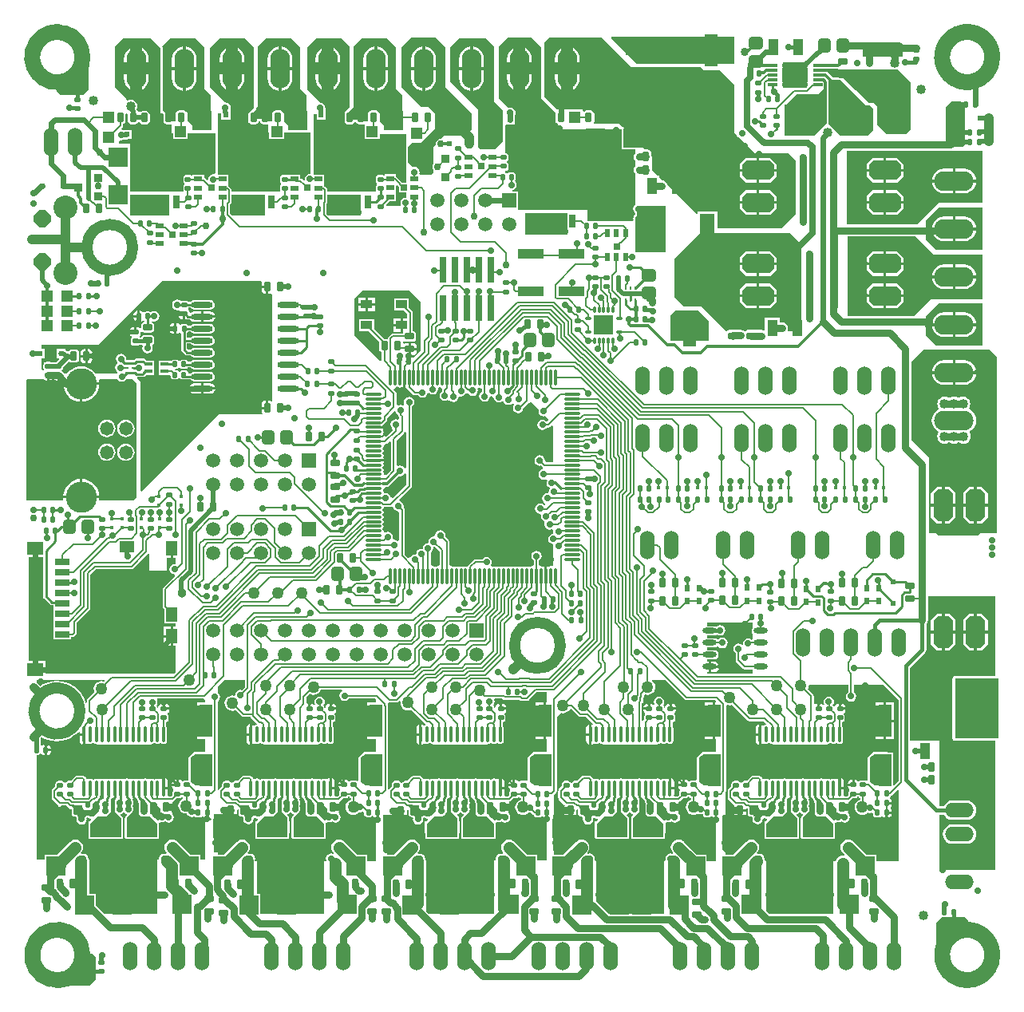
<source format=gtl>
G04 Layer_Physical_Order=1*
G04 Layer_Color=255*
%FSLAX24Y24*%
%MOIN*%
G70*
G01*
G75*
%ADD10C,0.0650*%
%ADD11C,0.0450*%
%ADD12R,0.0250X0.0250*%
%ADD13R,0.0551X0.0197*%
%ADD14R,0.0110X0.0157*%
G04:AMPARAMS|DCode=15|XSize=22mil|YSize=24mil|CornerRadius=4.4mil|HoleSize=0mil|Usage=FLASHONLY|Rotation=90.000|XOffset=0mil|YOffset=0mil|HoleType=Round|Shape=RoundedRectangle|*
%AMROUNDEDRECTD15*
21,1,0.0220,0.0152,0,0,90.0*
21,1,0.0132,0.0240,0,0,90.0*
1,1,0.0088,0.0076,0.0066*
1,1,0.0088,0.0076,-0.0066*
1,1,0.0088,-0.0076,-0.0066*
1,1,0.0088,-0.0076,0.0066*
%
%ADD15ROUNDEDRECTD15*%
%ADD16C,0.0500*%
G04:AMPARAMS|DCode=17|XSize=22mil|YSize=24mil|CornerRadius=4.4mil|HoleSize=0mil|Usage=FLASHONLY|Rotation=180.000|XOffset=0mil|YOffset=0mil|HoleType=Round|Shape=RoundedRectangle|*
%AMROUNDEDRECTD17*
21,1,0.0220,0.0152,0,0,180.0*
21,1,0.0132,0.0240,0,0,180.0*
1,1,0.0088,-0.0066,0.0076*
1,1,0.0088,0.0066,0.0076*
1,1,0.0088,0.0066,-0.0076*
1,1,0.0088,-0.0066,-0.0076*
%
%ADD17ROUNDEDRECTD17*%
%ADD18R,0.1299X0.0354*%
G04:AMPARAMS|DCode=19|XSize=29.1mil|YSize=39.4mil|CornerRadius=5.8mil|HoleSize=0mil|Usage=FLASHONLY|Rotation=0.000|XOffset=0mil|YOffset=0mil|HoleType=Round|Shape=RoundedRectangle|*
%AMROUNDEDRECTD19*
21,1,0.0291,0.0277,0,0,0.0*
21,1,0.0175,0.0394,0,0,0.0*
1,1,0.0117,0.0087,-0.0139*
1,1,0.0117,-0.0087,-0.0139*
1,1,0.0117,-0.0087,0.0139*
1,1,0.0117,0.0087,0.0139*
%
%ADD19ROUNDEDRECTD19*%
G04:AMPARAMS|DCode=20|XSize=40mil|YSize=40mil|CornerRadius=20mil|HoleSize=0mil|Usage=FLASHONLY|Rotation=270.000|XOffset=0mil|YOffset=0mil|HoleType=Round|Shape=RoundedRectangle|*
%AMROUNDEDRECTD20*
21,1,0.0400,0.0000,0,0,270.0*
21,1,0.0000,0.0400,0,0,270.0*
1,1,0.0400,0.0000,0.0000*
1,1,0.0400,0.0000,0.0000*
1,1,0.0400,0.0000,0.0000*
1,1,0.0400,0.0000,0.0000*
%
%ADD20ROUNDEDRECTD20*%
%ADD21R,0.0472X0.0354*%
%ADD22R,0.0335X0.0236*%
%ADD23O,0.0591X0.0236*%
%ADD24O,0.0906X0.0236*%
G04:AMPARAMS|DCode=25|XSize=105mil|YSize=105mil|CornerRadius=26.3mil|HoleSize=0mil|Usage=FLASHONLY|Rotation=0.000|XOffset=0mil|YOffset=0mil|HoleType=Round|Shape=RoundedRectangle|*
%AMROUNDEDRECTD25*
21,1,0.1050,0.0525,0,0,0.0*
21,1,0.0525,0.1050,0,0,0.0*
1,1,0.0525,0.0263,-0.0263*
1,1,0.0525,-0.0263,-0.0263*
1,1,0.0525,-0.0263,0.0263*
1,1,0.0525,0.0263,0.0263*
%
%ADD25ROUNDEDRECTD25*%
%ADD26R,0.0402X0.0118*%
%ADD27O,0.0118X0.0709*%
%ADD28O,0.0709X0.0118*%
G04:AMPARAMS|DCode=29|XSize=29.1mil|YSize=39.4mil|CornerRadius=5.8mil|HoleSize=0mil|Usage=FLASHONLY|Rotation=270.000|XOffset=0mil|YOffset=0mil|HoleType=Round|Shape=RoundedRectangle|*
%AMROUNDEDRECTD29*
21,1,0.0291,0.0277,0,0,270.0*
21,1,0.0175,0.0394,0,0,270.0*
1,1,0.0117,-0.0139,-0.0087*
1,1,0.0117,-0.0139,0.0087*
1,1,0.0117,0.0139,0.0087*
1,1,0.0117,0.0139,-0.0087*
%
%ADD29ROUNDEDRECTD29*%
%ADD30R,0.0354X0.1299*%
%ADD31R,0.1970X0.1700*%
%ADD32R,0.0280X0.0560*%
%ADD33R,0.0480X0.0480*%
%ADD34R,0.1673X0.0465*%
G04:AMPARAMS|DCode=35|XSize=52mil|YSize=60mil|CornerRadius=13mil|HoleSize=0mil|Usage=FLASHONLY|Rotation=0.000|XOffset=0mil|YOffset=0mil|HoleType=Round|Shape=RoundedRectangle|*
%AMROUNDEDRECTD35*
21,1,0.0520,0.0340,0,0,0.0*
21,1,0.0260,0.0600,0,0,0.0*
1,1,0.0260,0.0130,-0.0170*
1,1,0.0260,-0.0130,-0.0170*
1,1,0.0260,-0.0130,0.0170*
1,1,0.0260,0.0130,0.0170*
%
%ADD35ROUNDEDRECTD35*%
%ADD36R,0.0295X0.1102*%
G04:AMPARAMS|DCode=37|XSize=40mil|YSize=40mil|CornerRadius=20mil|HoleSize=0mil|Usage=FLASHONLY|Rotation=0.000|XOffset=0mil|YOffset=0mil|HoleType=Round|Shape=RoundedRectangle|*
%AMROUNDEDRECTD37*
21,1,0.0400,0.0000,0,0,0.0*
21,1,0.0000,0.0400,0,0,0.0*
1,1,0.0400,0.0000,0.0000*
1,1,0.0400,0.0000,0.0000*
1,1,0.0400,0.0000,0.0000*
1,1,0.0400,0.0000,0.0000*
%
%ADD37ROUNDEDRECTD37*%
%ADD38R,0.0480X0.0480*%
%ADD39R,0.0790X0.0790*%
%ADD40R,0.0790X0.0790*%
%ADD41R,0.0240X0.0240*%
%ADD42R,0.0200X0.0280*%
%ADD43R,0.0630X0.1260*%
%ADD44R,0.1260X0.0630*%
G04:AMPARAMS|DCode=45|XSize=52mil|YSize=60mil|CornerRadius=13mil|HoleSize=0mil|Usage=FLASHONLY|Rotation=90.000|XOffset=0mil|YOffset=0mil|HoleType=Round|Shape=RoundedRectangle|*
%AMROUNDEDRECTD45*
21,1,0.0520,0.0340,0,0,90.0*
21,1,0.0260,0.0600,0,0,90.0*
1,1,0.0260,0.0170,0.0130*
1,1,0.0260,0.0170,-0.0130*
1,1,0.0260,-0.0170,-0.0130*
1,1,0.0260,-0.0170,0.0130*
%
%ADD45ROUNDEDRECTD45*%
%ADD46R,0.0433X0.0669*%
%ADD47C,0.0600*%
%ADD48R,0.0453X0.0591*%
%ADD49R,0.0591X0.0315*%
%ADD50R,0.0669X0.0551*%
%ADD51R,0.0591X0.0453*%
%ADD52R,0.0250X0.0250*%
%ADD53R,0.0551X0.1339*%
%ADD54R,0.0360X0.0320*%
%ADD55R,0.2055X0.1220*%
%ADD56O,0.0138X0.0669*%
%ADD57R,0.0118X0.0157*%
%ADD58R,0.0240X0.0240*%
%ADD59R,0.0236X0.0335*%
%ADD60C,0.0394*%
%ADD61R,0.1102X0.0394*%
%ADD62R,0.0354X0.0157*%
%ADD63R,0.0128X0.0106*%
%ADD64R,0.0157X0.0118*%
%ADD65O,0.0110X0.0315*%
%ADD66O,0.0315X0.0110*%
%ADD67R,0.0807X0.0807*%
%ADD68C,0.0240*%
%ADD69C,0.0080*%
%ADD70C,0.0200*%
%ADD71C,0.0120*%
%ADD72C,0.0500*%
%ADD73C,0.0100*%
%ADD74C,0.0160*%
%ADD75C,0.0400*%
%ADD76C,0.0070*%
%ADD77C,0.0140*%
%ADD78C,0.0290*%
%ADD79C,0.0320*%
%ADD80C,0.0250*%
%ADD81C,0.0300*%
%ADD82C,0.0220*%
%ADD83C,0.0150*%
%ADD84R,0.0591X0.0591*%
%ADD85C,0.0591*%
%ADD86O,0.1200X0.0600*%
%ADD87O,0.1650X0.0825*%
%ADD88P,0.0758X8X292.5*%
%ADD89C,0.1000*%
%ADD90O,0.0600X0.1200*%
%ADD91C,0.0580*%
%ADD92C,0.1305*%
G04:AMPARAMS|DCode=93|XSize=133mil|YSize=83mil|CornerRadius=0mil|HoleSize=0mil|Usage=FLASHONLY|Rotation=270.000|XOffset=0mil|YOffset=0mil|HoleType=Round|Shape=Octagon|*
%AMOCTAGOND93*
4,1,8,-0.0208,-0.0665,0.0208,-0.0665,0.0415,-0.0458,0.0415,0.0458,0.0208,0.0665,-0.0208,0.0665,-0.0415,0.0458,-0.0415,-0.0458,-0.0208,-0.0665,0.0*
%
%ADD93OCTAGOND93*%

G04:AMPARAMS|DCode=94|XSize=133mil|YSize=83mil|CornerRadius=0mil|HoleSize=0mil|Usage=FLASHONLY|Rotation=180.000|XOffset=0mil|YOffset=0mil|HoleType=Round|Shape=Octagon|*
%AMOCTAGOND94*
4,1,8,-0.0665,0.0208,-0.0665,-0.0208,-0.0458,-0.0415,0.0458,-0.0415,0.0665,-0.0208,0.0665,0.0208,0.0458,0.0415,-0.0458,0.0415,-0.0665,0.0208,0.0*
%
%ADD94OCTAGOND94*%

%ADD95O,0.0825X0.1650*%
%ADD96C,0.0290*%
%ADD97C,0.0400*%
%ADD98C,0.0300*%
%ADD99C,0.0340*%
%ADD100C,0.0380*%
%ADD101C,0.0250*%
G36*
X15542Y20184D02*
X15547Y20156D01*
X15595Y20085D01*
X15666Y20037D01*
X15750Y20021D01*
X15783Y19994D01*
Y18836D01*
X15703Y18796D01*
X15664Y18823D01*
X15580Y18839D01*
X15562Y18836D01*
X15560Y18836D01*
X15500Y18905D01*
X15509Y18950D01*
X15493Y19034D01*
X15445Y19105D01*
X15374Y19153D01*
X15290Y19169D01*
X15206Y19153D01*
X15192Y19143D01*
X15120Y19191D01*
X15123Y19207D01*
X15113Y19258D01*
X15085Y19300D01*
Y19311D01*
X15113Y19354D01*
X15123Y19404D01*
X15113Y19454D01*
X15085Y19497D01*
Y19508D01*
X15113Y19551D01*
X15123Y19601D01*
X15113Y19651D01*
X15085Y19694D01*
Y19705D01*
X15113Y19747D01*
X15123Y19798D01*
X15113Y19848D01*
X15085Y19891D01*
Y19902D01*
X15113Y19944D01*
X15123Y19995D01*
X15113Y20045D01*
X15085Y20088D01*
Y20098D01*
X15113Y20141D01*
X15123Y20191D01*
X15141Y20213D01*
X15415D01*
X15415Y20213D01*
X15453Y20220D01*
X15459Y20221D01*
X15542Y20184D01*
D02*
G37*
G36*
X40750Y26480D02*
X40750Y19110D01*
X40030D01*
X39930Y19010D01*
X38310D01*
X38210Y19110D01*
X37900D01*
Y22250D01*
Y22300D01*
X37700Y22500D01*
X37170Y23030D01*
Y26280D01*
X37670Y26780D01*
X40450D01*
X40750Y26480D01*
D02*
G37*
G36*
X17458Y18363D02*
Y17800D01*
X17378Y17743D01*
X17374Y17744D01*
X17323Y17734D01*
X17281Y17706D01*
X17270D01*
X17227Y17734D01*
X17177Y17744D01*
X17172Y17743D01*
X17092Y17800D01*
Y18306D01*
X17135Y18335D01*
X17183Y18406D01*
X17199Y18490D01*
X17194Y18515D01*
X17220Y18541D01*
X17271Y18551D01*
X17458Y18363D01*
D02*
G37*
G36*
X16078Y21590D02*
Y21146D01*
X15506Y20574D01*
X15494Y20575D01*
X15424Y20606D01*
X15413Y20664D01*
X15365Y20735D01*
X15294Y20783D01*
X15210Y20799D01*
X15153Y20788D01*
X15142Y20844D01*
X15106Y20897D01*
X15103Y20913D01*
X15113Y20929D01*
X15123Y20979D01*
X15192Y21043D01*
X15266D01*
X15317Y21053D01*
X15360Y21082D01*
X15784Y21506D01*
X15810Y21501D01*
X15894Y21517D01*
X15965Y21565D01*
X15998Y21614D01*
X16078Y21590D01*
D02*
G37*
G36*
X15643Y24191D02*
X15647Y24166D01*
X15695Y24095D01*
X15738Y24066D01*
Y24055D01*
X15738Y24055D01*
X15746Y24012D01*
X15765Y23984D01*
X15760Y23924D01*
X15754Y23896D01*
X15703Y23867D01*
X15640Y23879D01*
X15556Y23863D01*
X15485Y23815D01*
X15437Y23744D01*
X15421Y23660D01*
X15437Y23576D01*
X15485Y23505D01*
X15490Y23409D01*
X15230Y23149D01*
X15147Y23179D01*
X15142Y23206D01*
X15106Y23259D01*
X15103Y23275D01*
X15113Y23291D01*
X15123Y23341D01*
X15113Y23391D01*
X15103Y23407D01*
X15106Y23423D01*
X15142Y23476D01*
X15144Y23488D01*
X14696D01*
Y23588D01*
X15144D01*
X15142Y23600D01*
X15107Y23651D01*
X15113Y23656D01*
X15240Y23782D01*
X15240Y23782D01*
X15264Y23819D01*
X15273Y23862D01*
Y23934D01*
X15556Y24217D01*
X15643Y24191D01*
D02*
G37*
G36*
X15443Y22931D02*
Y21751D01*
X15229Y21538D01*
X15173Y21561D01*
X15153Y21575D01*
X15142Y21632D01*
X15106Y21684D01*
X15103Y21701D01*
X15113Y21716D01*
X15123Y21766D01*
X15113Y21817D01*
X15085Y21859D01*
Y21870D01*
X15113Y21913D01*
X15123Y21963D01*
X15113Y22014D01*
X15103Y22029D01*
X15106Y22045D01*
X15142Y22098D01*
X15144Y22110D01*
X14696D01*
Y22210D01*
X15144D01*
X15142Y22222D01*
X15106Y22275D01*
X15103Y22291D01*
X15113Y22306D01*
X15123Y22357D01*
X15113Y22407D01*
X15085Y22450D01*
Y22461D01*
X15113Y22503D01*
X15123Y22554D01*
X15113Y22604D01*
X15085Y22647D01*
Y22658D01*
X15113Y22700D01*
X15123Y22751D01*
X15122Y22755D01*
X15179Y22835D01*
X15187D01*
X15187Y22835D01*
X15230Y22844D01*
X15267Y22868D01*
X15363Y22964D01*
X15443Y22931D01*
D02*
G37*
G36*
X16078Y23325D02*
Y21850D01*
X15998Y21826D01*
X15965Y21875D01*
X15894Y21923D01*
X15810Y21939D01*
X15747Y21927D01*
X15667Y21972D01*
Y22994D01*
X15974Y23301D01*
X15974Y23301D01*
X15999Y23337D01*
X16078Y23325D01*
D02*
G37*
G36*
X30551Y15162D02*
X30519Y15113D01*
X30504Y15040D01*
X30519Y14967D01*
X30551Y14918D01*
Y14686D01*
X30520Y14672D01*
X30502Y14668D01*
X30501Y14668D01*
X30434Y14713D01*
X30350Y14729D01*
X30266Y14713D01*
X30195Y14665D01*
X30147Y14594D01*
X30131Y14510D01*
X30136Y14484D01*
X30090Y14457D01*
X30035Y14494D01*
X29951Y14511D01*
X29867Y14494D01*
X29796Y14446D01*
X29748Y14375D01*
X29732Y14291D01*
X29748Y14207D01*
X29796Y14136D01*
X29843Y14105D01*
Y13804D01*
X29843Y13804D01*
X29851Y13761D01*
X29876Y13725D01*
X30140Y13461D01*
X30140Y13461D01*
X30176Y13436D01*
X30219Y13428D01*
X30219Y13428D01*
X30545D01*
X30551Y13418D01*
Y13238D01*
X28642D01*
Y13318D01*
X28697D01*
Y13540D01*
Y13762D01*
X28642D01*
Y13848D01*
X28924D01*
X28998Y13863D01*
X29060Y13904D01*
X29101Y13967D01*
X29116Y14040D01*
X29101Y14113D01*
X29060Y14176D01*
X28998Y14217D01*
X28924Y14232D01*
X28642D01*
Y14348D01*
X28924D01*
X28998Y14363D01*
X29060Y14404D01*
X29111Y14391D01*
X29117Y14382D01*
X29188Y14335D01*
X29272Y14318D01*
X29356Y14335D01*
X29427Y14382D01*
X29474Y14454D01*
X29491Y14537D01*
X29474Y14621D01*
X29427Y14692D01*
X29356Y14740D01*
X29272Y14757D01*
X29188Y14740D01*
X29117Y14692D01*
X29113Y14686D01*
X29060Y14676D01*
X28998Y14717D01*
X28924Y14732D01*
X28642D01*
Y14848D01*
X28924D01*
X28998Y14863D01*
X29034Y14887D01*
X29052D01*
X29096Y14857D01*
X29180Y14841D01*
X29264Y14857D01*
X29335Y14905D01*
X29383Y14976D01*
X29399Y15060D01*
X29383Y15144D01*
X29335Y15215D01*
X29264Y15263D01*
X29180Y15279D01*
X29096Y15263D01*
X29025Y15215D01*
X29018Y15204D01*
X28998Y15217D01*
X28924Y15232D01*
X28642D01*
Y15394D01*
X30551D01*
Y15162D01*
D02*
G37*
G36*
X36630Y12168D02*
Y8759D01*
X36452Y8580D01*
X36406Y8600D01*
Y9966D01*
X36217D01*
X36189Y9984D01*
X36150Y9992D01*
X35610D01*
X35571Y9984D01*
X35538Y9962D01*
X35358Y9782D01*
X35336Y9749D01*
X35328Y9710D01*
Y8796D01*
X35292Y8773D01*
X35279Y8770D01*
X35260Y8782D01*
X35216Y8791D01*
X35064D01*
X35020Y8782D01*
X34982Y8757D01*
X34928Y8767D01*
X34920Y8779D01*
X34872Y8811D01*
X34816Y8822D01*
X34790D01*
Y8609D01*
X34740D01*
Y8559D01*
X34517D01*
Y8543D01*
X34528Y8487D01*
X34560Y8439D01*
X34572Y8432D01*
X34582Y8378D01*
X34557Y8340D01*
X34548Y8296D01*
Y8196D01*
X34477Y8126D01*
X34380D01*
X34339Y8176D01*
X34344Y8202D01*
Y8418D01*
X34172D01*
Y8468D01*
X34122D01*
Y8896D01*
X34106Y8893D01*
X34050Y8855D01*
X33988Y8853D01*
X33970Y8865D01*
X33916Y8875D01*
X33862Y8865D01*
X33819Y8836D01*
X33805Y8830D01*
X33772D01*
X33757Y8836D01*
X33715Y8865D01*
X33696Y8868D01*
D01*
X33660Y8875D01*
X33606Y8865D01*
X33599Y8860D01*
X33465D01*
X33459Y8865D01*
X33404Y8875D01*
X33350Y8865D01*
X33343Y8860D01*
X33210D01*
X33203Y8865D01*
X33149Y8875D01*
X33094Y8865D01*
X33088Y8860D01*
X32954D01*
X32947Y8865D01*
X32893Y8875D01*
X32838Y8865D01*
X32832Y8860D01*
X32698D01*
X32691Y8865D01*
X32637Y8875D01*
X32583Y8865D01*
X32576Y8860D01*
X32442D01*
X32435Y8865D01*
X32381Y8875D01*
X32327Y8865D01*
X32320Y8860D01*
X32186D01*
X32179Y8865D01*
X32125Y8875D01*
X32071Y8865D01*
X32064Y8860D01*
X31930D01*
X31923Y8865D01*
X31869Y8875D01*
X31815Y8865D01*
X31808Y8860D01*
X31674D01*
X31667Y8865D01*
X31613Y8875D01*
X31559Y8865D01*
X31552Y8860D01*
X31418D01*
X31411Y8865D01*
X31357Y8875D01*
X31303Y8865D01*
X31296Y8860D01*
X31260Y8836D01*
X31246Y8830D01*
X31213D01*
X31198Y8836D01*
X31162Y8860D01*
X31155Y8865D01*
X31147Y8866D01*
X31101Y8875D01*
X31047Y8865D01*
X31006Y8837D01*
X31005Y8837D01*
X30981Y8842D01*
X30954Y8853D01*
X30949Y8876D01*
X30925Y8912D01*
X30925Y8912D01*
X30887Y8949D01*
X30851Y8974D01*
X30808Y8982D01*
X30808Y8982D01*
X30550D01*
X30550Y8982D01*
X30507Y8974D01*
X30471Y8949D01*
X30291Y8769D01*
X30183D01*
X30138Y8760D01*
X30101Y8735D01*
X30079Y8703D01*
X30052Y8700D01*
X30025Y8703D01*
X30004Y8735D01*
X29966Y8760D01*
X29922Y8769D01*
X29770D01*
X29725Y8760D01*
X29688Y8735D01*
X29662Y8697D01*
X29654Y8653D01*
Y8553D01*
X29536Y8436D01*
X29512Y8400D01*
X29504Y8357D01*
X29504Y8357D01*
Y8078D01*
X29504Y8078D01*
X29512Y8035D01*
X29536Y7999D01*
X29768Y7768D01*
X29768Y7768D01*
X29777Y7761D01*
X29782Y7740D01*
X29769Y7679D01*
Y7590D01*
X30018D01*
X30267D01*
Y7621D01*
X30279Y7631D01*
X30279Y7631D01*
X30335D01*
Y7401D01*
X30345Y7351D01*
X30374Y7309D01*
X30416Y7281D01*
X30466Y7271D01*
X30498D01*
X30539Y7221D01*
X30531Y7180D01*
X30547Y7096D01*
X30595Y7025D01*
X30666Y6977D01*
X30750Y6961D01*
X30834Y6977D01*
X30905Y7025D01*
X30953Y7096D01*
X30969Y7180D01*
X30966Y7198D01*
X31011Y7228D01*
X31042Y7207D01*
X31126Y7191D01*
X31145Y7195D01*
X31169Y7148D01*
X31089Y7069D01*
X31026D01*
Y6574D01*
X31040D01*
Y6410D01*
X31046Y6383D01*
X31061Y6360D01*
X31084Y6344D01*
X31112Y6339D01*
X32392D01*
X32419Y6344D01*
X32442Y6360D01*
X32458Y6383D01*
X32463Y6410D01*
Y6574D01*
X32465D01*
Y7069D01*
X32463D01*
Y7220D01*
X32458Y7247D01*
X32442Y7270D01*
X32369Y7344D01*
X32384Y7391D01*
X32414Y7397D01*
X32485Y7445D01*
X32490Y7452D01*
X32540D01*
X32545Y7445D01*
X32616Y7397D01*
X32636Y7394D01*
X32650Y7346D01*
X32575Y7270D01*
X32560Y7247D01*
X32554Y7220D01*
Y7069D01*
X32546D01*
Y6574D01*
X32554D01*
Y6410D01*
X32560Y6383D01*
X32575Y6360D01*
X32598Y6344D01*
X32626Y6339D01*
X33906D01*
X33933Y6344D01*
X33956Y6360D01*
X33972Y6383D01*
X33977Y6410D01*
Y6574D01*
X33985D01*
Y7022D01*
X33997Y7033D01*
X34035Y7055D01*
X34106Y7041D01*
X34190Y7057D01*
X34233Y7087D01*
X34292Y7047D01*
X34376Y7031D01*
X34460Y7047D01*
X34531Y7095D01*
X34578Y7166D01*
X34595Y7250D01*
X34578Y7334D01*
X34578Y7335D01*
X34573Y7341D01*
X34531Y7405D01*
X34527Y7408D01*
X34514Y7476D01*
X34523Y7490D01*
X34535Y7551D01*
Y7640D01*
X34286D01*
Y7740D01*
X34535D01*
Y7829D01*
X34530Y7854D01*
X34525Y7891D01*
X34566Y7910D01*
X34567Y7910D01*
X34603Y7934D01*
X34716Y8048D01*
X34816D01*
X34860Y8057D01*
X34898Y8082D01*
X34913Y8104D01*
X34967D01*
X34982Y8082D01*
X35020Y8057D01*
X35028Y8055D01*
Y7988D01*
X34959Y7960D01*
X34892Y7908D01*
X34840Y7841D01*
X34808Y7764D01*
X34797Y7680D01*
X34808Y7596D01*
X34840Y7519D01*
X34892Y7452D01*
X34959Y7400D01*
X35036Y7368D01*
X35120Y7357D01*
X35204Y7368D01*
X35281Y7400D01*
X35323Y7433D01*
X35344Y7449D01*
X35346Y7447D01*
X35430Y7431D01*
X35514Y7447D01*
X35518Y7450D01*
X35550Y7433D01*
X35568D01*
Y7423D01*
Y7374D01*
X35576Y7335D01*
D01*
X35577Y7330D01*
X35602Y7292D01*
X35640Y7267D01*
X35684Y7258D01*
X35816D01*
X35860Y7267D01*
X35898Y7292D01*
X35951Y7280D01*
X35957Y7270D01*
X36005Y7238D01*
X36061Y7227D01*
X36077D01*
Y7450D01*
X36127D01*
Y7500D01*
X36340D01*
Y7526D01*
X36329Y7582D01*
X36311Y7609D01*
X36301Y7645D01*
X36311Y7681D01*
X36329Y7708D01*
X36340Y7764D01*
Y7790D01*
X36127D01*
Y7890D01*
X36340D01*
Y7916D01*
X36329Y7972D01*
X36297Y8020D01*
X36286Y8027D01*
X36277Y8082D01*
X36302Y8120D01*
X36305Y8134D01*
X36316Y8136D01*
X36352Y8161D01*
X36357Y8169D01*
X36598Y8409D01*
X36644Y8390D01*
X36644Y5430D01*
X35711D01*
Y5678D01*
X35311D01*
X34759Y6229D01*
X34753Y6234D01*
X34752Y6238D01*
X34720Y6270D01*
X34714Y6264D01*
X34692Y6281D01*
X34614Y6313D01*
X34531Y6324D01*
X34447Y6313D01*
X34369Y6281D01*
X34303Y6229D01*
X34251Y6162D01*
X34219Y6085D01*
X34208Y6001D01*
X34219Y5918D01*
X34251Y5840D01*
X34303Y5773D01*
X34381Y5695D01*
X34357Y5647D01*
X34316Y5653D01*
X34232Y5642D01*
X34154Y5610D01*
X34088Y5558D01*
X34036Y5491D01*
X34011Y5430D01*
X33916D01*
Y3210D01*
X31238D01*
X31096Y3352D01*
Y5430D01*
X31056D01*
X31023Y5480D01*
X31031Y5520D01*
X31014Y5604D01*
X30967Y5675D01*
X30896Y5723D01*
X30812Y5739D01*
X30769Y5731D01*
X30724Y5766D01*
X30721Y5781D01*
X30766Y5840D01*
X30799Y5918D01*
X30810Y6001D01*
X30799Y6085D01*
X30766Y6162D01*
X30715Y6229D01*
X30648Y6281D01*
X30570Y6313D01*
X30487Y6324D01*
X30403Y6313D01*
X30325Y6281D01*
X30259Y6229D01*
X29707Y5678D01*
X29420D01*
Y5775D01*
X29391D01*
X29260Y5906D01*
Y7314D01*
X29311Y7365D01*
X29420D01*
Y8297D01*
X29428Y8336D01*
Y11922D01*
X29469Y11949D01*
X29496Y11938D01*
X29580Y11927D01*
X29664Y11938D01*
X29685Y11947D01*
X30332Y11301D01*
X30332Y11301D01*
X30368Y11276D01*
X30411Y11268D01*
X31009D01*
X31109Y11168D01*
X31106Y11152D01*
X31089Y11117D01*
X31047Y11109D01*
X31029Y11097D01*
X30967Y11100D01*
X30911Y11137D01*
X30895Y11140D01*
Y10712D01*
Y10284D01*
X30911Y10287D01*
X30967Y10325D01*
X31029Y10327D01*
X31047Y10315D01*
X31101Y10305D01*
X31155Y10315D01*
X31198Y10344D01*
X31213Y10350D01*
X31246D01*
X31260Y10344D01*
X31303Y10315D01*
X31335Y10309D01*
X31357Y10305D01*
X31360Y10300D01*
X33658D01*
X33660Y10305D01*
X33683Y10309D01*
X33715Y10315D01*
X33757Y10344D01*
X33772Y10350D01*
X33805D01*
X33819Y10344D01*
X33862Y10315D01*
X33916Y10305D01*
X33970Y10315D01*
X34016Y10346D01*
X34019Y10350D01*
X34069D01*
X34072Y10346D01*
X34118Y10315D01*
X34172Y10305D01*
X34226Y10315D01*
X34272Y10346D01*
X34303Y10392D01*
X34314Y10446D01*
Y10978D01*
X34303Y11032D01*
X34284Y11060D01*
Y11231D01*
X34310Y11237D01*
X34348Y11262D01*
X34373Y11300D01*
X34382Y11344D01*
Y11476D01*
X34373Y11520D01*
X34348Y11558D01*
X34360Y11611D01*
X34370Y11617D01*
X34402Y11665D01*
X34413Y11721D01*
Y11737D01*
X34190D01*
Y11787D01*
X34140D01*
Y12000D01*
X34114D01*
X34058Y11989D01*
X34010Y11957D01*
X33978Y11909D01*
X33970Y11870D01*
X33920D01*
X33913Y11900D01*
X33888Y11938D01*
X33887Y11943D01*
X33923Y11996D01*
X33939Y12080D01*
X33923Y12164D01*
X33875Y12235D01*
X33804Y12283D01*
X33720Y12299D01*
X33636Y12283D01*
X33565Y12235D01*
X33517Y12164D01*
X33501Y12080D01*
X33517Y11996D01*
X33535Y11970D01*
X33534Y11968D01*
X33490Y11961D01*
X33473Y11963D01*
X33432Y11991D01*
X33376Y12002D01*
X33350D01*
Y11789D01*
X33250D01*
Y12002D01*
X33224D01*
X33168Y11991D01*
X33142Y11973D01*
X33092Y12000D01*
Y12320D01*
X33092Y12320D01*
X33084Y12363D01*
X33059Y12399D01*
X33059Y12399D01*
X32841Y12617D01*
X32862Y12666D01*
X32873Y12750D01*
X32895Y12776D01*
X34534Y12776D01*
Y12487D01*
X34491Y12458D01*
X34443Y12387D01*
X34426Y12303D01*
X34443Y12219D01*
X34491Y12148D01*
X34562Y12101D01*
X34646Y12084D01*
X34730Y12101D01*
X34801Y12148D01*
X34848Y12219D01*
X34865Y12303D01*
X34848Y12387D01*
X34801Y12458D01*
X34758Y12487D01*
Y12776D01*
X36022D01*
X36630Y12168D01*
D02*
G37*
G36*
X40790Y10548D02*
X38990D01*
Y10698D01*
Y13048D01*
X40790D01*
Y10548D01*
D02*
G37*
G36*
X7660Y12168D02*
Y12043D01*
X7324D01*
Y11924D01*
X7830D01*
Y10624D01*
X7324D01*
Y10504D01*
X7660D01*
Y9992D01*
X7250D01*
X7211Y9984D01*
X7178Y9962D01*
X6998Y9782D01*
X6976Y9749D01*
X6968Y9710D01*
Y8792D01*
X6967Y8791D01*
X6834D01*
X6790Y8782D01*
X6752Y8757D01*
X6697Y8766D01*
X6690Y8777D01*
X6642Y8809D01*
X6586Y8820D01*
X6560D01*
Y8607D01*
X6510D01*
Y8557D01*
X6287D01*
Y8541D01*
X6298Y8485D01*
X6330Y8437D01*
X6340Y8431D01*
X6352Y8378D01*
X6327Y8340D01*
X6318Y8296D01*
Y8196D01*
X6247Y8126D01*
X6146D01*
X6105Y8176D01*
X6110Y8202D01*
Y8418D01*
X5938D01*
Y8468D01*
X5888D01*
Y8896D01*
X5872Y8893D01*
X5816Y8855D01*
X5754Y8853D01*
X5736Y8865D01*
X5682Y8875D01*
X5628Y8865D01*
X5585Y8836D01*
X5570Y8830D01*
X5537D01*
X5523Y8836D01*
X5480Y8865D01*
X5426Y8875D01*
X5372Y8865D01*
X5365Y8860D01*
X5231D01*
X5224Y8865D01*
X5170Y8875D01*
X5116Y8865D01*
X5109Y8860D01*
X4975D01*
X4968Y8865D01*
X4914Y8875D01*
X4860Y8865D01*
X4853Y8860D01*
X4719D01*
X4712Y8865D01*
X4658Y8875D01*
X4604Y8865D01*
X4597Y8860D01*
X4463D01*
X4457Y8865D01*
X4402Y8875D01*
X4348Y8865D01*
X4341Y8860D01*
X4207D01*
X4201Y8865D01*
X4146Y8875D01*
X4092Y8865D01*
X4085Y8860D01*
X3952D01*
X3945Y8865D01*
X3891Y8875D01*
X3836Y8865D01*
X3830Y8860D01*
X3696D01*
X3689Y8865D01*
X3635Y8875D01*
X3580Y8865D01*
X3574Y8860D01*
X3440D01*
X3433Y8865D01*
X3379Y8875D01*
X3325Y8865D01*
X3318Y8860D01*
X3184D01*
X3177Y8865D01*
X3123Y8875D01*
X3069Y8865D01*
X3026Y8836D01*
X3011Y8830D01*
X2978D01*
X2964Y8836D01*
X2921Y8865D01*
X2867Y8875D01*
X2813Y8865D01*
X2771Y8837D01*
X2771Y8837D01*
X2746Y8842D01*
X2719Y8853D01*
X2715Y8876D01*
X2690Y8912D01*
X2690Y8912D01*
X2653Y8949D01*
X2617Y8974D01*
X2574Y8982D01*
X2574Y8982D01*
X2316D01*
X2316Y8982D01*
X2273Y8974D01*
X2236Y8949D01*
X2056Y8769D01*
X1948D01*
X1904Y8760D01*
X1866Y8735D01*
X1845Y8703D01*
X1818Y8700D01*
X1791Y8703D01*
X1770Y8735D01*
X1732Y8760D01*
X1687Y8769D01*
X1535D01*
X1491Y8760D01*
X1453Y8735D01*
X1428Y8697D01*
X1419Y8653D01*
Y8553D01*
X1302Y8436D01*
X1278Y8400D01*
X1269Y8357D01*
X1269Y8357D01*
Y8078D01*
X1269Y8078D01*
X1278Y8035D01*
X1302Y7999D01*
X1533Y7768D01*
X1533Y7768D01*
X1543Y7761D01*
X1547Y7740D01*
X1539Y7700D01*
X1926Y7700D01*
X2054Y7572D01*
X2082Y7586D01*
X2101Y7572D01*
Y7401D01*
X2111Y7351D01*
X2139Y7309D01*
X2182Y7281D01*
X2232Y7271D01*
X2263D01*
X2301Y7221D01*
X2291Y7170D01*
X2307Y7086D01*
X2355Y7015D01*
X2426Y6967D01*
X2510Y6951D01*
X2594Y6967D01*
X2665Y7015D01*
X2713Y7086D01*
X2729Y7170D01*
X2721Y7212D01*
X2761Y7238D01*
X2808Y7207D01*
X2891Y7191D01*
X2910Y7195D01*
X2935Y7148D01*
X2855Y7069D01*
X2792D01*
Y6574D01*
X2806D01*
Y6410D01*
X2812Y6383D01*
X2827Y6360D01*
X2850Y6344D01*
X2877Y6339D01*
X4157D01*
X4185Y6344D01*
X4208Y6360D01*
X4223Y6383D01*
X4229Y6410D01*
Y6574D01*
X4231D01*
Y7069D01*
X4229D01*
Y7220D01*
X4223Y7247D01*
X4208Y7270D01*
X4135Y7344D01*
X4149Y7391D01*
X4180Y7397D01*
X4251Y7445D01*
X4301D01*
X4372Y7397D01*
X4400Y7392D01*
X4414Y7344D01*
X4341Y7270D01*
X4325Y7247D01*
X4320Y7220D01*
Y7069D01*
X4312D01*
Y6574D01*
X4320D01*
Y6410D01*
X4325Y6383D01*
X4341Y6360D01*
X4364Y6344D01*
X4391Y6339D01*
X5671D01*
X5699Y6344D01*
X5722Y6360D01*
X5737Y6383D01*
X5743Y6410D01*
Y6574D01*
X5751D01*
Y7022D01*
X5762Y7033D01*
X5801Y7055D01*
X5871Y7041D01*
X5955Y7057D01*
X5999Y7087D01*
X6058Y7047D01*
X6141Y7031D01*
X6225Y7047D01*
X6296Y7095D01*
X6344Y7166D01*
X6361Y7250D01*
X6344Y7334D01*
X6296Y7405D01*
X6292Y7408D01*
X6280Y7476D01*
X6289Y7490D01*
X6301Y7551D01*
Y7640D01*
X6052D01*
Y7740D01*
X6301D01*
Y7829D01*
X6296Y7853D01*
X6294Y7893D01*
X6332Y7909D01*
X6337Y7910D01*
X6373Y7934D01*
X6486Y8048D01*
X6586D01*
X6630Y8057D01*
X6668Y8082D01*
X6670Y8084D01*
X6727Y8087D01*
X6740Y8071D01*
X6730Y8018D01*
X6709Y8010D01*
X6642Y7958D01*
X6590Y7891D01*
X6558Y7814D01*
X6547Y7730D01*
X6558Y7646D01*
X6590Y7569D01*
X6642Y7502D01*
X6709Y7450D01*
X6786Y7418D01*
X6870Y7407D01*
X6914Y7413D01*
X6917Y7396D01*
X6965Y7325D01*
X7036Y7277D01*
X7120Y7261D01*
X7204Y7277D01*
X7227Y7293D01*
X7232Y7292D01*
X7270Y7267D01*
X7314Y7258D01*
X7446D01*
X7485Y7266D01*
X7496Y7263D01*
X7510Y7253D01*
X7536Y7274D01*
X7589Y7270D01*
X7637Y7238D01*
X7660Y7234D01*
Y5470D01*
X7476D01*
Y5678D01*
X7076D01*
X6525Y6229D01*
X6518Y6234D01*
X6518Y6236D01*
X6485Y6269D01*
X6479Y6264D01*
X6458Y6281D01*
X6380Y6313D01*
X6296Y6324D01*
X6213Y6313D01*
X6135Y6281D01*
X6068Y6229D01*
X6017Y6162D01*
X5985Y6085D01*
X5974Y6001D01*
X5985Y5918D01*
X6017Y5840D01*
X6062Y5781D01*
X6059Y5766D01*
X6014Y5731D01*
X5971Y5739D01*
X5888Y5723D01*
X5816Y5675D01*
X5769Y5604D01*
X5752Y5520D01*
X5754Y5509D01*
X5723Y5470D01*
X5671D01*
Y3210D01*
X3458D01*
X3103Y3566D01*
Y4065D01*
X2851D01*
Y5470D01*
X2826D01*
X2794Y5509D01*
X2797Y5520D01*
X2780Y5604D01*
X2732Y5675D01*
X2661Y5723D01*
X2577Y5739D01*
X2535Y5731D01*
X2490Y5766D01*
X2487Y5781D01*
X2532Y5840D01*
X2564Y5918D01*
X2575Y6001D01*
X2564Y6085D01*
X2532Y6162D01*
X2481Y6229D01*
X2414Y6281D01*
X2336Y6313D01*
X2252Y6324D01*
X2169Y6313D01*
X2091Y6281D01*
X2024Y6229D01*
X1472Y5678D01*
X966D01*
Y5470D01*
X646D01*
X646Y9868D01*
X706D01*
X750Y9877D01*
X788Y9902D01*
X842Y9892D01*
X849Y9880D01*
X897Y9848D01*
X953Y9837D01*
X969D01*
Y10060D01*
Y10283D01*
X953D01*
X897Y10272D01*
X863Y10249D01*
X818Y10268D01*
X813Y10271D01*
Y10562D01*
X854Y10602D01*
X908Y10568D01*
X1091Y10493D01*
X1283Y10447D01*
X1480Y10431D01*
X1677Y10447D01*
X1869Y10493D01*
X2052Y10568D01*
X2220Y10672D01*
X2370Y10800D01*
X2392Y10825D01*
X2439Y10808D01*
Y10762D01*
X2611D01*
Y10712D01*
X2661D01*
Y10284D01*
X2677Y10287D01*
X2733Y10325D01*
X2795Y10327D01*
X2813Y10315D01*
X2867Y10305D01*
X2921Y10315D01*
X2964Y10344D01*
X2978Y10350D01*
X3011D01*
X3026Y10344D01*
X3069Y10315D01*
X3101Y10309D01*
X3123Y10305D01*
X3125Y10300D01*
X5424D01*
X5426Y10305D01*
X5448Y10309D01*
X5480Y10315D01*
X5523Y10344D01*
X5537Y10350D01*
X5570D01*
X5585Y10344D01*
X5628Y10315D01*
X5682Y10305D01*
X5736Y10315D01*
X5782Y10346D01*
X5785Y10350D01*
X5835D01*
X5838Y10346D01*
X5884Y10315D01*
X5938Y10305D01*
X5992Y10315D01*
X6038Y10346D01*
X6069Y10392D01*
X6079Y10446D01*
Y10978D01*
X6069Y11032D01*
X6050Y11060D01*
Y11234D01*
X6065Y11237D01*
X6103Y11262D01*
X6128Y11300D01*
X6137Y11344D01*
Y11476D01*
X6128Y11520D01*
X6103Y11558D01*
X6114Y11611D01*
X6124Y11617D01*
X6156Y11665D01*
X6167Y11721D01*
Y11737D01*
X5944D01*
Y11787D01*
X5894D01*
Y12000D01*
X5868D01*
X5812Y11989D01*
X5765Y11957D01*
X5733Y11909D01*
X5722Y11853D01*
Y11838D01*
X5672Y11811D01*
X5667Y11815D01*
Y11856D01*
X5658Y11900D01*
X5643Y11922D01*
X5673Y11966D01*
X5689Y12050D01*
X5673Y12134D01*
X5656Y12159D01*
X5679Y12203D01*
X7610D01*
X7660Y12168D01*
D02*
G37*
G36*
X21950Y12043D02*
X21910D01*
Y11924D01*
X21990D01*
Y10624D01*
X21910D01*
Y10504D01*
X21950D01*
Y9992D01*
X21410D01*
X21371Y9984D01*
X21338Y9962D01*
X21158Y9782D01*
X21136Y9749D01*
X21128Y9710D01*
Y8807D01*
X21114Y8795D01*
X21081Y8775D01*
X21080Y8774D01*
X21046Y8781D01*
X20894D01*
X20850Y8772D01*
X20812Y8747D01*
X20758Y8757D01*
X20750Y8769D01*
X20702Y8801D01*
X20646Y8812D01*
X20620D01*
Y8599D01*
X20570D01*
Y8549D01*
X20347D01*
Y8533D01*
X20358Y8477D01*
X20390Y8429D01*
X20402Y8422D01*
X20412Y8368D01*
X20387Y8330D01*
X20378Y8286D01*
Y8186D01*
X20317Y8126D01*
X20205D01*
X20165Y8176D01*
X20170Y8202D01*
Y8418D01*
X19998D01*
Y8468D01*
X19948D01*
Y8896D01*
X19932Y8893D01*
X19876Y8855D01*
X19814Y8853D01*
X19796Y8865D01*
X19742Y8875D01*
X19687Y8865D01*
X19645Y8836D01*
X19630Y8830D01*
X19597D01*
X19583Y8836D01*
X19540Y8865D01*
X19531Y8866D01*
D01*
X19486Y8875D01*
X19432Y8865D01*
X19425Y8860D01*
X19291D01*
X19284Y8865D01*
X19230Y8875D01*
X19176Y8865D01*
X19169Y8860D01*
X19035D01*
X19028Y8865D01*
X18974Y8875D01*
X18920Y8865D01*
X18913Y8860D01*
X18779D01*
X18772Y8865D01*
X18718Y8875D01*
X18664Y8865D01*
X18657Y8860D01*
X18523D01*
X18516Y8865D01*
X18462Y8875D01*
X18408Y8865D01*
X18401Y8860D01*
X18267D01*
X18260Y8865D01*
X18206Y8875D01*
X18152Y8865D01*
X18145Y8860D01*
X18011D01*
X18005Y8865D01*
X17950Y8875D01*
X17896Y8865D01*
X17889Y8860D01*
X17755D01*
X17749Y8865D01*
X17694Y8875D01*
X17640Y8865D01*
X17633Y8860D01*
X17500D01*
X17493Y8865D01*
X17439Y8875D01*
X17384Y8865D01*
X17378Y8860D01*
X17244D01*
X17237Y8865D01*
X17183Y8875D01*
X17128Y8865D01*
X17086Y8836D01*
X17071Y8830D01*
X17038D01*
X17024Y8836D01*
X16981Y8865D01*
X16972Y8866D01*
X16971Y8866D01*
X16927Y8875D01*
X16873Y8865D01*
X16831Y8837D01*
X16830Y8837D01*
X16806Y8842D01*
X16779Y8853D01*
X16774Y8876D01*
X16750Y8912D01*
X16750Y8912D01*
X16713Y8949D01*
X16676Y8974D01*
X16633Y8982D01*
X16633Y8982D01*
X16376D01*
X16376Y8982D01*
X16333Y8974D01*
X16296Y8949D01*
X16116Y8769D01*
X16008D01*
X15964Y8760D01*
X15926Y8735D01*
X15904Y8703D01*
X15878Y8700D01*
X15851Y8703D01*
X15829Y8735D01*
X15792Y8760D01*
X15747Y8769D01*
X15595D01*
X15551Y8760D01*
X15513Y8735D01*
X15488Y8697D01*
X15479Y8653D01*
Y8553D01*
X15362Y8436D01*
X15352Y8422D01*
X15302Y8437D01*
Y11910D01*
X15298Y11932D01*
Y11988D01*
X15298Y11988D01*
X15293Y12013D01*
X15306Y12030D01*
X15330Y12050D01*
X15332Y12051D01*
X15366Y12044D01*
X15667D01*
X15667Y12044D01*
X15710Y12053D01*
X15746Y12077D01*
X15787Y12118D01*
X15834Y12095D01*
X15827Y12040D01*
X15838Y11956D01*
X15870Y11879D01*
X15922Y11812D01*
X15989Y11760D01*
X16066Y11728D01*
X16150Y11717D01*
X16234Y11728D01*
X16275Y11745D01*
X16859Y11161D01*
X16859Y11161D01*
X16864Y11158D01*
X16866Y11143D01*
X16860Y11100D01*
X16855Y11097D01*
X16793Y11100D01*
X16737Y11137D01*
X16721Y11140D01*
Y10712D01*
Y10284D01*
X16737Y10287D01*
X16793Y10325D01*
X16855Y10327D01*
X16873Y10315D01*
X16927Y10305D01*
X16981Y10315D01*
X17024Y10344D01*
X17038Y10350D01*
X17071D01*
X17086Y10344D01*
X17128Y10315D01*
X17160Y10309D01*
X17183Y10305D01*
X17185Y10300D01*
X19483D01*
X19486Y10305D01*
X19508Y10309D01*
X19540Y10315D01*
X19583Y10344D01*
X19597Y10350D01*
X19630D01*
X19645Y10344D01*
X19687Y10315D01*
X19742Y10305D01*
X19796Y10315D01*
X19842Y10346D01*
X19845Y10350D01*
X19895D01*
X19897Y10346D01*
X19943Y10315D01*
X19998Y10305D01*
X20052Y10315D01*
X20098Y10346D01*
X20128Y10392D01*
X20139Y10446D01*
Y10978D01*
X20128Y11032D01*
X20110Y11060D01*
Y11230D01*
X20145Y11237D01*
X20182Y11262D01*
X20208Y11300D01*
X20216Y11344D01*
Y11476D01*
X20208Y11520D01*
X20182Y11558D01*
X20194Y11611D01*
X20204Y11617D01*
X20236Y11665D01*
X20247Y11721D01*
Y11737D01*
X20024D01*
Y11787D01*
X19974D01*
Y12000D01*
X19948D01*
X19892Y11989D01*
X19844Y11957D01*
X19813Y11909D01*
X19801Y11853D01*
Y11838D01*
X19751Y11811D01*
X19746Y11815D01*
Y11856D01*
X19738Y11900D01*
X19713Y11937D01*
X19753Y11996D01*
X19769Y12080D01*
X19753Y12164D01*
X19743Y12179D01*
X19766Y12223D01*
X20082D01*
X20114Y12191D01*
X20114Y12191D01*
X20150Y12166D01*
X20193Y12158D01*
X20193Y12158D01*
X20453D01*
X20453Y12158D01*
X20471Y12161D01*
X20554D01*
X20572Y12158D01*
X20807D01*
X20818Y12147D01*
X20818Y12147D01*
X20855Y12122D01*
X20898Y12114D01*
X20898Y12114D01*
X21115D01*
X21115Y12114D01*
X21158Y12122D01*
X21195Y12147D01*
X21521Y12473D01*
X21950D01*
Y12043D01*
D02*
G37*
G36*
X626Y18124D02*
X909D01*
Y16480D01*
X918Y16433D01*
X945Y16393D01*
X1195Y16143D01*
X1234Y16117D01*
X1281Y16108D01*
X1352D01*
Y15536D01*
Y15103D01*
Y14670D01*
X2083D01*
Y14785D01*
X2131D01*
X2131Y14785D01*
X2174Y14793D01*
X2211Y14818D01*
X2271Y14878D01*
X2271Y14878D01*
X2295Y14914D01*
X2303Y14957D01*
X2303Y14957D01*
Y15370D01*
X2846Y15912D01*
X2846Y15912D01*
X2870Y15948D01*
X2878Y15991D01*
X2878Y15991D01*
Y17392D01*
X3110Y17623D01*
X4597D01*
X4597Y17623D01*
X4640Y17631D01*
X4676Y17655D01*
X5297Y18276D01*
X5302Y18276D01*
X5347Y18261D01*
Y18107D01*
X5347Y18106D01*
Y17614D01*
X5352Y17586D01*
X5368Y17563D01*
X5391Y17548D01*
X5418Y17542D01*
X6009D01*
X6036Y17548D01*
X6059Y17563D01*
X6075Y17586D01*
X6080Y17614D01*
Y18084D01*
X6225D01*
Y18480D01*
X6325D01*
Y18084D01*
X6424D01*
Y17841D01*
X6407Y17827D01*
X6324Y17811D01*
X6252Y17763D01*
X6205Y17692D01*
X6188Y17608D01*
X6205Y17524D01*
X6252Y17453D01*
X6324Y17406D01*
X6407Y17389D01*
X6411Y17387D01*
X6413Y17334D01*
X5938Y16858D01*
X5914Y16822D01*
X5905Y16779D01*
X5905Y16779D01*
Y16052D01*
X5905Y16052D01*
X5914Y16009D01*
X5938Y15973D01*
X5978Y15932D01*
Y15359D01*
X6424D01*
Y15214D01*
X6325D01*
Y14818D01*
Y14423D01*
X6424D01*
Y13304D01*
X6379Y13260D01*
X1011D01*
Y13371D01*
X576D01*
Y13421D01*
X526D01*
Y13796D01*
X321D01*
Y18124D01*
X526D01*
Y18499D01*
X626D01*
Y18124D01*
D02*
G37*
G36*
X3462Y13000D02*
X3481Y12955D01*
X3448Y12922D01*
X3424Y12932D01*
X3340Y12943D01*
X3256Y12932D01*
X3179Y12900D01*
X3112Y12848D01*
X3060Y12781D01*
X3028Y12704D01*
X3017Y12620D01*
X3028Y12536D01*
X3049Y12487D01*
X2771Y12209D01*
X2746Y12173D01*
X2738Y12130D01*
X2738Y12130D01*
Y12041D01*
X2688Y12035D01*
X2677Y12079D01*
X2602Y12262D01*
X2498Y12430D01*
X2370Y12580D01*
X2220Y12708D01*
X2052Y12812D01*
X1869Y12887D01*
X1677Y12933D01*
X1480Y12949D01*
X1283Y12933D01*
X1091Y12887D01*
X908Y12812D01*
X779Y12732D01*
X656Y12856D01*
X646Y12863D01*
Y13000D01*
X3462Y13000D01*
D02*
G37*
G36*
X27691Y12171D02*
X27691Y12171D01*
X27727Y12146D01*
X27770Y12138D01*
X28975D01*
X29020Y12093D01*
Y12043D01*
X28980D01*
Y11924D01*
X29060D01*
Y10624D01*
X28980D01*
Y10504D01*
X29020D01*
Y9992D01*
X28480D01*
X28441Y9984D01*
X28408Y9962D01*
X28228Y9782D01*
X28206Y9749D01*
X28198Y9710D01*
Y8826D01*
X28148Y8789D01*
X28136Y8791D01*
X27984D01*
X27940Y8782D01*
X27902Y8757D01*
X27848Y8767D01*
X27840Y8779D01*
X27792Y8811D01*
X27736Y8822D01*
X27710D01*
Y8609D01*
X27660D01*
Y8559D01*
X27437D01*
Y8543D01*
X27448Y8487D01*
X27480Y8439D01*
X27492Y8432D01*
X27502Y8378D01*
X27477Y8340D01*
X27468Y8296D01*
Y8196D01*
X27397Y8126D01*
X27291D01*
X27251Y8176D01*
X27256Y8202D01*
Y8418D01*
X27084D01*
Y8468D01*
X27034D01*
Y8896D01*
X27018Y8893D01*
X26962Y8855D01*
X26900Y8853D01*
X26882Y8865D01*
X26828Y8875D01*
X26773Y8865D01*
X26731Y8836D01*
X26716Y8830D01*
X26683D01*
X26669Y8836D01*
X26626Y8865D01*
X26572Y8875D01*
X26518Y8865D01*
X26511Y8860D01*
X26377D01*
X26370Y8865D01*
X26316Y8875D01*
X26262Y8865D01*
X26255Y8860D01*
X26121D01*
X26114Y8865D01*
X26060Y8875D01*
X26006Y8865D01*
X25999Y8860D01*
X25865D01*
X25858Y8865D01*
X25804Y8875D01*
X25750Y8865D01*
X25743Y8860D01*
X25609D01*
X25602Y8865D01*
X25548Y8875D01*
X25494Y8865D01*
X25487Y8860D01*
X25353D01*
X25346Y8865D01*
X25292Y8875D01*
X25238Y8865D01*
X25231Y8860D01*
X25097D01*
X25091Y8865D01*
X25036Y8875D01*
X24982Y8865D01*
X24975Y8860D01*
X24841D01*
X24835Y8865D01*
X24780Y8875D01*
X24726Y8865D01*
X24719Y8860D01*
X24586D01*
X24579Y8865D01*
X24525Y8875D01*
X24470Y8865D01*
X24464Y8860D01*
X24330D01*
X24323Y8865D01*
X24269Y8875D01*
X24223Y8866D01*
X24214Y8865D01*
X24208Y8860D01*
X24172Y8836D01*
X24157Y8830D01*
X24124D01*
X24110Y8836D01*
X24074Y8860D01*
X24067Y8865D01*
X24013Y8875D01*
X23959Y8865D01*
X23917Y8837D01*
X23916Y8837D01*
X23892Y8842D01*
X23865Y8853D01*
X23860Y8876D01*
X23836Y8912D01*
X23836Y8912D01*
X23799Y8949D01*
X23762Y8974D01*
X23719Y8982D01*
X23719Y8982D01*
X23462D01*
X23461Y8982D01*
X23419Y8974D01*
X23382Y8949D01*
X23202Y8769D01*
X23094D01*
X23050Y8760D01*
X23012Y8735D01*
X22990Y8703D01*
X22964Y8700D01*
X22937Y8703D01*
X22915Y8735D01*
X22878Y8760D01*
X22833Y8769D01*
X22681D01*
X22637Y8760D01*
X22599Y8735D01*
X22574Y8697D01*
X22565Y8653D01*
Y8553D01*
X22448Y8436D01*
X22424Y8400D01*
X22415Y8357D01*
X22415Y8357D01*
Y8078D01*
X22415Y8078D01*
X22424Y8035D01*
X22448Y7999D01*
X22679Y7768D01*
X22679Y7768D01*
X22689Y7761D01*
X22693Y7740D01*
X22681Y7679D01*
Y7590D01*
X22929D01*
Y7490D01*
X22681D01*
Y7401D01*
X22688Y7365D01*
X23171D01*
X23178Y7401D01*
Y7561D01*
X23228Y7586D01*
X23247Y7572D01*
Y7401D01*
X23257Y7351D01*
X23285Y7309D01*
X23327Y7281D01*
X23377Y7271D01*
X23413D01*
X23451Y7221D01*
X23441Y7170D01*
X23457Y7086D01*
X23505Y7015D01*
X23576Y6967D01*
X23660Y6951D01*
X23744Y6967D01*
X23815Y7015D01*
X23863Y7086D01*
X23879Y7170D01*
X23873Y7203D01*
X23917Y7232D01*
X23953Y7207D01*
X24037Y7191D01*
X24056Y7195D01*
X24081Y7148D01*
X24001Y7069D01*
X23938D01*
Y6574D01*
X23952D01*
Y6410D01*
X23957Y6383D01*
X23973Y6360D01*
X23996Y6344D01*
X24023Y6339D01*
X25303D01*
X25331Y6344D01*
X25354Y6360D01*
X25369Y6383D01*
X25375Y6410D01*
Y6574D01*
X25377D01*
Y7069D01*
X25375D01*
Y7220D01*
X25369Y7247D01*
X25354Y7270D01*
X25281Y7344D01*
X25295Y7391D01*
X25325Y7397D01*
X25389Y7440D01*
X25412Y7445D01*
X25431D01*
X25453Y7440D01*
X25518Y7397D01*
X25546Y7392D01*
X25560Y7344D01*
X25487Y7270D01*
X25471Y7247D01*
X25466Y7220D01*
Y7069D01*
X25458D01*
Y6574D01*
X25466D01*
Y6410D01*
X25471Y6383D01*
X25487Y6360D01*
X25510Y6344D01*
X25537Y6339D01*
X26817D01*
X26844Y6344D01*
X26868Y6360D01*
X26883Y6383D01*
X26889Y6410D01*
Y6574D01*
X26897D01*
Y7022D01*
X26908Y7033D01*
X26947Y7055D01*
X27017Y7041D01*
X27101Y7057D01*
X27145Y7087D01*
X27203Y7047D01*
X27287Y7031D01*
X27371Y7047D01*
X27442Y7095D01*
X27490Y7166D01*
X27506Y7250D01*
X27490Y7334D01*
X27442Y7405D01*
X27438Y7408D01*
X27425Y7476D01*
X27434Y7490D01*
X27447Y7551D01*
Y7640D01*
X27198D01*
Y7740D01*
X27447D01*
Y7829D01*
X27442Y7852D01*
X27443Y7894D01*
X27478Y7908D01*
X27487Y7910D01*
X27523Y7934D01*
X27636Y8048D01*
X27736D01*
X27780Y8057D01*
X27818Y8082D01*
X27833Y8104D01*
X27887D01*
X27902Y8082D01*
X27940Y8057D01*
X27958Y8053D01*
Y7980D01*
X27909Y7960D01*
X27842Y7908D01*
X27790Y7841D01*
X27758Y7764D01*
X27747Y7680D01*
X27758Y7596D01*
X27790Y7519D01*
X27842Y7452D01*
X27909Y7400D01*
X27953Y7382D01*
X27978Y7372D01*
X27986Y7368D01*
X28070Y7357D01*
X28154Y7368D01*
X28187Y7382D01*
X28231Y7400D01*
X28248Y7413D01*
X28286Y7387D01*
X28370Y7371D01*
X28408Y7378D01*
X28438Y7376D01*
D01*
X28458Y7374D01*
X28467Y7330D01*
X28492Y7292D01*
X28530Y7267D01*
X28574Y7258D01*
X28706D01*
X28750Y7267D01*
X28788Y7292D01*
X28841Y7280D01*
X28847Y7270D01*
X28895Y7238D01*
X28951Y7227D01*
X29020D01*
Y5430D01*
X28622D01*
Y5678D01*
X28222D01*
X27670Y6229D01*
X27664Y6234D01*
X27664Y6236D01*
X27630Y6269D01*
X27625Y6264D01*
X27604Y6281D01*
X27526Y6313D01*
X27442Y6324D01*
X27359Y6313D01*
X27281Y6281D01*
X27214Y6229D01*
X27163Y6162D01*
X27130Y6085D01*
X27119Y6001D01*
X27130Y5918D01*
X27163Y5840D01*
X27208Y5781D01*
X27205Y5766D01*
X27160Y5731D01*
X27117Y5739D01*
X27033Y5723D01*
X26962Y5675D01*
X26915Y5604D01*
X26898Y5520D01*
X26906Y5480D01*
X26873Y5430D01*
X26827D01*
Y3210D01*
X24540D01*
X24007Y3743D01*
Y5430D01*
X23968D01*
X23934Y5480D01*
X23942Y5520D01*
X23926Y5604D01*
X23878Y5675D01*
X23807Y5723D01*
X23723Y5739D01*
X23681Y5731D01*
X23635Y5766D01*
X23632Y5781D01*
X23678Y5840D01*
X23710Y5918D01*
X23721Y6001D01*
X23710Y6085D01*
X23678Y6162D01*
X23626Y6229D01*
X23560Y6281D01*
X23482Y6313D01*
X23398Y6324D01*
X23315Y6313D01*
X23237Y6281D01*
X23170Y6229D01*
X22618Y5678D01*
X22240D01*
Y5836D01*
X22221Y5855D01*
Y7365D01*
X22240D01*
Y8191D01*
X22325Y8276D01*
X22325Y8276D01*
X22349Y8313D01*
X22358Y8356D01*
Y11450D01*
X22390D01*
X22547Y11607D01*
X22620Y11597D01*
X22704Y11608D01*
X22781Y11640D01*
X22848Y11692D01*
X22900Y11759D01*
X22902Y11765D01*
X22961Y11776D01*
X23257Y11481D01*
X23257Y11481D01*
X23293Y11456D01*
X23336Y11448D01*
X23336Y11448D01*
X23586D01*
X23867Y11168D01*
X23835Y11129D01*
X23823Y11137D01*
X23807Y11140D01*
Y10712D01*
Y10284D01*
X23823Y10287D01*
X23879Y10325D01*
X23941Y10327D01*
X23959Y10315D01*
X24013Y10305D01*
X24067Y10315D01*
X24110Y10344D01*
X24124Y10350D01*
X24157D01*
X24172Y10344D01*
X24214Y10315D01*
X24246Y10309D01*
X24269Y10305D01*
X24271Y10300D01*
X26569D01*
X26572Y10305D01*
X26594Y10309D01*
X26626Y10315D01*
X26669Y10344D01*
X26683Y10350D01*
X26716D01*
X26731Y10344D01*
X26773Y10315D01*
X26828Y10305D01*
X26882Y10315D01*
X26928Y10346D01*
X26931Y10350D01*
X26981D01*
X26983Y10346D01*
X27029Y10315D01*
X27084Y10305D01*
X27138Y10315D01*
X27184Y10346D01*
X27214Y10392D01*
X27225Y10446D01*
Y10978D01*
X27214Y11032D01*
X27196Y11060D01*
Y11230D01*
X27230Y11237D01*
X27268Y11262D01*
X27293Y11300D01*
X27302Y11344D01*
Y11476D01*
X27293Y11520D01*
X27268Y11558D01*
X27280Y11611D01*
X27290Y11617D01*
X27322Y11665D01*
X27333Y11721D01*
Y11737D01*
X27110D01*
Y11787D01*
X27060D01*
Y12000D01*
X27034D01*
X26978Y11989D01*
X26930Y11957D01*
X26898Y11909D01*
X26887Y11853D01*
Y11839D01*
X26837Y11812D01*
X26832Y11815D01*
Y11856D01*
X26824Y11900D01*
X26798Y11938D01*
X26798Y11942D01*
X26834Y11996D01*
X26851Y12080D01*
X26834Y12164D01*
X26786Y12235D01*
X26715Y12283D01*
X26631Y12299D01*
X26548Y12283D01*
X26476Y12235D01*
X26429Y12164D01*
X26412Y12080D01*
X26429Y11996D01*
X26447Y11969D01*
X26445Y11967D01*
X26397Y11960D01*
X26384Y11963D01*
X26342Y11991D01*
X26286Y12002D01*
X26260D01*
Y11789D01*
X26210D01*
Y11739D01*
X25987D01*
Y11723D01*
X25999Y11667D01*
X26030Y11619D01*
X26042Y11612D01*
X26052Y11558D01*
X26027Y11520D01*
X26018Y11476D01*
Y11344D01*
X25981Y11307D01*
X25966Y11285D01*
X25916Y11300D01*
Y12011D01*
X25935Y12030D01*
X25935Y12030D01*
X25959Y12066D01*
X25968Y12109D01*
Y12216D01*
X25982Y12237D01*
X25991Y12280D01*
X25991Y12280D01*
Y12360D01*
X26032Y12393D01*
X26066Y12378D01*
X26150Y12367D01*
X26234Y12378D01*
X26311Y12410D01*
X26378Y12462D01*
X26430Y12529D01*
X26462Y12606D01*
X26473Y12690D01*
X26462Y12774D01*
X26430Y12851D01*
X26378Y12918D01*
X26337Y12950D01*
X26354Y13000D01*
X26861D01*
X27691Y12171D01*
D02*
G37*
G36*
X10034Y29600D02*
X10024Y29549D01*
Y29460D01*
X10272D01*
Y29410D01*
X10322D01*
Y29110D01*
X10360D01*
X10421Y29122D01*
X10430Y29128D01*
X10480Y29101D01*
Y24659D01*
X10430Y24632D01*
X10421Y24638D01*
X10360Y24650D01*
X10322D01*
Y24350D01*
X10272D01*
Y24300D01*
X10024D01*
Y24211D01*
X10036Y24150D01*
X10056Y24120D01*
X10029Y24070D01*
X8240D01*
X5026Y20856D01*
X4980Y20875D01*
X4980Y25440D01*
X4829Y25591D01*
X4850Y25641D01*
X5085D01*
X5132Y25650D01*
X5172Y25677D01*
X5192Y25707D01*
X5207Y25722D01*
X5553D01*
Y26019D01*
X5553D01*
Y26037D01*
X5553D01*
Y26334D01*
X5217D01*
X5171Y26380D01*
X5132Y26406D01*
X5085Y26415D01*
X4810D01*
X4763Y26406D01*
X4724Y26380D01*
X4692Y26348D01*
X4409D01*
X4377Y26387D01*
X4379Y26398D01*
X4363Y26482D01*
X4315Y26553D01*
X4244Y26601D01*
X4160Y26617D01*
X4076Y26601D01*
X4005Y26553D01*
X3957Y26482D01*
X3941Y26398D01*
X3957Y26314D01*
X3999Y26252D01*
X4004Y26196D01*
X3985Y26183D01*
X3937Y26112D01*
X3921Y26028D01*
X3937Y25944D01*
X3985Y25873D01*
X4007Y25859D01*
X4014Y25797D01*
X3999Y25780D01*
X3092D01*
X3013Y25876D01*
X2903Y25966D01*
X2778Y26033D01*
X2642Y26074D01*
X2500Y26088D01*
X2358Y26074D01*
X2222Y26033D01*
X2097Y25966D01*
X1987Y25876D01*
X1908Y25780D01*
X1787D01*
X1699Y25869D01*
X1689Y25875D01*
Y25935D01*
X1698Y25941D01*
X1723Y25979D01*
X1732Y26023D01*
Y26036D01*
X1955Y26259D01*
X1999Y26278D01*
X2027Y26263D01*
X2045Y26251D01*
X2095Y26241D01*
X2270D01*
X2320Y26251D01*
X2362Y26279D01*
X2391Y26321D01*
X2400Y26371D01*
Y26649D01*
X2391Y26699D01*
X2362Y26741D01*
X2320Y26769D01*
X2270Y26779D01*
X2095D01*
X2045Y26769D01*
X2002Y26741D01*
X1976Y26701D01*
X1974Y26703D01*
X1897Y26718D01*
X1873Y26743D01*
X1850Y26758D01*
Y26810D01*
X1470D01*
Y26637D01*
X1467Y26620D01*
X1470Y26603D01*
Y26430D01*
X1571D01*
X1590Y26384D01*
X1477Y26271D01*
X1464D01*
X1424Y26263D01*
X1231D01*
X1230Y26263D01*
X1186Y26272D01*
X1034D01*
X990Y26263D01*
X952Y26238D01*
X927Y26200D01*
X918Y26156D01*
Y26024D01*
X927Y25980D01*
X936Y25966D01*
X922Y25908D01*
X920Y25906D01*
X909Y25901D01*
X830Y25980D01*
Y26430D01*
X977D01*
Y26810D01*
X830D01*
Y27000D01*
X3220D01*
X5520Y29300D01*
X5870Y29650D01*
X10007D01*
X10034Y29600D01*
D02*
G37*
G36*
X25480Y38570D02*
X25850D01*
X28360Y38570D01*
X28470Y38460D01*
X29150Y38460D01*
X29770Y37840D01*
Y35850D01*
X29885Y35735D01*
X29887Y35721D01*
X29941Y35640D01*
X30023Y35586D01*
X30037Y35583D01*
X30630Y34990D01*
X32030D01*
X32350Y34670D01*
Y32450D01*
X31740Y31840D01*
X29066D01*
Y32560D01*
X28236D01*
Y32459D01*
X28190Y32440D01*
X26982Y33648D01*
X26971Y33706D01*
X26917Y33787D01*
X26836Y33841D01*
X26778Y33852D01*
X26645Y33985D01*
Y34055D01*
X26575D01*
X26330Y34300D01*
X26330Y34840D01*
X26321Y34849D01*
Y34979D01*
X26309Y35040D01*
X26274Y35093D01*
X26221Y35128D01*
X26160Y35140D01*
X26030D01*
X25184Y35986D01*
Y36000D01*
X25177Y36039D01*
X25155Y36072D01*
X25121Y36094D01*
X25082Y36102D01*
X25068D01*
X24950Y36220D01*
X23939Y36220D01*
X23915Y36264D01*
X23919Y36270D01*
X23931Y36331D01*
Y36608D01*
X23919Y36670D01*
X23884Y36723D01*
X23831Y36758D01*
X23770Y36770D01*
X23595D01*
X23533Y36758D01*
X23500Y36735D01*
X23450Y36760D01*
Y36813D01*
X22770D01*
Y36810D01*
X22370D01*
X21840Y37340D01*
Y39620D01*
X22030Y39810D01*
X24240D01*
X25480Y38570D01*
D02*
G37*
G36*
X22790Y31570D02*
X21030D01*
Y32480D01*
X22790D01*
Y31570D01*
D02*
G37*
G36*
X40140Y32710D02*
X40140Y30940D01*
X38210Y30940D01*
X37780Y31370D01*
Y32190D01*
X38300Y32710D01*
X40140Y32710D01*
D02*
G37*
G36*
X6160Y32380D02*
X4550D01*
Y33238D01*
X4560Y33240D01*
X6160D01*
Y32380D01*
D02*
G37*
G36*
X15704Y33652D02*
X15716Y33635D01*
X15727Y33618D01*
X15729Y33617D01*
X15729Y33616D01*
X15764Y33583D01*
Y33357D01*
X16070D01*
Y33152D01*
X16042Y33129D01*
X15958Y33113D01*
X15887Y33065D01*
X15839Y32994D01*
X15823Y32910D01*
X15839Y32830D01*
X15838Y32818D01*
X15817Y32780D01*
X15248D01*
X15228Y32830D01*
X15375Y32978D01*
X15647D01*
Y33352D01*
Y33615D01*
X15696Y33652D01*
X15704Y33652D01*
D02*
G37*
G36*
X10170Y32390D02*
X8794D01*
X8717Y32467D01*
Y32845D01*
X8740Y32868D01*
X8763Y32903D01*
X8771Y32944D01*
Y33260D01*
X10170D01*
Y32390D01*
D02*
G37*
G36*
X14180Y32380D02*
X12820D01*
X12747Y32453D01*
Y32875D01*
X12756Y32884D01*
X12779Y32918D01*
X12787Y32959D01*
Y33260D01*
X14180D01*
Y32380D01*
D02*
G37*
G36*
X26920Y32690D02*
Y30860D01*
X25630D01*
Y32186D01*
X25630Y32186D01*
Y32197D01*
X25631Y32209D01*
X25630Y32211D01*
Y32214D01*
X25630Y32215D01*
Y32280D01*
X25635Y32304D01*
X25666Y32351D01*
X25690Y32367D01*
X25695Y32372D01*
X25700Y32375D01*
X25704Y32381D01*
X25709Y32386D01*
X25712Y32393D01*
X25716Y32399D01*
X25717Y32405D01*
X25720Y32412D01*
Y32419D01*
X25721Y32426D01*
Y32482D01*
X25720Y32489D01*
Y32496D01*
X25717Y32502D01*
X25716Y32509D01*
X25712Y32515D01*
X25709Y32521D01*
X25704Y32526D01*
X25700Y32532D01*
X25695Y32536D01*
X25690Y32541D01*
X25666Y32556D01*
X25635Y32604D01*
X25630Y32628D01*
Y32692D01*
X25635Y32716D01*
X25666Y32764D01*
X25690Y32779D01*
X25695Y32784D01*
X25700Y32788D01*
X25704Y32794D01*
X25709Y32799D01*
X25710Y32800D01*
X26920D01*
Y32690D01*
D02*
G37*
G36*
X40140Y28710D02*
X40140Y26940D01*
X38210Y26940D01*
X37780Y27370D01*
Y28190D01*
X38300Y28710D01*
X40140Y28710D01*
D02*
G37*
G36*
X1160Y25500D02*
X1186D01*
X1242Y25511D01*
X1285Y25540D01*
X1360D01*
X1408Y25508D01*
X1464Y25497D01*
X1490D01*
Y25710D01*
X1590D01*
Y25497D01*
X1616D01*
X1672Y25508D01*
X1714Y25536D01*
X1728Y25531D01*
X1756Y25490D01*
X1749Y25412D01*
X2500D01*
X3251D01*
X3244Y25490D01*
X3278Y25540D01*
X4010D01*
X4035Y25503D01*
X4106Y25456D01*
X4190Y25439D01*
X4274Y25456D01*
X4345Y25503D01*
X4370Y25540D01*
X4640D01*
X4820Y25360D01*
Y20610D01*
X4680Y20470D01*
X3287D01*
X3245Y20520D01*
X3251Y20580D01*
X2500D01*
X1749D01*
X1755Y20520D01*
X1713Y20470D01*
X220D01*
X210Y25505D01*
X245Y25540D01*
X935D01*
X978Y25511D01*
X1034Y25500D01*
X1060D01*
Y25713D01*
X1160D01*
Y25500D01*
D02*
G37*
G36*
X16046Y25177D02*
X16058Y25179D01*
X16113Y25156D01*
X16349Y24921D01*
X16349Y24921D01*
X16385Y24896D01*
X16428Y24888D01*
X16428Y24888D01*
X16556D01*
X16585Y24845D01*
X16656Y24797D01*
X16740Y24781D01*
X16824Y24797D01*
X16895Y24845D01*
X16943Y24916D01*
X16948Y24946D01*
X16987Y24960D01*
X17035Y24969D01*
X17096Y24927D01*
X17180Y24911D01*
X17264Y24927D01*
X17335Y24975D01*
X17383Y25046D01*
X17399Y25130D01*
X17393Y25161D01*
X17424Y25208D01*
X17472Y25233D01*
X17520Y25208D01*
X17520Y25208D01*
X17566Y25139D01*
X17564Y25124D01*
X17558Y25090D01*
Y25037D01*
X17525Y25015D01*
X17477Y24944D01*
X17461Y24860D01*
X17477Y24776D01*
X17525Y24705D01*
X17596Y24657D01*
X17680Y24641D01*
X17764Y24657D01*
X17785Y24671D01*
X17885Y24665D01*
X17956Y24617D01*
X18040Y24601D01*
X18124Y24617D01*
X18195Y24665D01*
X18243Y24736D01*
X18249Y24768D01*
X18270Y24821D01*
X18336Y24826D01*
X18360Y24821D01*
X18444Y24837D01*
X18515Y24885D01*
X18550Y24938D01*
X18573Y24957D01*
X18646Y24967D01*
X18647Y24966D01*
X18663Y24963D01*
X18695Y24915D01*
X18766Y24867D01*
X18850Y24851D01*
X18934Y24867D01*
X19005Y24915D01*
X19053Y24986D01*
X19069Y25070D01*
X19055Y25140D01*
X19068Y25161D01*
X19082Y25177D01*
X19116Y25204D01*
X19145Y25198D01*
X19150Y25199D01*
X19230Y25142D01*
Y25015D01*
X19185Y24985D01*
X19137Y24914D01*
X19121Y24830D01*
X19137Y24746D01*
X19185Y24675D01*
X19256Y24627D01*
X19340Y24611D01*
X19424Y24627D01*
X19495Y24675D01*
X19543Y24746D01*
X19549Y24778D01*
X19570Y24831D01*
X19636Y24836D01*
X19660Y24831D01*
X19728Y24763D01*
X19737Y24716D01*
X19785Y24645D01*
X19856Y24597D01*
X19940Y24581D01*
X20024Y24597D01*
X20054Y24617D01*
X20132Y24607D01*
X20147Y24591D01*
X20185Y24535D01*
X20256Y24487D01*
X20340Y24471D01*
X20424Y24487D01*
X20477Y24523D01*
X20552Y24519D01*
X20576Y24512D01*
X20587Y24494D01*
X20583Y24487D01*
X20547Y24434D01*
X20531Y24350D01*
X20547Y24266D01*
X20595Y24195D01*
X20666Y24147D01*
X20750Y24131D01*
X20834Y24147D01*
X20905Y24195D01*
X20953Y24266D01*
X20967Y24338D01*
X21193Y24564D01*
X21193Y24564D01*
X21285Y24581D01*
X21291Y24579D01*
X21602Y24268D01*
X21591Y24210D01*
X21607Y24126D01*
X21655Y24055D01*
X21726Y24007D01*
X21810Y23991D01*
X21868Y24002D01*
X22017Y23853D01*
X21967Y23790D01*
X21919Y23795D01*
X21848Y23843D01*
X21764Y23859D01*
X21680Y23843D01*
X21609Y23795D01*
X21562Y23724D01*
X21545Y23640D01*
X21562Y23556D01*
X21609Y23485D01*
X21680Y23437D01*
X21764Y23421D01*
X21848Y23437D01*
X21919Y23485D01*
X21948Y23528D01*
X21990D01*
X21990Y23528D01*
X22033Y23536D01*
X22069Y23561D01*
X22140Y23631D01*
X22220Y23598D01*
X22220Y22075D01*
X21932D01*
X21869Y22149D01*
X21869Y22150D01*
X21853Y22234D01*
X21805Y22305D01*
X21734Y22353D01*
X21650Y22369D01*
X21566Y22353D01*
X21495Y22305D01*
X21447Y22234D01*
X21431Y22150D01*
X21447Y22066D01*
X21495Y21995D01*
X21566Y21947D01*
X21650Y21931D01*
X21701Y21941D01*
X21758Y21884D01*
X21758Y21884D01*
X21785Y21866D01*
X21787Y21829D01*
X21776Y21782D01*
X21726Y21773D01*
X21655Y21725D01*
X21607Y21654D01*
X21591Y21570D01*
X21607Y21486D01*
X21655Y21415D01*
X21726Y21367D01*
X21810Y21351D01*
X21894Y21367D01*
X21906Y21375D01*
X21963Y21318D01*
X21947Y21294D01*
X21931Y21210D01*
X21947Y21126D01*
X21995Y21055D01*
X22066Y21007D01*
X22071Y20995D01*
X22037Y20944D01*
X22023Y20870D01*
X22001Y20830D01*
X21970Y20799D01*
X21886Y20783D01*
X21815Y20735D01*
X21767Y20664D01*
X21751Y20580D01*
X21767Y20496D01*
X21815Y20425D01*
X21851Y20401D01*
X21871Y20318D01*
X21825Y20295D01*
X21754Y20343D01*
X21670Y20359D01*
X21586Y20343D01*
X21515Y20295D01*
X21467Y20224D01*
X21451Y20140D01*
X21467Y20056D01*
X21515Y19985D01*
X21586Y19937D01*
X21646Y19925D01*
X21671Y19918D01*
X21706Y19846D01*
X21701Y19820D01*
X21717Y19736D01*
X21765Y19665D01*
X21836Y19617D01*
X21851Y19533D01*
X21841Y19480D01*
X21857Y19396D01*
X21905Y19325D01*
X21976Y19277D01*
X22060Y19261D01*
X22140Y19277D01*
X22145Y19277D01*
X22212Y19241D01*
X22219Y19231D01*
X22211Y19190D01*
X22220Y19144D01*
Y19099D01*
X22136Y19083D01*
X22065Y19035D01*
X22017Y18964D01*
X22001Y18880D01*
X22017Y18796D01*
X22065Y18725D01*
X22136Y18677D01*
X22220Y18661D01*
Y18626D01*
X22211Y18580D01*
X22220Y18534D01*
Y17783D01*
X22156Y17739D01*
X22140Y17736D01*
X22098Y17744D01*
X22048Y17734D01*
X22032Y17724D01*
X22016Y17727D01*
X21963Y17763D01*
X21951Y17765D01*
Y17317D01*
X21851D01*
Y17765D01*
X21839Y17763D01*
X21787Y17727D01*
X21770Y17724D01*
X21755Y17734D01*
X21704Y17744D01*
X21700Y17743D01*
X21620Y17800D01*
Y17975D01*
X21665Y18005D01*
X21713Y18076D01*
X21729Y18160D01*
X21713Y18244D01*
X21665Y18315D01*
X21594Y18363D01*
X21510Y18379D01*
X21426Y18363D01*
X21355Y18315D01*
X21307Y18244D01*
X21291Y18160D01*
X21307Y18076D01*
X21355Y18005D01*
X21395Y17978D01*
Y17800D01*
X21315Y17743D01*
X21311Y17744D01*
X21260Y17734D01*
X21218Y17706D01*
X21207D01*
X21164Y17734D01*
X21114Y17744D01*
X21063Y17734D01*
X21021Y17706D01*
X21010D01*
X20967Y17734D01*
X20917Y17744D01*
X20867Y17734D01*
X20824Y17706D01*
X20813D01*
X20770Y17734D01*
X20720Y17744D01*
X20670Y17734D01*
X20627Y17706D01*
X20616D01*
X20574Y17734D01*
X20523Y17744D01*
X20473Y17734D01*
X20425Y17709D01*
X20377Y17734D01*
X20326Y17744D01*
X20276Y17734D01*
X20233Y17706D01*
X20223D01*
X20180Y17734D01*
X20130Y17744D01*
X20079Y17734D01*
X20031Y17709D01*
X19983Y17734D01*
X19933Y17744D01*
X19882Y17734D01*
X19840Y17706D01*
X19829D01*
X19786Y17734D01*
X19736Y17744D01*
X19685Y17734D01*
X19662Y17722D01*
X19609Y17777D01*
X19620Y17803D01*
X19633Y17821D01*
X19649Y17905D01*
X19633Y17989D01*
X19585Y18060D01*
X19514Y18108D01*
X19430Y18124D01*
X19346Y18108D01*
X19275Y18060D01*
X19250Y18022D01*
X18957D01*
X18957Y18022D01*
X18914Y18014D01*
X18877Y17989D01*
X18877Y17989D01*
X18672Y17784D01*
X18605Y17734D01*
X18555Y17744D01*
X18504Y17734D01*
X18456Y17709D01*
X18408Y17734D01*
X18358Y17744D01*
X18308Y17734D01*
X18265Y17706D01*
X18254D01*
X18211Y17734D01*
X18161Y17744D01*
X18111Y17734D01*
X18063Y17709D01*
X18015Y17734D01*
X17964Y17744D01*
X17959Y17743D01*
X17879Y17800D01*
Y18753D01*
X17871Y18796D01*
X17847Y18832D01*
X17847Y18832D01*
X17709Y18969D01*
X17719Y19020D01*
X17703Y19104D01*
X17655Y19175D01*
X17584Y19223D01*
X17500Y19239D01*
X17416Y19223D01*
X17345Y19175D01*
X17297Y19104D01*
X17286Y19048D01*
X17231Y18990D01*
X17208Y18977D01*
X17136Y18963D01*
X17065Y18915D01*
X17017Y18844D01*
X17001Y18760D01*
X16931Y18700D01*
X16896Y18693D01*
X16825Y18645D01*
X16777Y18574D01*
X16761Y18490D01*
X16735Y18464D01*
X16710Y18469D01*
X16626Y18453D01*
X16555Y18405D01*
X16507Y18334D01*
X16491Y18250D01*
X16414Y18226D01*
X16346Y18213D01*
X16275Y18165D01*
X16236Y18106D01*
X16149Y18079D01*
X16007Y18221D01*
Y20095D01*
X16007Y20095D01*
X15999Y20138D01*
X15974Y20174D01*
X15959Y20189D01*
X15969Y20240D01*
X15953Y20324D01*
X15905Y20395D01*
X15834Y20443D01*
X15809Y20447D01*
X15783Y20534D01*
X16269Y21021D01*
X16269Y21021D01*
X16294Y21057D01*
X16302Y21100D01*
X16302Y21100D01*
Y24406D01*
X16345Y24435D01*
X16393Y24506D01*
X16409Y24590D01*
X16393Y24674D01*
X16345Y24745D01*
X16274Y24793D01*
X16190Y24809D01*
X16106Y24793D01*
X16035Y24745D01*
X15987Y24674D01*
X15971Y24590D01*
X15986Y24514D01*
X15959Y24481D01*
X15926Y24454D01*
X15850Y24469D01*
X15766Y24453D01*
X15747Y24440D01*
X15667Y24483D01*
Y24940D01*
X15667Y24940D01*
X15659Y24983D01*
X15634Y25020D01*
X15634Y25020D01*
X15544Y25110D01*
X15547Y25127D01*
X15602Y25198D01*
X15652Y25208D01*
X15695Y25236D01*
X15706D01*
X15748Y25208D01*
X15799Y25198D01*
X15849Y25208D01*
X15864Y25218D01*
X15881Y25215D01*
X15934Y25179D01*
X15946Y25177D01*
Y25625D01*
X16046D01*
Y25177D01*
D02*
G37*
G36*
X16670Y28780D02*
Y27180D01*
Y26730D01*
X16386Y26446D01*
X16336Y26451D01*
X16330Y26460D01*
X16282Y26492D01*
X16226Y26503D01*
X16210D01*
Y26280D01*
X16110D01*
Y26503D01*
X16101D01*
X16089Y26508D01*
X16064Y26535D01*
X16071Y26554D01*
X16160D01*
Y26802D01*
Y27051D01*
X16071D01*
X16010Y27039D01*
X15996Y27030D01*
X15946Y27057D01*
Y27089D01*
X15938Y27129D01*
X15964Y27147D01*
X15984Y27154D01*
X16021Y27129D01*
X16071Y27120D01*
X16349D01*
X16399Y27129D01*
X16441Y27158D01*
X16469Y27200D01*
X16479Y27250D01*
Y27425D01*
X16469Y27475D01*
X16441Y27518D01*
X16399Y27546D01*
X16349Y27556D01*
X16337D01*
Y28327D01*
X16328Y28370D01*
X16304Y28406D01*
X16304Y28406D01*
X16185Y28525D01*
Y28920D01*
X15572D01*
Y28426D01*
X15967D01*
X16112Y28280D01*
Y28084D01*
X15928D01*
Y27807D01*
Y27493D01*
X15934Y27483D01*
X15917Y27450D01*
X15518D01*
X15518Y27450D01*
X15475Y27441D01*
X15438Y27417D01*
X15438Y27417D01*
X15341Y27319D01*
X15316Y27283D01*
X15311Y27254D01*
X15307Y27240D01*
X15258Y27218D01*
X15250Y27219D01*
X15168D01*
X14728Y27659D01*
Y28054D01*
X14115D01*
Y27560D01*
X14510D01*
X14950Y27120D01*
X14944Y27089D01*
Y26811D01*
X14954Y26761D01*
X14982Y26719D01*
X15025Y26691D01*
X15050Y26686D01*
Y26310D01*
X14970D01*
X14300Y26980D01*
X13900Y27380D01*
Y28890D01*
X14250Y29240D01*
X16210D01*
X16670Y28780D01*
D02*
G37*
G36*
X38090Y30740D02*
X40140Y30740D01*
Y28900D01*
X37960Y28900D01*
X37260Y28200D01*
X34500D01*
Y31510D01*
X37320D01*
X38090Y30740D01*
D02*
G37*
G36*
X32580Y31170D02*
Y27910D01*
X32220Y27550D01*
X32033D01*
X32004Y27600D01*
X32020Y27680D01*
X32001Y27776D01*
X31947Y27857D01*
X31866Y27911D01*
X31770Y27930D01*
X31675D01*
Y28115D01*
X31042D01*
Y27606D01*
X30998Y27583D01*
X30986Y27591D01*
X30890Y27610D01*
X30625D01*
X30619Y27611D01*
X30485D01*
X30480Y27612D01*
X30475Y27611D01*
X30341D01*
X30280Y27599D01*
X30227Y27564D01*
X30219Y27552D01*
X30146Y27601D01*
X30050Y27620D01*
X29708D01*
X29664Y27611D01*
X29561D01*
X29500Y27599D01*
X29447Y27564D01*
X29437Y27563D01*
X28420Y28580D01*
X27680Y28580D01*
X27260Y29000D01*
Y30580D01*
X28330Y31650D01*
X32100D01*
X32580Y31170D01*
D02*
G37*
G36*
X28700Y27990D02*
Y27150D01*
X27100D01*
Y27650D01*
X27100Y28220D01*
X27290Y28410D01*
X28280Y28410D01*
X28700Y27990D01*
D02*
G37*
G36*
X32132Y8028D02*
Y7950D01*
X32127Y7944D01*
X32111Y7860D01*
X32127Y7776D01*
X32132Y7770D01*
Y7690D01*
X32127Y7684D01*
X32111Y7600D01*
X32127Y7516D01*
X32132Y7510D01*
Y7480D01*
X32392Y7220D01*
Y6410D01*
X31112D01*
Y6990D01*
X31422Y7300D01*
X31782D01*
X31809Y7327D01*
X31810Y7327D01*
X31881Y7375D01*
X31928Y7446D01*
X31928Y7447D01*
X31973Y7491D01*
Y7940D01*
X32082Y8049D01*
X32132Y8028D01*
D02*
G37*
G36*
X25956Y7940D02*
Y7491D01*
X26147Y7300D01*
X26205D01*
X26251Y7291D01*
X26254Y7291D01*
X26257Y7291D01*
X26303Y7300D01*
X26507D01*
X26612Y7195D01*
X26612Y7195D01*
X26612Y7195D01*
X26817Y6990D01*
Y6410D01*
X25537D01*
Y7220D01*
X25797Y7480D01*
Y7506D01*
X25804Y7516D01*
X25821Y7600D01*
X25804Y7684D01*
X25797Y7694D01*
Y7766D01*
X25804Y7776D01*
X25821Y7860D01*
X25804Y7944D01*
X25797Y7954D01*
Y8028D01*
X25847Y8049D01*
X25956Y7940D01*
D02*
G37*
G36*
X25043Y8028D02*
Y7950D01*
X25039Y7944D01*
X25022Y7860D01*
X25039Y7776D01*
X25043Y7770D01*
Y7690D01*
X25039Y7684D01*
X25022Y7600D01*
X25039Y7516D01*
X25043Y7510D01*
Y7480D01*
X25303Y7220D01*
Y6410D01*
X24023D01*
Y6990D01*
X24333Y7300D01*
X24693D01*
X24721Y7327D01*
X24721Y7327D01*
X24792Y7375D01*
X24840Y7446D01*
X24840Y7447D01*
X24884Y7491D01*
Y7940D01*
X24993Y8049D01*
X25043Y8028D01*
D02*
G37*
G36*
X33045Y7940D02*
Y7491D01*
X33236Y7300D01*
X33294D01*
X33340Y7291D01*
X33343Y7291D01*
X33346Y7291D01*
X33392Y7300D01*
X33596D01*
X33701Y7195D01*
X33701Y7195D01*
X33701Y7195D01*
X33906Y6990D01*
Y6410D01*
X32626D01*
Y7220D01*
X32842Y7436D01*
X32855Y7445D01*
X32864Y7458D01*
X32886Y7480D01*
Y7491D01*
X32903Y7516D01*
X32919Y7600D01*
X32903Y7684D01*
X32886Y7709D01*
Y7766D01*
X32893Y7776D01*
X32909Y7860D01*
X32893Y7944D01*
X32886Y7954D01*
Y8028D01*
X32936Y8049D01*
X33045Y7940D01*
D02*
G37*
G36*
X5661Y7740D02*
X5803Y7598D01*
Y7551D01*
X5816Y7490D01*
X5851Y7437D01*
X5903Y7402D01*
X5965Y7390D01*
X6011D01*
X6011Y7390D01*
X6191D01*
Y7290D01*
X6231Y7250D01*
X6181Y7143D01*
X6141Y7135D01*
X6097Y7144D01*
X6056Y7171D01*
X6056Y7171D01*
X6019Y7187D01*
X5979D01*
X5942Y7171D01*
X5942Y7171D01*
X5916Y7154D01*
X5871Y7145D01*
X5821Y7155D01*
X5805D01*
X5788Y7156D01*
X5785Y7155D01*
X5781D01*
X5766Y7149D01*
X5751Y7143D01*
X5712Y7121D01*
X5702Y7113D01*
X5696Y7109D01*
X5539Y7267D01*
X5538Y7267D01*
X5538Y7267D01*
X5434Y7372D01*
X5400Y7394D01*
X5371Y7400D01*
X5371Y7830D01*
X5661D01*
Y7740D01*
D02*
G37*
G36*
X20812Y8072D02*
X20850Y8047D01*
X20858Y8045D01*
Y7982D01*
X20856Y7982D01*
X20779Y7950D01*
X20712Y7898D01*
X20660Y7831D01*
X20628Y7754D01*
X20617Y7670D01*
X20628Y7586D01*
X20660Y7509D01*
X20712Y7442D01*
X20779Y7390D01*
X20804Y7380D01*
X20822Y7373D01*
X20856Y7358D01*
X20940Y7347D01*
X21024Y7358D01*
X21076Y7380D01*
X21101Y7390D01*
X21168Y7442D01*
X21177Y7453D01*
X21240Y7441D01*
X21271Y7447D01*
X21347Y7371D01*
X21347Y7371D01*
X21383Y7346D01*
X21394Y7344D01*
X21397Y7330D01*
X21422Y7292D01*
X21460Y7267D01*
X21504Y7258D01*
X21636D01*
X21680Y7267D01*
X21718Y7292D01*
X21771Y7280D01*
X21777Y7270D01*
X21825Y7238D01*
X21881Y7227D01*
X21950D01*
Y5450D01*
X21536D01*
Y5678D01*
X21136D01*
X20584Y6229D01*
X20578Y6234D01*
X20577Y6247D01*
X20603Y6277D01*
X20576Y6304D01*
Y6299D01*
X20539Y6264D01*
X20518Y6281D01*
X20440Y6313D01*
X20356Y6324D01*
X20273Y6313D01*
X20195Y6281D01*
X20128Y6229D01*
X20077Y6162D01*
X20044Y6085D01*
X20033Y6001D01*
X20044Y5918D01*
X20077Y5840D01*
X20122Y5781D01*
X20119Y5766D01*
X20074Y5731D01*
X20031Y5739D01*
X19947Y5723D01*
X19876Y5675D01*
X19829Y5604D01*
X19812Y5520D01*
X19816Y5500D01*
X19775Y5450D01*
X19741D01*
Y3250D01*
X19701Y3210D01*
X17020D01*
X16921Y3309D01*
Y5450D01*
X16893D01*
X16852Y5500D01*
X16856Y5520D01*
X16840Y5604D01*
X16792Y5675D01*
X16721Y5723D01*
X16637Y5739D01*
X16595Y5731D01*
X16549Y5766D01*
X16546Y5781D01*
X16592Y5840D01*
X16624Y5918D01*
X16635Y6001D01*
X16624Y6085D01*
X16592Y6162D01*
X16540Y6229D01*
X16474Y6281D01*
X16396Y6313D01*
X16312Y6324D01*
X16229Y6313D01*
X16151Y6281D01*
X16084Y6229D01*
X15532Y5678D01*
X15260D01*
Y5768D01*
X15191D01*
X15111Y5848D01*
Y7358D01*
X16084D01*
X16091Y7391D01*
Y7550D01*
X16141Y7575D01*
X16160Y7562D01*
Y7391D01*
X16169Y7341D01*
X16198Y7299D01*
X16240Y7271D01*
X16290Y7261D01*
X16318D01*
X16359Y7211D01*
X16351Y7170D01*
X16367Y7086D01*
X16415Y7015D01*
X16486Y6967D01*
X16570Y6951D01*
X16654Y6967D01*
X16725Y7015D01*
X16773Y7086D01*
X16789Y7170D01*
X16781Y7211D01*
X16821Y7238D01*
X16867Y7207D01*
X16951Y7191D01*
X16958Y7192D01*
X16982Y7146D01*
X16905Y7069D01*
X16852D01*
Y6574D01*
X16856D01*
Y6410D01*
X16861Y6383D01*
X16877Y6360D01*
X16900Y6344D01*
X16927Y6339D01*
X18207D01*
X18235Y6344D01*
X18258Y6360D01*
X18273Y6383D01*
X18279Y6410D01*
Y6574D01*
X18291D01*
Y7069D01*
X18279D01*
Y7220D01*
X18273Y7247D01*
X18258Y7270D01*
X18191Y7337D01*
X18208Y7391D01*
X18239Y7397D01*
X18303Y7440D01*
X18326Y7445D01*
X18345D01*
X18367Y7440D01*
X18432Y7397D01*
X18459Y7392D01*
X18473Y7344D01*
X18400Y7270D01*
X18384Y7247D01*
X18379Y7220D01*
Y7069D01*
X18372D01*
Y6574D01*
X18379D01*
Y6410D01*
X18384Y6383D01*
X18400Y6360D01*
X18423Y6344D01*
X18450Y6339D01*
X19730D01*
X19757Y6344D01*
X19780Y6360D01*
X19796Y6383D01*
X19801Y6410D01*
Y6574D01*
X19811D01*
Y7022D01*
X19822Y7033D01*
X19861Y7055D01*
X19931Y7041D01*
X20015Y7057D01*
X20059Y7087D01*
X20117Y7047D01*
X20201Y7031D01*
X20285Y7047D01*
X20356Y7095D01*
X20404Y7166D01*
X20420Y7250D01*
X20404Y7334D01*
X20356Y7405D01*
X20345Y7413D01*
X20335Y7479D01*
X20348Y7500D01*
X20361Y7561D01*
Y7650D01*
X20112D01*
Y7750D01*
X20361D01*
Y7839D01*
X20358Y7852D01*
X20364Y7901D01*
X20364Y7902D01*
X20407Y7910D01*
X20443Y7934D01*
X20546Y8038D01*
X20646D01*
X20690Y8047D01*
X20728Y8072D01*
X20743Y8094D01*
X20797D01*
X20812Y8072D01*
D02*
G37*
G36*
X13712Y8082D02*
X13750Y8057D01*
X13758Y8055D01*
Y7984D01*
X13699Y7960D01*
X13632Y7908D01*
X13580Y7841D01*
X13548Y7764D01*
X13537Y7680D01*
X13548Y7596D01*
X13580Y7519D01*
X13632Y7452D01*
X13699Y7400D01*
X13776Y7368D01*
X13860Y7357D01*
X13944Y7368D01*
X14021Y7400D01*
X14023Y7402D01*
X14088Y7452D01*
X14102Y7470D01*
X14150Y7461D01*
X14234Y7477D01*
X14263Y7497D01*
X14308Y7467D01*
Y7402D01*
Y7384D01*
X14317Y7340D01*
X14342Y7302D01*
X14380Y7277D01*
X14424Y7268D01*
X14556D01*
X14600Y7277D01*
X14638Y7302D01*
X14692Y7292D01*
X14699Y7280D01*
X14747Y7248D01*
X14803Y7237D01*
X14810D01*
Y5410D01*
X14445D01*
Y5678D01*
X14045D01*
X13911Y5812D01*
X13493Y6229D01*
X13487Y6234D01*
X13482Y6238D01*
X13452Y6268D01*
X13448Y6264D01*
X13426Y6281D01*
X13349Y6313D01*
X13265Y6324D01*
X13181Y6313D01*
X13104Y6281D01*
X13037Y6229D01*
X12985Y6162D01*
X12953Y6085D01*
X12942Y6001D01*
X12953Y5918D01*
X12985Y5840D01*
X13037Y5773D01*
X13044Y5766D01*
X13037Y5751D01*
X13015Y5724D01*
X12940Y5739D01*
X12856Y5723D01*
X12785Y5675D01*
X12737Y5604D01*
X12721Y5520D01*
X12733Y5460D01*
X12699Y5410D01*
X12650D01*
Y3210D01*
X9973D01*
Y4065D01*
X9830D01*
Y5410D01*
X9759D01*
X9753Y5457D01*
X9765Y5520D01*
X9749Y5604D01*
X9701Y5675D01*
X9630Y5723D01*
X9546Y5739D01*
X9504Y5731D01*
X9458Y5766D01*
X9455Y5781D01*
X9501Y5840D01*
X9533Y5918D01*
X9544Y6001D01*
X9533Y6085D01*
X9501Y6162D01*
X9449Y6229D01*
X9382Y6281D01*
X9305Y6313D01*
X9221Y6324D01*
X9137Y6313D01*
X9060Y6281D01*
X8993Y6229D01*
X8441Y5678D01*
X8190D01*
Y5785D01*
X8041D01*
Y7375D01*
X8381D01*
X8996Y7375D01*
X9001Y7401D01*
Y7560D01*
X9051Y7585D01*
X9070Y7572D01*
Y7401D01*
X9079Y7351D01*
X9108Y7309D01*
X9150Y7281D01*
X9200Y7271D01*
X9228D01*
X9269Y7221D01*
X9261Y7180D01*
X9277Y7096D01*
X9325Y7025D01*
X9396Y6977D01*
X9480Y6961D01*
X9564Y6977D01*
X9635Y7025D01*
X9683Y7096D01*
X9699Y7180D01*
X9694Y7204D01*
X9738Y7233D01*
X9776Y7207D01*
X9860Y7191D01*
X9866Y7192D01*
X9891Y7146D01*
X9814Y7069D01*
X9760D01*
Y6574D01*
X9765D01*
Y6410D01*
X9770Y6383D01*
X9786Y6360D01*
X9809Y6344D01*
X9836Y6339D01*
X11116D01*
X11143Y6344D01*
X11166Y6360D01*
X11182Y6383D01*
X11187Y6410D01*
Y6574D01*
X11200D01*
Y7069D01*
X11187D01*
Y7220D01*
X11182Y7247D01*
X11166Y7270D01*
X11100Y7337D01*
X11116Y7391D01*
X11148Y7397D01*
X11212Y7440D01*
X11235Y7445D01*
X11253D01*
X11276Y7440D01*
X11340Y7397D01*
X11369Y7392D01*
X11383Y7344D01*
X11310Y7270D01*
X11294Y7247D01*
X11289Y7220D01*
Y7069D01*
X11280D01*
Y6574D01*
X11289D01*
Y6410D01*
X11294Y6383D01*
X11310Y6360D01*
X11333Y6344D01*
X11360Y6339D01*
X12640D01*
X12667Y6344D01*
X12690Y6360D01*
X12706Y6383D01*
X12711Y6410D01*
Y6574D01*
X12720D01*
Y7022D01*
X12731Y7033D01*
X12770Y7055D01*
X12840Y7041D01*
X12924Y7057D01*
X12968Y7087D01*
X13026Y7047D01*
X13110Y7031D01*
X13194Y7047D01*
X13265Y7095D01*
X13313Y7166D01*
X13329Y7250D01*
X13313Y7334D01*
X13265Y7405D01*
X13261Y7408D01*
X13248Y7476D01*
X13257Y7490D01*
X13269Y7551D01*
Y7640D01*
X13021D01*
Y7740D01*
X13269D01*
Y7829D01*
X13257Y7890D01*
X13297Y7910D01*
X13333Y7934D01*
X13446Y8048D01*
X13546D01*
X13590Y8057D01*
X13628Y8082D01*
X13643Y8104D01*
X13697D01*
X13712Y8082D01*
D02*
G37*
G36*
X18869Y7940D02*
Y7491D01*
X19060Y7300D01*
X19119D01*
X19165Y7291D01*
X19168Y7291D01*
X19171Y7291D01*
X19217Y7300D01*
X19420D01*
X19730Y6990D01*
Y6410D01*
X18450D01*
Y7220D01*
X18710Y7480D01*
Y7504D01*
X18718Y7516D01*
X18735Y7600D01*
X18718Y7684D01*
X18710Y7696D01*
Y7764D01*
X18718Y7776D01*
X18735Y7860D01*
X18718Y7944D01*
X18710Y7956D01*
Y8028D01*
X18760Y8049D01*
X18869Y7940D01*
D02*
G37*
G36*
X3897Y8028D02*
Y7950D01*
X3893Y7944D01*
X3876Y7860D01*
X3893Y7776D01*
X3897Y7770D01*
Y7690D01*
X3893Y7684D01*
X3876Y7600D01*
X3893Y7516D01*
X3897Y7510D01*
Y7480D01*
X4157Y7220D01*
Y6410D01*
X2877D01*
Y6990D01*
X3187Y7300D01*
X3547D01*
X3575Y7327D01*
X3575Y7327D01*
X3646Y7375D01*
X3694Y7446D01*
X3694Y7447D01*
X3738Y7491D01*
Y7940D01*
X3847Y8049D01*
X3897Y8028D01*
D02*
G37*
G36*
X38475Y3090D02*
X38485Y3088D01*
X38617D01*
X38627Y3090D01*
X39400Y3090D01*
X39543Y2947D01*
X39543Y2656D01*
X38255Y1653D01*
X38205Y1678D01*
Y2843D01*
X38452Y3090D01*
X38475D01*
D02*
G37*
G36*
X2955Y1543D02*
X3091Y1407D01*
X3091Y453D01*
X2843Y205D01*
X1678D01*
X1653Y255D01*
X2656Y1543D01*
X2955Y1543D01*
D02*
G37*
G36*
X4811Y7940D02*
Y7491D01*
X5001Y7300D01*
X5059D01*
X5106Y7291D01*
X5109Y7291D01*
X5111Y7291D01*
X5158Y7300D01*
X5361D01*
X5466Y7195D01*
X5466Y7195D01*
X5466Y7195D01*
X5671Y6990D01*
Y6410D01*
X4391D01*
Y7220D01*
X4651Y7480D01*
Y7506D01*
X4658Y7516D01*
X4675Y7600D01*
X4658Y7684D01*
X4651Y7694D01*
Y7766D01*
X4658Y7776D01*
X4675Y7860D01*
X4658Y7944D01*
X4651Y7954D01*
Y8028D01*
X4701Y8049D01*
X4811Y7940D01*
D02*
G37*
G36*
X17947Y8028D02*
Y7915D01*
X17936Y7860D01*
X17947Y7805D01*
Y7655D01*
X17936Y7600D01*
X17947Y7545D01*
Y7480D01*
X18207Y7220D01*
Y6410D01*
X16927D01*
Y6990D01*
X17237Y7300D01*
X17597D01*
X17622Y7325D01*
X17635Y7327D01*
X17706Y7375D01*
X17754Y7446D01*
X17756Y7459D01*
X17788Y7491D01*
Y7940D01*
X17897Y8049D01*
X17947Y8028D01*
D02*
G37*
G36*
X11779Y7940D02*
Y7491D01*
X11970Y7300D01*
X12028D01*
X12074Y7291D01*
X12077Y7291D01*
X12080Y7291D01*
X12126Y7300D01*
X12330D01*
X12435Y7195D01*
X12435Y7195D01*
X12435Y7195D01*
X12640Y6990D01*
Y6410D01*
X11360D01*
Y7220D01*
X11620Y7480D01*
Y7506D01*
X11627Y7516D01*
X11643Y7600D01*
X11627Y7684D01*
X11620Y7694D01*
Y7766D01*
X11627Y7776D01*
X11643Y7860D01*
X11627Y7944D01*
X11620Y7954D01*
Y8028D01*
X11670Y8049D01*
X11779Y7940D01*
D02*
G37*
G36*
X10856Y8028D02*
Y7915D01*
X10845Y7860D01*
X10856Y7805D01*
Y7655D01*
X10845Y7600D01*
X10856Y7545D01*
Y7480D01*
X11116Y7220D01*
Y6410D01*
X9836D01*
Y6990D01*
X10146Y7300D01*
X10506D01*
X10531Y7325D01*
X10544Y7327D01*
X10615Y7375D01*
X10663Y7446D01*
X10665Y7459D01*
X10697Y7491D01*
Y7940D01*
X10806Y8049D01*
X10856Y8028D01*
D02*
G37*
G36*
X12630Y7740D02*
X12772Y7598D01*
Y7551D01*
X12784Y7490D01*
X12819Y7437D01*
X12872Y7402D01*
X12933Y7390D01*
X12980D01*
X12980Y7390D01*
X13160D01*
Y7290D01*
X13200Y7250D01*
X13150Y7143D01*
X13110Y7135D01*
X13066Y7144D01*
X13024Y7171D01*
X13024Y7171D01*
X12987Y7187D01*
X12948D01*
X12911Y7171D01*
X12911Y7171D01*
X12884Y7154D01*
X12840Y7145D01*
X12789Y7155D01*
X12773D01*
X12757Y7156D01*
X12753Y7155D01*
X12750D01*
X12735Y7149D01*
X12719Y7143D01*
X12680Y7121D01*
X12670Y7113D01*
X12665Y7109D01*
X12507Y7267D01*
X12507Y7267D01*
X12507Y7267D01*
X12402Y7372D01*
X12369Y7394D01*
X12340Y7400D01*
X12340Y7830D01*
X12630D01*
Y7740D01*
D02*
G37*
G36*
X14890Y8590D02*
X14360D01*
X14280Y8670D01*
X14170Y8780D01*
Y9710D01*
X14350Y9890D01*
X14890D01*
Y8590D01*
D02*
G37*
G36*
X7790D02*
X7260D01*
X7180Y8670D01*
X7122Y8728D01*
X7122Y8731D01*
X7090Y8779D01*
X7070Y8792D01*
Y9710D01*
X7250Y9890D01*
X7790D01*
Y8590D01*
D02*
G37*
G36*
X10400Y8068D02*
X10396Y8049D01*
Y8046D01*
X10385Y8035D01*
X10364Y8031D01*
X10283Y7977D01*
X10229Y7896D01*
X10210Y7800D01*
X10229Y7704D01*
X10234Y7697D01*
X10205Y7505D01*
X10030Y7330D01*
X9921Y7278D01*
X9909Y7283D01*
X9896Y7290D01*
X9891Y7290D01*
X9886Y7292D01*
X9873D01*
X9816Y7304D01*
X9794Y7318D01*
X9758Y7333D01*
X9718D01*
X9703Y7327D01*
X9681Y7318D01*
X9681Y7318D01*
X9638Y7289D01*
X9610Y7261D01*
X9594Y7224D01*
Y7224D01*
Y7184D01*
X9595Y7180D01*
X9586Y7136D01*
X9576Y7120D01*
X9384D01*
X9374Y7136D01*
X9365Y7180D01*
X9369Y7201D01*
Y7206D01*
X9370Y7211D01*
X9369Y7226D01*
Y7241D01*
X9367Y7245D01*
X9366Y7250D01*
X9359Y7263D01*
X9354Y7277D01*
X9350Y7281D01*
X9348Y7285D01*
X9307Y7335D01*
X9303Y7339D01*
X9300Y7343D01*
X9287Y7351D01*
X9276Y7361D01*
X9271Y7362D01*
X9267Y7365D01*
X9252Y7368D01*
X9238Y7372D01*
X9233Y7372D01*
X9228Y7373D01*
X9210D01*
X9190Y7377D01*
X9181Y7382D01*
X9176Y7391D01*
X9171Y7411D01*
Y7572D01*
X9170Y7579D01*
X9170Y7587D01*
X9166Y7599D01*
X9164Y7611D01*
X9159Y7617D01*
X9157Y7625D01*
X9148Y7634D01*
X9142Y7644D01*
X9140Y7645D01*
Y7750D01*
X9141Y7751D01*
X9513D01*
Y7724D01*
X9524Y7668D01*
X9556Y7620D01*
X9604Y7588D01*
X9660Y7577D01*
X9792D01*
X9848Y7588D01*
X9896Y7620D01*
X9928Y7668D01*
X9939Y7724D01*
Y7814D01*
X10012Y7887D01*
X10020D01*
X10073Y7898D01*
X10117Y7928D01*
X10180Y7990D01*
X10189Y7996D01*
X10219Y8041D01*
X10229Y8094D01*
Y8104D01*
X10251Y8136D01*
X10252Y8142D01*
X10280Y8170D01*
X10400D01*
Y8068D01*
D02*
G37*
G36*
X21950Y8590D02*
X21420D01*
X21340Y8670D01*
X21230Y8780D01*
Y9710D01*
X21410Y9890D01*
X21950D01*
Y8590D01*
D02*
G37*
G36*
X9343Y12700D02*
X9205Y12562D01*
X9154Y12572D01*
X9070Y12555D01*
X8999Y12508D01*
X8951Y12437D01*
X8938Y12368D01*
X8902Y12339D01*
X8888Y12333D01*
X8810Y12343D01*
X8726Y12332D01*
X8649Y12300D01*
X8582Y12248D01*
X8530Y12181D01*
X8498Y12104D01*
X8487Y12020D01*
X8498Y11936D01*
X8530Y11859D01*
X8582Y11792D01*
X8649Y11740D01*
X8726Y11708D01*
X8810Y11697D01*
X8894Y11708D01*
X8943Y11729D01*
X9194Y11477D01*
X9194Y11477D01*
X9230Y11453D01*
X9273Y11444D01*
X9273Y11444D01*
X9579D01*
X9581Y11432D01*
X9605Y11396D01*
X9835Y11167D01*
X9815Y11115D01*
X9781Y11109D01*
X9763Y11097D01*
X9701Y11100D01*
X9646Y11137D01*
X9630Y11140D01*
Y10712D01*
Y10284D01*
X9646Y10287D01*
X9701Y10325D01*
X9763Y10327D01*
X9781Y10315D01*
X9836Y10305D01*
X9890Y10315D01*
X9933Y10344D01*
X9947Y10350D01*
X9980D01*
X9994Y10344D01*
X10037Y10315D01*
X10069Y10309D01*
X10091Y10305D01*
X10094Y10300D01*
X12392D01*
X12395Y10305D01*
X12417Y10309D01*
X12449Y10315D01*
X12492Y10344D01*
X12506Y10350D01*
X12539D01*
X12553Y10344D01*
X12596Y10315D01*
X12651Y10305D01*
X12705Y10315D01*
X12751Y10346D01*
X12753Y10350D01*
X12803D01*
X12806Y10346D01*
X12852Y10315D01*
X12906Y10305D01*
X12961Y10315D01*
X13007Y10346D01*
X13037Y10392D01*
X13048Y10446D01*
Y10978D01*
X13037Y11032D01*
X13019Y11060D01*
Y11230D01*
X13050Y11237D01*
X13088Y11262D01*
X13113Y11300D01*
X13122Y11344D01*
Y11476D01*
X13113Y11520D01*
X13088Y11558D01*
X13100Y11611D01*
X13110Y11617D01*
X13142Y11665D01*
X13153Y11721D01*
Y11737D01*
X12930D01*
Y11787D01*
X12880D01*
Y12000D01*
X12854D01*
X12798Y11989D01*
X12750Y11957D01*
X12718Y11909D01*
X12707Y11853D01*
Y11844D01*
X12657Y11818D01*
X12655Y11819D01*
Y11856D01*
X12646Y11900D01*
X12621Y11938D01*
X12620Y11942D01*
X12657Y11996D01*
X12673Y12080D01*
X12657Y12164D01*
X12609Y12235D01*
X12538Y12283D01*
X12454Y12299D01*
X12370Y12283D01*
X12299Y12235D01*
X12252Y12164D01*
X12235Y12080D01*
X12252Y11996D01*
X12270Y11969D01*
X12268Y11967D01*
X12220Y11960D01*
X12207Y11963D01*
X12165Y11991D01*
X12109Y12002D01*
X12083D01*
Y11789D01*
X11983D01*
Y12002D01*
X11957D01*
X11941Y11999D01*
X11891Y12040D01*
Y12253D01*
X12046Y12407D01*
X12116Y12378D01*
X12200Y12367D01*
X12284Y12378D01*
X12361Y12410D01*
X12428Y12462D01*
X12480Y12529D01*
X12500Y12578D01*
X13386D01*
X13402Y12528D01*
X13345Y12490D01*
X13297Y12419D01*
X13281Y12335D01*
X13297Y12251D01*
X13345Y12180D01*
X13416Y12132D01*
X13500Y12116D01*
X13584Y12132D01*
X13655Y12180D01*
X13684Y12223D01*
X14767D01*
X14810Y12180D01*
Y12043D01*
X14424D01*
Y11924D01*
X14930D01*
Y10624D01*
X14424D01*
Y10504D01*
X14810D01*
Y9992D01*
X14350D01*
X14311Y9984D01*
X14278Y9962D01*
X14098Y9782D01*
X14076Y9749D01*
X14068Y9710D01*
Y8786D01*
X14051Y8774D01*
X14021Y8762D01*
X13990Y8782D01*
X13946Y8791D01*
X13794D01*
X13750Y8782D01*
X13712Y8757D01*
X13657Y8766D01*
X13650Y8777D01*
X13602Y8809D01*
X13546Y8820D01*
X13520D01*
Y8607D01*
X13470D01*
Y8557D01*
X13247D01*
Y8541D01*
X13258Y8485D01*
X13290Y8437D01*
X13300Y8431D01*
X13312Y8378D01*
X13287Y8340D01*
X13278Y8296D01*
Y8196D01*
X13207Y8126D01*
X13114D01*
X13073Y8176D01*
X13079Y8202D01*
Y8418D01*
X12906D01*
Y8468D01*
X12856D01*
Y8896D01*
X12840Y8893D01*
X12785Y8855D01*
X12723Y8853D01*
X12705Y8865D01*
X12651Y8875D01*
X12596Y8865D01*
X12553Y8836D01*
X12539Y8830D01*
X12506D01*
X12492Y8836D01*
X12449Y8865D01*
X12395Y8875D01*
X12340Y8865D01*
X12334Y8860D01*
X12200D01*
X12193Y8865D01*
X12139Y8875D01*
X12084Y8865D01*
X12078Y8860D01*
X11944D01*
X11937Y8865D01*
X11883Y8875D01*
X11829Y8865D01*
X11822Y8860D01*
X11688D01*
X11681Y8865D01*
X11627Y8875D01*
X11573Y8865D01*
X11566Y8860D01*
X11432D01*
X11425Y8865D01*
X11371Y8875D01*
X11317Y8865D01*
X11310Y8860D01*
X11176D01*
X11169Y8865D01*
X11115Y8875D01*
X11061Y8865D01*
X11054Y8860D01*
X10920D01*
X10913Y8865D01*
X10859Y8875D01*
X10805Y8865D01*
X10798Y8860D01*
X10664D01*
X10657Y8865D01*
X10603Y8875D01*
X10549Y8865D01*
X10542Y8860D01*
X10408D01*
X10402Y8865D01*
X10347Y8875D01*
X10293Y8865D01*
X10286Y8860D01*
X10152D01*
X10146Y8865D01*
X10091Y8875D01*
X10037Y8865D01*
X9994Y8836D01*
X9980Y8830D01*
X9947D01*
X9933Y8836D01*
X9890Y8865D01*
X9836Y8875D01*
X9781Y8865D01*
X9740Y8837D01*
X9739Y8837D01*
X9715Y8842D01*
X9688Y8853D01*
X9683Y8876D01*
X9659Y8912D01*
X9659Y8912D01*
X9622Y8949D01*
X9585Y8974D01*
X9542Y8982D01*
X9542Y8982D01*
X9284D01*
X9284Y8982D01*
X9241Y8974D01*
X9205Y8949D01*
X9025Y8769D01*
X8917D01*
X8873Y8760D01*
X8835Y8735D01*
X8813Y8703D01*
X8787Y8700D01*
X8760Y8703D01*
X8738Y8735D01*
X8700Y8760D01*
X8656Y8769D01*
X8504D01*
X8460Y8760D01*
X8422Y8735D01*
X8397Y8697D01*
X8388Y8653D01*
Y8553D01*
X8271Y8436D01*
X8248Y8402D01*
X8244Y8401D01*
X8198Y8415D01*
Y12090D01*
X8235Y12115D01*
X8283Y12186D01*
X8299Y12270D01*
X8283Y12354D01*
X8235Y12425D01*
X8190Y12455D01*
Y12722D01*
X8468Y13000D01*
X9343D01*
Y12700D01*
D02*
G37*
G36*
X36150Y8590D02*
X35620D01*
X35540Y8670D01*
X35430Y8780D01*
Y9710D01*
X35610Y9890D01*
X36150D01*
Y8590D01*
D02*
G37*
G36*
X29020D02*
X28490D01*
X28410Y8670D01*
X28300Y8780D01*
Y9710D01*
X28480Y9890D01*
X29020D01*
Y8590D01*
D02*
G37*
G36*
X31676Y8111D02*
X31674Y8108D01*
X31662Y8049D01*
Y8037D01*
X31630Y8031D01*
X31549Y7977D01*
X31495Y7896D01*
X31476Y7800D01*
X31495Y7704D01*
X31508Y7685D01*
X31500Y7634D01*
X31495Y7626D01*
X31476Y7530D01*
X31481Y7505D01*
X31481Y7505D01*
X31306Y7330D01*
X31200Y7280D01*
X31188Y7285D01*
X31174Y7292D01*
X31169Y7293D01*
X31165Y7295D01*
X31150D01*
X31135Y7296D01*
X31130Y7295D01*
X31127D01*
X31082Y7304D01*
X31067Y7313D01*
X31067Y7313D01*
X31030Y7328D01*
X30991D01*
X30954Y7313D01*
X30954Y7313D01*
X30909Y7283D01*
X30909Y7283D01*
X30881Y7255D01*
D01*
X30881Y7255D01*
X30872Y7233D01*
X30866Y7218D01*
Y7218D01*
Y7182D01*
X30856Y7136D01*
X30846Y7120D01*
X30654D01*
X30644Y7136D01*
X30635Y7180D01*
X30639Y7201D01*
Y7206D01*
X30640Y7211D01*
X30639Y7226D01*
Y7241D01*
X30637Y7245D01*
X30636Y7250D01*
X30629Y7263D01*
X30624Y7277D01*
X30620Y7281D01*
X30618Y7285D01*
X30577Y7335D01*
X30573Y7339D01*
X30570Y7343D01*
X30557Y7351D01*
X30546Y7361D01*
X30541Y7362D01*
X30537Y7365D01*
X30522Y7368D01*
X30508Y7372D01*
X30503Y7372D01*
X30498Y7373D01*
X30476D01*
X30456Y7377D01*
X30447Y7382D01*
X30441Y7391D01*
X30437Y7411D01*
Y7631D01*
X30429Y7670D01*
X30416Y7691D01*
Y7750D01*
X30416Y7751D01*
X30779D01*
Y7694D01*
X30790Y7638D01*
X30822Y7590D01*
X30870Y7558D01*
X30926Y7547D01*
X31058D01*
X31114Y7558D01*
X31162Y7590D01*
X31193Y7638D01*
X31205Y7694D01*
Y7814D01*
X31278Y7887D01*
X31286D01*
X31338Y7898D01*
X31383Y7928D01*
X31446Y7990D01*
X31455Y7996D01*
X31484Y8041D01*
X31495Y8094D01*
Y8104D01*
X31505Y8119D01*
X31556Y8170D01*
X31676D01*
Y8111D01*
D02*
G37*
G36*
X33906Y7740D02*
X34038Y7608D01*
Y7551D01*
X34050Y7490D01*
X34085Y7437D01*
X34137Y7402D01*
X34199Y7390D01*
X34256D01*
X34256Y7390D01*
X34377D01*
X34427Y7388D01*
X34434Y7370D01*
X34436Y7366D01*
Y7290D01*
X34476Y7250D01*
X34429Y7150D01*
X34420Y7144D01*
X34376Y7135D01*
X34332Y7144D01*
X34290Y7171D01*
X34290Y7171D01*
X34253Y7187D01*
X34213D01*
X34177Y7171D01*
X34177Y7171D01*
X34150Y7154D01*
X34106Y7145D01*
X34055Y7155D01*
X34039D01*
X34023Y7156D01*
X34019Y7155D01*
X34015D01*
X34000Y7149D01*
X33985Y7143D01*
X33946Y7121D01*
X33936Y7113D01*
X33931Y7109D01*
X33773Y7267D01*
X33773Y7267D01*
X33773Y7267D01*
X33668Y7372D01*
X33635Y7394D01*
X33616Y7398D01*
X33616Y7830D01*
X33906D01*
Y7740D01*
D02*
G37*
G36*
X26817D02*
X26949Y7608D01*
Y7551D01*
X26961Y7490D01*
X26996Y7437D01*
X27049Y7402D01*
X27111Y7390D01*
X27167D01*
X27167Y7390D01*
X27289D01*
X27338Y7388D01*
X27346Y7370D01*
X27347Y7366D01*
Y7290D01*
X27387Y7250D01*
X27340Y7150D01*
X27331Y7144D01*
X27287Y7135D01*
X27243Y7144D01*
X27201Y7171D01*
X27201Y7171D01*
X27165Y7187D01*
X27125D01*
X27088Y7171D01*
X27088Y7171D01*
X27061Y7154D01*
X27017Y7145D01*
X26967Y7155D01*
X26950D01*
X26934Y7156D01*
X26931Y7155D01*
X26927D01*
X26912Y7149D01*
X26896Y7143D01*
X26857Y7121D01*
X26848Y7113D01*
X26842Y7109D01*
X26684Y7267D01*
X26684Y7267D01*
X26684Y7267D01*
X26579Y7372D01*
X26546Y7394D01*
X26527Y7398D01*
X26527Y7830D01*
X26817D01*
Y7740D01*
D02*
G37*
G36*
X19721D02*
X19863Y7598D01*
Y7561D01*
X19875Y7500D01*
X19910Y7447D01*
X19963Y7412D01*
X20024Y7400D01*
X20061D01*
X20071Y7390D01*
X20246D01*
X20251Y7377D01*
Y7290D01*
X20291Y7250D01*
X20241Y7143D01*
X20201Y7135D01*
X20157Y7144D01*
X20115Y7171D01*
X20115Y7171D01*
X20079Y7187D01*
X20039D01*
X20002Y7171D01*
X20002Y7171D01*
X19975Y7154D01*
X19931Y7145D01*
X19881Y7155D01*
X19864D01*
X19848Y7156D01*
X19845Y7155D01*
X19841D01*
X19826Y7149D01*
X19810Y7143D01*
X19772Y7121D01*
X19762Y7113D01*
X19755Y7109D01*
X19492Y7372D01*
X19459Y7394D01*
X19431Y7400D01*
X19431Y7830D01*
X19721D01*
Y7740D01*
D02*
G37*
G36*
X40679Y13150D02*
X38990D01*
X38951Y13143D01*
X38918Y13121D01*
X38896Y13088D01*
X38888Y13048D01*
Y10698D01*
Y10548D01*
X38896Y10509D01*
X38918Y10476D01*
X38951Y10454D01*
X38990Y10447D01*
X40679D01*
Y5049D01*
X38350D01*
Y7366D01*
X38523D01*
X38531Y7348D01*
X38595Y7265D01*
X38678Y7201D01*
X38776Y7160D01*
X38880Y7147D01*
X39480D01*
X39584Y7160D01*
X39682Y7201D01*
X39765Y7265D01*
X39829Y7348D01*
X39870Y7446D01*
X39883Y7550D01*
X39870Y7654D01*
X39829Y7752D01*
X39765Y7835D01*
X39682Y7899D01*
X39584Y7940D01*
X39480Y7953D01*
X38880D01*
X38776Y7940D01*
X38678Y7899D01*
X38595Y7835D01*
X38531Y7752D01*
X38523Y7734D01*
X38350D01*
Y9500D01*
X38350Y10463D01*
X37122Y10463D01*
Y13493D01*
X37745Y14115D01*
X37785Y14175D01*
X37787Y14186D01*
X37799Y14245D01*
Y15305D01*
X37850Y15382D01*
X37870Y15480D01*
Y16400D01*
Y16500D01*
X40679Y16500D01*
Y13150D01*
D02*
G37*
G36*
X24577Y8068D02*
X24573Y8049D01*
Y8046D01*
X24562Y8035D01*
X24542Y8031D01*
X24461Y7977D01*
X24406Y7896D01*
X24387Y7800D01*
X24406Y7704D01*
X24411Y7697D01*
X24382Y7505D01*
X24207Y7330D01*
X24106Y7282D01*
X24099Y7285D01*
X24086Y7292D01*
X24081Y7293D01*
X24076Y7295D01*
X24061D01*
X24046Y7296D01*
X24041Y7295D01*
X24038D01*
X23993Y7304D01*
X23973Y7317D01*
X23973Y7317D01*
X23937Y7332D01*
X23897D01*
X23860Y7317D01*
X23816Y7287D01*
X23788Y7259D01*
X23773Y7222D01*
Y7183D01*
X23775Y7170D01*
X23766Y7126D01*
X23763Y7120D01*
X23557D01*
X23554Y7126D01*
X23545Y7170D01*
X23551Y7201D01*
Y7204D01*
X23552Y7207D01*
X23551Y7224D01*
Y7241D01*
X23550Y7243D01*
X23550Y7246D01*
X23542Y7262D01*
X23536Y7277D01*
X23534Y7279D01*
X23532Y7282D01*
X23494Y7332D01*
X23489Y7337D01*
X23485Y7343D01*
X23474Y7350D01*
X23465Y7359D01*
X23458Y7361D01*
X23452Y7365D01*
X23439Y7367D01*
X23427Y7372D01*
X23420Y7371D01*
X23413Y7373D01*
X23388D01*
X23367Y7377D01*
X23359Y7382D01*
X23353Y7391D01*
X23349Y7411D01*
Y7572D01*
X23347Y7579D01*
X23348Y7586D01*
X23343Y7598D01*
X23341Y7611D01*
X23337Y7617D01*
X23335Y7624D01*
X23326Y7633D01*
X23319Y7644D01*
X23317Y7645D01*
Y7750D01*
X23318Y7751D01*
X23690D01*
Y7694D01*
X23702Y7638D01*
X23733Y7590D01*
X23781Y7558D01*
X23837Y7547D01*
X23969D01*
X24025Y7558D01*
X24073Y7590D01*
X24105Y7638D01*
X24116Y7694D01*
Y7814D01*
X24189Y7887D01*
X24197D01*
X24250Y7898D01*
X24295Y7928D01*
X24357Y7990D01*
X24366Y7996D01*
X24396Y8041D01*
X24406Y8094D01*
Y8104D01*
X24428Y8136D01*
X24429Y8142D01*
X24457Y8170D01*
X24577D01*
Y8068D01*
D02*
G37*
G36*
X17501Y8111D02*
X17499Y8108D01*
X17487Y8049D01*
Y8037D01*
X17456Y8031D01*
X17375Y7977D01*
X17320Y7896D01*
X17301Y7800D01*
X17320Y7704D01*
X17334Y7685D01*
X17326Y7634D01*
X17320Y7626D01*
X17301Y7530D01*
X17306Y7505D01*
X17306Y7505D01*
X17190Y7389D01*
X17165Y7372D01*
X17116Y7323D01*
X17016Y7275D01*
X17014Y7277D01*
X17000Y7283D01*
X16987Y7290D01*
X16982Y7290D01*
X16978Y7292D01*
X16965D01*
X16907Y7304D01*
X16878Y7323D01*
X16841Y7338D01*
X16802D01*
X16765Y7323D01*
D01*
X16765Y7323D01*
X16724Y7296D01*
X16710Y7282D01*
X16696Y7268D01*
X16696Y7268D01*
D01*
X16694Y7261D01*
X16681Y7231D01*
Y7231D01*
Y7191D01*
Y7191D01*
X16681Y7191D01*
X16685Y7170D01*
X16676Y7126D01*
X16673Y7120D01*
X16467D01*
X16464Y7126D01*
X16455Y7170D01*
X16459Y7191D01*
Y7196D01*
X16460Y7201D01*
X16459Y7216D01*
Y7231D01*
X16457Y7235D01*
X16456Y7240D01*
X16449Y7253D01*
X16444Y7267D01*
X16440Y7271D01*
X16438Y7275D01*
X16397Y7325D01*
X16393Y7329D01*
X16390Y7333D01*
X16377Y7341D01*
X16366Y7351D01*
X16361Y7352D01*
X16357Y7355D01*
X16342Y7358D01*
X16328Y7362D01*
X16323Y7362D01*
X16318Y7363D01*
X16300D01*
X16280Y7367D01*
X16271Y7372D01*
X16266Y7381D01*
X16261Y7401D01*
Y7562D01*
X16260Y7569D01*
X16260Y7577D01*
X16256Y7589D01*
X16254Y7601D01*
X16249Y7607D01*
X16247Y7615D01*
X16241Y7621D01*
Y7750D01*
X16242Y7751D01*
X16604D01*
Y7694D01*
X16616Y7638D01*
X16647Y7590D01*
X16695Y7558D01*
X16751Y7547D01*
X16883D01*
X16939Y7558D01*
X16987Y7590D01*
X17019Y7638D01*
X17030Y7694D01*
Y7814D01*
X17103Y7887D01*
X17111D01*
X17164Y7898D01*
X17209Y7928D01*
X17271Y7990D01*
X17280Y7996D01*
X17310Y8041D01*
X17320Y8094D01*
Y8104D01*
X17330Y8119D01*
X17381Y8170D01*
X17501D01*
Y8111D01*
D02*
G37*
G36*
X3441D02*
X3439Y8108D01*
X3428Y8049D01*
Y8037D01*
X3396Y8031D01*
X3315Y7977D01*
X3261Y7896D01*
X3242Y7800D01*
X3261Y7704D01*
X3274Y7685D01*
X3266Y7634D01*
X3261Y7626D01*
X3242Y7530D01*
X3246Y7505D01*
X3246Y7505D01*
X3071Y7330D01*
X2966Y7280D01*
X2953Y7285D01*
X2940Y7292D01*
X2935Y7293D01*
X2930Y7295D01*
X2915D01*
X2900Y7296D01*
X2896Y7295D01*
X2892D01*
X2847Y7304D01*
X2818Y7323D01*
X2818Y7323D01*
X2781Y7338D01*
X2741D01*
X2705Y7323D01*
X2705Y7323D01*
X2664Y7296D01*
X2636Y7268D01*
X2621Y7231D01*
Y7231D01*
Y7192D01*
X2625Y7170D01*
X2616Y7126D01*
X2613Y7120D01*
X2407D01*
X2404Y7126D01*
X2395Y7170D01*
X2401Y7201D01*
Y7204D01*
X2402Y7207D01*
X2401Y7224D01*
Y7241D01*
X2400Y7243D01*
X2400Y7246D01*
X2392Y7262D01*
X2386Y7277D01*
X2384Y7279D01*
X2382Y7282D01*
X2344Y7332D01*
X2339Y7337D01*
X2335Y7343D01*
X2324Y7350D01*
X2315Y7359D01*
X2308Y7361D01*
X2302Y7365D01*
X2289Y7367D01*
X2277Y7372D01*
X2270Y7371D01*
X2263Y7373D01*
X2242D01*
X2221Y7377D01*
X2213Y7382D01*
X2207Y7391D01*
X2203Y7411D01*
Y7572D01*
X2202Y7579D01*
X2202Y7586D01*
X2198Y7598D01*
X2195Y7611D01*
X2191Y7617D01*
X2189Y7624D01*
X2181Y7632D01*
Y7750D01*
X2182Y7751D01*
X2545D01*
Y7694D01*
X2556Y7638D01*
X2588Y7590D01*
X2635Y7558D01*
X2691Y7547D01*
X2823D01*
X2880Y7558D01*
X2927Y7590D01*
X2959Y7638D01*
X2970Y7694D01*
Y7814D01*
X3044Y7887D01*
X3051D01*
X3104Y7898D01*
X3149Y7928D01*
X3212Y7990D01*
X3220Y7996D01*
X3250Y8041D01*
X3261Y8094D01*
Y8104D01*
X3270Y8119D01*
X3321Y8170D01*
X3441D01*
Y8111D01*
D02*
G37*
G36*
X34155Y38048D02*
X34202D01*
X34470Y37780D01*
X35280Y36970D01*
X35450D01*
X35570Y36850D01*
Y35960D01*
X35330Y35720D01*
X34200D01*
X33710Y36210D01*
Y36700D01*
Y37606D01*
X33711Y37608D01*
X33721Y37659D01*
Y37963D01*
X33713Y38006D01*
X33731Y38035D01*
X33743Y38050D01*
X34146D01*
X34155Y38048D01*
D02*
G37*
G36*
X33640Y37613D02*
X33639Y37606D01*
Y36700D01*
Y36229D01*
X33620Y36210D01*
X33130Y35720D01*
X31880D01*
Y36950D01*
X32380Y37450D01*
X33260D01*
X33540Y37730D01*
X33640D01*
Y37613D01*
D02*
G37*
G36*
X11650Y39410D02*
Y37660D01*
X11890Y37420D01*
Y36170D01*
X11750Y36030D01*
X11260D01*
X10970Y36320D01*
X10965Y36326D01*
X10966Y36331D01*
Y36609D01*
X10954Y36670D01*
X10919Y36723D01*
X10867Y36758D01*
X10805Y36770D01*
X10630D01*
X10569Y36758D01*
X10516Y36723D01*
X10481Y36670D01*
X10469Y36609D01*
Y36331D01*
X10460Y36320D01*
X10071D01*
X10070Y36321D01*
X10064Y36351D01*
X10060Y36361D01*
X10058Y36370D01*
X10053Y36379D01*
X10049Y36388D01*
X10042Y36395D01*
X10036Y36403D01*
X10028Y36409D01*
X10021Y36416D01*
X10011Y36420D01*
X10003Y36426D01*
X9993Y36428D01*
X9984Y36431D01*
X9974D01*
X9964Y36433D01*
X9916Y36433D01*
X9906Y36431D01*
X9896D01*
X9887Y36428D01*
X9877Y36426D01*
X9869Y36420D01*
X9859Y36416D01*
X9852Y36409D01*
X9844Y36404D01*
X9838Y36395D01*
X9831Y36388D01*
X9827Y36379D01*
X9822Y36370D01*
X9820Y36361D01*
X9816Y36351D01*
X9810Y36321D01*
X9809Y36320D01*
X9600D01*
X9582Y36338D01*
X9581Y36341D01*
Y36601D01*
X9582Y36601D01*
X9581Y36602D01*
Y36609D01*
X9582Y36611D01*
Y36614D01*
X9591Y36628D01*
X9614Y36643D01*
X9621Y36650D01*
X9630Y36656D01*
X9792Y36818D01*
X9814Y36851D01*
X9822Y36890D01*
Y36892D01*
X9860Y36930D01*
Y39440D01*
X10210Y39790D01*
X11270D01*
X11650Y39410D01*
D02*
G37*
G36*
X7650D02*
Y37660D01*
X7890Y37420D01*
Y36170D01*
X7750Y36030D01*
X7260D01*
X6970Y36320D01*
X6946D01*
X6936Y36331D01*
Y36609D01*
X6924Y36670D01*
X6889Y36723D01*
X6837Y36758D01*
X6775Y36770D01*
X6600D01*
X6539Y36758D01*
X6486Y36723D01*
X6451Y36670D01*
X6439Y36609D01*
Y36331D01*
X6430Y36320D01*
X6041D01*
X6040Y36321D01*
X6036Y36341D01*
Y36601D01*
X6036Y36601D01*
X6036Y36602D01*
Y36609D01*
X6035Y36615D01*
X6035Y36616D01*
X6035Y36631D01*
X6033Y36636D01*
X6032Y36641D01*
X6025Y36654D01*
X6019Y36668D01*
X6016Y36672D01*
X6013Y36676D01*
X5982Y36715D01*
X5978Y36718D01*
X5975Y36722D01*
X5963Y36730D01*
X5951Y36740D01*
X5946Y36741D01*
X5942Y36744D01*
X5927Y36747D01*
X5913Y36751D01*
X5902Y36800D01*
X5902Y39390D01*
X5894Y39429D01*
X5876Y39456D01*
X6210Y39790D01*
X7270D01*
X7650Y39410D01*
D02*
G37*
G36*
X19740Y39440D02*
Y37120D01*
X20090Y36770D01*
Y35480D01*
X19770Y35160D01*
X19142D01*
X19060Y35242D01*
Y36810D01*
X17910Y37960D01*
Y39420D01*
X18290Y39800D01*
X19380D01*
X19740Y39440D01*
D02*
G37*
G36*
X40140Y32910D02*
X38300D01*
X37400Y32010D01*
X34460D01*
Y35100D01*
X35376D01*
X35400Y35095D01*
X35424Y35100D01*
X36346D01*
X36370Y35095D01*
X36394Y35100D01*
X37526D01*
X37550Y35095D01*
X37574Y35100D01*
X38822D01*
X38848Y35095D01*
X38875Y35100D01*
X40140D01*
Y32910D01*
D02*
G37*
G36*
X17710Y39420D02*
Y38410D01*
Y37750D01*
X18060Y37400D01*
X18820Y36640D01*
Y35990D01*
X18540Y35710D01*
X17650D01*
X17532Y35592D01*
X17520Y35594D01*
X17434Y35577D01*
X17361Y35529D01*
X17313Y35456D01*
X17296Y35370D01*
X17298Y35358D01*
X17200Y35260D01*
Y34650D01*
Y34543D01*
X17179Y34512D01*
X17162Y34426D01*
X17179Y34340D01*
X17200Y34309D01*
Y34180D01*
X17100Y34080D01*
X16680D01*
X16619Y34141D01*
X16631Y34200D01*
X16614Y34284D01*
X16567Y34355D01*
X16496Y34403D01*
X16412Y34419D01*
X16353Y34407D01*
X16141Y34619D01*
Y35241D01*
X16320Y35420D01*
X16696D01*
X16746Y35470D01*
X16799Y35523D01*
X16810D01*
Y35534D01*
X17280Y36004D01*
Y36630D01*
X17000Y36910D01*
X16720D01*
X16140Y37490D01*
X15870Y37760D01*
Y39430D01*
X16260Y39820D01*
X17310D01*
X17710Y39420D01*
D02*
G37*
G36*
X39419Y36939D02*
Y36565D01*
Y35344D01*
X39321Y35246D01*
X38622D01*
Y36929D01*
X38691Y36998D01*
X38829Y37136D01*
X39222D01*
X39419Y36939D01*
D02*
G37*
G36*
X2795Y38822D02*
Y37657D01*
X2558Y37420D01*
X1630D01*
X1457Y37593D01*
X1457Y37844D01*
X2745Y38847D01*
X2795Y38822D01*
D02*
G37*
G36*
X13700Y39440D02*
Y36920D01*
X13490Y36710D01*
Y36609D01*
X13490Y36609D01*
X13490D01*
D01*
Y36400D01*
Y36331D01*
X13499Y36281D01*
X13528Y36239D01*
X13570Y36211D01*
X13620Y36201D01*
X13795D01*
X13845Y36211D01*
X13888Y36239D01*
X13916Y36281D01*
X13919Y36299D01*
X13970D01*
X13974Y36281D01*
X14002Y36239D01*
X14045Y36210D01*
X14095Y36201D01*
X14270D01*
X14296Y36206D01*
X14341Y36173D01*
X14343Y36168D01*
Y35580D01*
X14963D01*
Y35800D01*
X16070D01*
Y33747D01*
X15917D01*
X15911Y33752D01*
X15910Y33757D01*
X15886Y33794D01*
X15886Y33794D01*
X15687Y33993D01*
X15650Y34018D01*
X15647Y34018D01*
Y34102D01*
X15173D01*
Y34091D01*
X15123Y34064D01*
X15110Y34072D01*
X15066Y34081D01*
X14914D01*
X14870Y34072D01*
X14832Y34047D01*
X14807Y34009D01*
X14798Y33965D01*
Y33833D01*
X14807Y33788D01*
X14832Y33751D01*
X14852Y33737D01*
X14852Y33737D01*
Y33682D01*
X14852Y33682D01*
X14832Y33668D01*
X14807Y33630D01*
X14798Y33586D01*
Y33454D01*
X14805Y33420D01*
X14785Y33385D01*
X14773Y33370D01*
X12787D01*
Y33448D01*
X12779Y33489D01*
X12756Y33524D01*
X12680Y33599D01*
X12645Y33623D01*
X12645Y33623D01*
Y34096D01*
X12220D01*
X12220Y36630D01*
X12330D01*
Y36400D01*
X12710D01*
Y36630D01*
Y36870D01*
X12689Y36891D01*
X12680Y36936D01*
X12674Y36945D01*
X12673Y36954D01*
X12625Y37025D01*
X12554Y37073D01*
X12496Y37084D01*
X11930Y37650D01*
Y39430D01*
X12300Y39800D01*
X13340D01*
X13700Y39440D01*
D02*
G37*
G36*
X29780Y38720D02*
X25710D01*
X24636Y39794D01*
X24655Y39840D01*
X29780D01*
Y38720D01*
D02*
G37*
G36*
X36690Y38390D02*
X37150Y37930D01*
Y36800D01*
Y35980D01*
X36970Y35800D01*
X36110D01*
X35730Y36180D01*
Y36940D01*
X35570Y37100D01*
X35412D01*
X34350Y38162D01*
X33908D01*
X33680Y38390D01*
Y38470D01*
X33710Y38500D01*
X36368D01*
X36400Y38487D01*
X36470Y38478D01*
X36540Y38487D01*
X36572Y38500D01*
X36580D01*
X36690Y38390D01*
D02*
G37*
G36*
X21720Y39400D02*
X21720Y37260D01*
X22309Y36671D01*
X22310Y36608D01*
X22310Y36608D01*
Y36608D01*
Y36331D01*
X22319Y36281D01*
X22348Y36239D01*
X22390Y36210D01*
X22400Y36209D01*
Y36000D01*
X25082D01*
Y35165D01*
X25650D01*
Y35005D01*
X25635Y34995D01*
X25587Y34924D01*
X25571Y34840D01*
X25572Y34835D01*
X25571Y34830D01*
X25587Y34746D01*
X25635Y34675D01*
X25650Y34665D01*
Y34455D01*
X25635Y34445D01*
X25587Y34374D01*
X25571Y34290D01*
X25587Y34206D01*
X25635Y34135D01*
X25650Y34125D01*
Y32838D01*
X25615Y32815D01*
X25567Y32744D01*
X25551Y32660D01*
X25567Y32576D01*
X25615Y32505D01*
X25650Y32482D01*
Y32426D01*
X25615Y32403D01*
X25567Y32331D01*
X25551Y32248D01*
X25560Y32200D01*
X25521Y32150D01*
X23630D01*
Y32620D01*
X20758D01*
X20745Y32665D01*
X20745D01*
Y33395D01*
X20497D01*
X20493Y33445D01*
X20554Y33457D01*
X20625Y33505D01*
X20673Y33576D01*
X20689Y33660D01*
X20673Y33744D01*
X20637Y33797D01*
X20615Y33842D01*
X20640Y33880D01*
X20649Y33924D01*
Y34076D01*
X20640Y34120D01*
X20615Y34158D01*
X20577Y34183D01*
X20533Y34192D01*
X20401D01*
X20357Y34183D01*
X20319Y34158D01*
X20307Y34140D01*
X20250D01*
X20238Y34158D01*
X20200Y34183D01*
X20200Y34183D01*
Y34258D01*
X20216D01*
X20260Y34267D01*
X20298Y34292D01*
X20323Y34330D01*
X20332Y34374D01*
Y34506D01*
X20323Y34550D01*
X20298Y34588D01*
X20278Y34602D01*
X20278Y34602D01*
Y34657D01*
X20278Y34657D01*
X20298Y34671D01*
X20323Y34708D01*
X20332Y34753D01*
Y34885D01*
X20323Y34929D01*
X20298Y34967D01*
X20260Y34992D01*
X20216Y35001D01*
X20200D01*
Y36152D01*
X20230Y36190D01*
X20401D01*
X20420Y36186D01*
X20439Y36190D01*
X20610D01*
Y36361D01*
X20614Y36380D01*
Y36476D01*
Y36583D01*
X20623Y36596D01*
X20624Y36602D01*
X20639Y36680D01*
X20623Y36764D01*
X20575Y36835D01*
X20504Y36883D01*
X20420Y36899D01*
X20340Y36883D01*
X19930Y37294D01*
Y39440D01*
X20300Y39810D01*
X21310D01*
X21720Y39400D01*
D02*
G37*
G36*
X15650Y39410D02*
Y37660D01*
X15890Y37420D01*
Y36170D01*
X15750Y36030D01*
X15260D01*
X14970Y36320D01*
X14965Y36326D01*
X14966Y36331D01*
Y36608D01*
X14954Y36670D01*
X14919Y36723D01*
X14867Y36758D01*
X14805Y36770D01*
X14630D01*
X14569Y36758D01*
X14516Y36723D01*
X14481Y36670D01*
X14469Y36608D01*
Y36331D01*
X14460Y36320D01*
X14071D01*
X14069Y36323D01*
X14067Y36328D01*
X14065Y36338D01*
X14059Y36347D01*
X14055Y36356D01*
X14048Y36363D01*
X14043Y36371D01*
X14034Y36377D01*
X14027Y36384D01*
X14018Y36388D01*
X14009Y36393D01*
X14000Y36395D01*
X13990Y36399D01*
X13980D01*
X13970Y36401D01*
X13919D01*
X13910Y36399D01*
X13900D01*
X13890Y36395D01*
X13880Y36393D01*
X13872Y36388D01*
X13863Y36384D01*
X13856Y36377D01*
X13847Y36371D01*
X13842Y36363D01*
X13835Y36356D01*
X13831Y36347D01*
X13825Y36338D01*
X13823Y36328D01*
X13821Y36323D01*
X13819Y36320D01*
X13600D01*
X13595Y36325D01*
X13591Y36341D01*
Y36661D01*
X13860Y36930D01*
Y39440D01*
X14210Y39790D01*
X15270D01*
X15650Y39410D01*
D02*
G37*
G36*
X9720Y39420D02*
Y36890D01*
X9610Y36780D01*
X9558Y36728D01*
X9518Y36701D01*
X9491Y36661D01*
X9480Y36650D01*
Y36611D01*
X9480Y36611D01*
X9480Y36611D01*
X9480Y36609D01*
Y36490D01*
Y36331D01*
X9489Y36281D01*
X9518Y36239D01*
X9560Y36211D01*
X9610Y36201D01*
X9785D01*
X9835Y36211D01*
X9878Y36239D01*
X9906Y36281D01*
X9916Y36331D01*
X9964Y36331D01*
X9974Y36281D01*
X10002Y36239D01*
X10045Y36211D01*
X10095Y36201D01*
X10270D01*
X10300Y36176D01*
Y35860D01*
X10353D01*
Y35580D01*
X10973D01*
Y35860D01*
X12080D01*
Y34149D01*
X12053Y34127D01*
X11969Y34110D01*
X11898Y34062D01*
X11851Y33991D01*
X11834Y33907D01*
X11843Y33862D01*
X11797Y33837D01*
X11725Y33909D01*
X11688Y33934D01*
X11645Y33942D01*
X11641Y33990D01*
Y34096D01*
X11166D01*
Y34096D01*
X11116Y34069D01*
X11111Y34073D01*
X11066Y34082D01*
X10914D01*
X10870Y34073D01*
X10832Y34048D01*
X10807Y34010D01*
X10798Y33966D01*
Y33834D01*
X10807Y33789D01*
X10832Y33751D01*
X10852Y33738D01*
X10853Y33737D01*
Y33683D01*
X10852Y33682D01*
X10832Y33669D01*
X10807Y33631D01*
X10798Y33587D01*
Y33455D01*
X10805Y33420D01*
X10786Y33386D01*
X10773Y33370D01*
X8771D01*
Y33458D01*
X8763Y33499D01*
X8740Y33534D01*
X8674Y33599D01*
X8639Y33623D01*
X8629Y33625D01*
Y34096D01*
X8200D01*
Y36650D01*
X8350D01*
Y36400D01*
X8730D01*
Y36490D01*
Y36844D01*
X8739Y36890D01*
X8723Y36974D01*
X8675Y37045D01*
X8604Y37093D01*
X8520Y37109D01*
X8512Y37108D01*
X7860Y37760D01*
X7860Y39400D01*
X8260Y39800D01*
X9340Y39800D01*
X9720Y39420D01*
D02*
G37*
G36*
X5800Y39390D02*
X5800Y36650D01*
X5903D01*
X5935Y36611D01*
X5934Y36609D01*
Y36331D01*
X5944Y36281D01*
X5972Y36239D01*
X6015Y36211D01*
X6065Y36201D01*
X6240D01*
X6270Y36176D01*
Y35820D01*
X6333D01*
Y35580D01*
X6953D01*
Y35820D01*
X8090D01*
Y34142D01*
X8051Y34110D01*
X8018Y34117D01*
X7934Y34100D01*
X7863Y34053D01*
X7815Y33982D01*
X7799Y33898D01*
X7800Y33889D01*
X7754Y33864D01*
X7699Y33919D01*
X7663Y33944D01*
X7625Y33951D01*
Y34096D01*
X7150D01*
Y34078D01*
X7142Y34072D01*
X7100Y34056D01*
X7075Y34073D01*
X7031Y34082D01*
X6879D01*
X6834Y34073D01*
X6797Y34048D01*
X6771Y34010D01*
X6762Y33966D01*
Y33834D01*
X6771Y33789D01*
X6797Y33751D01*
X6817Y33738D01*
X6817Y33737D01*
Y33683D01*
X6817Y33682D01*
X6797Y33669D01*
X6771Y33631D01*
X6762Y33587D01*
Y33455D01*
X6769Y33420D01*
X6751Y33386D01*
X6738Y33370D01*
X4540D01*
Y35380D01*
X4060D01*
Y35493D01*
X4110Y35531D01*
X4160Y35521D01*
X4244Y35537D01*
X4288Y35567D01*
X4390D01*
X4456Y35580D01*
X4457Y35580D01*
X4600D01*
Y35960D01*
X4220D01*
Y35960D01*
X4220Y35960D01*
X4191Y35970D01*
X4176Y36024D01*
X4212Y36060D01*
X4212Y36060D01*
X4236Y36096D01*
X4244Y36139D01*
X4244Y36139D01*
Y36206D01*
X4270Y36211D01*
X4312Y36239D01*
X4341Y36281D01*
X4351Y36331D01*
Y36609D01*
X4387Y36640D01*
X4412D01*
X4450Y36599D01*
Y36331D01*
X4460Y36281D01*
X4488Y36239D01*
X4530Y36211D01*
X4580Y36201D01*
X4755D01*
X4805Y36211D01*
X4848Y36239D01*
X4876Y36281D01*
X4879Y36297D01*
X4931D01*
X4934Y36281D01*
X4962Y36239D01*
X5005Y36211D01*
X5055Y36201D01*
X5230D01*
X5280Y36211D01*
X5322Y36239D01*
X5351Y36281D01*
X5360Y36331D01*
Y36360D01*
Y36609D01*
X5360Y36611D01*
X5351Y36659D01*
X5322Y36701D01*
X5280Y36729D01*
X5230Y36739D01*
X5055D01*
X5005Y36729D01*
X4984Y36715D01*
X4954Y36705D01*
X4917Y36723D01*
X4821Y36819D01*
X4807Y36840D01*
X4823Y36880D01*
X4832Y36950D01*
X4823Y37020D01*
X4796Y37086D01*
X4753Y37143D01*
X4696Y37186D01*
X4630Y37213D01*
X4560Y37222D01*
X4490Y37213D01*
X4445Y37195D01*
X4380Y37260D01*
X3890Y37750D01*
X3890Y39440D01*
X4250Y39800D01*
X5390D01*
X5800Y39390D01*
D02*
G37*
%LPC*%
G36*
X13006Y12000D02*
X12980D01*
Y11837D01*
X13153D01*
Y11853D01*
X13142Y11909D01*
X13110Y11957D01*
X13062Y11989D01*
X13006Y12000D01*
D02*
G37*
G36*
X27186D02*
X27160D01*
Y11837D01*
X27333D01*
Y11853D01*
X27322Y11909D01*
X27290Y11957D01*
X27242Y11989D01*
X27186Y12000D01*
D02*
G37*
G36*
X6020D02*
X5994D01*
Y11837D01*
X6167D01*
Y11853D01*
X6156Y11909D01*
X6124Y11957D01*
X6077Y11989D01*
X6020Y12000D01*
D02*
G37*
G36*
X16621Y11140D02*
X16605Y11137D01*
X16549Y11100D01*
X16512Y11044D01*
X16499Y10978D01*
Y10762D01*
X16621D01*
Y11140D01*
D02*
G37*
G36*
X36436Y12043D02*
X36110D01*
Y11924D01*
X36190D01*
Y11324D01*
X36436D01*
Y12043D01*
D02*
G37*
G36*
X34266Y12000D02*
X34240D01*
Y11837D01*
X34413D01*
Y11853D01*
X34402Y11909D01*
X34370Y11957D01*
X34322Y11989D01*
X34266Y12000D01*
D02*
G37*
G36*
X28880Y12043D02*
X28554D01*
Y11924D01*
X28880D01*
Y12043D01*
D02*
G37*
G36*
X36010D02*
X35684D01*
Y11924D01*
X36010D01*
Y12043D01*
D02*
G37*
G36*
X21810D02*
X21484D01*
Y11924D01*
X21810D01*
Y12043D01*
D02*
G37*
G36*
X20100Y12000D02*
X20074D01*
Y11837D01*
X20247D01*
Y11853D01*
X20236Y11909D01*
X20204Y11957D01*
X20156Y11989D01*
X20100Y12000D01*
D02*
G37*
G36*
X26160Y12002D02*
X26134D01*
X26078Y11991D01*
X26030Y11959D01*
X25999Y11911D01*
X25987Y11855D01*
Y11839D01*
X26160D01*
Y12002D01*
D02*
G37*
G36*
X23707Y11140D02*
X23691Y11137D01*
X23635Y11100D01*
X23598Y11044D01*
X23585Y10978D01*
Y10762D01*
X23707D01*
Y11140D01*
D02*
G37*
G36*
X4550Y38270D02*
X4283D01*
Y38108D01*
X4301Y37974D01*
X4352Y37849D01*
X4434Y37742D01*
X4542Y37660D01*
X4550Y37656D01*
Y38270D01*
D02*
G37*
G36*
X21810Y10624D02*
X21484D01*
Y10504D01*
X21810D01*
Y10624D01*
D02*
G37*
G36*
X16621Y10662D02*
X16499D01*
Y10446D01*
X16512Y10380D01*
X16549Y10325D01*
X16605Y10287D01*
X16621Y10284D01*
Y10662D01*
D02*
G37*
G36*
X2561D02*
X2439D01*
Y10446D01*
X2452Y10380D01*
X2489Y10325D01*
X2545Y10287D01*
X2561Y10284D01*
Y10662D01*
D02*
G37*
G36*
X9530D02*
X9407D01*
Y10446D01*
X9421Y10380D01*
X9458Y10325D01*
X9514Y10287D01*
X9530Y10284D01*
Y10662D01*
D02*
G37*
G36*
X28880Y10624D02*
X28554D01*
Y10504D01*
X28880D01*
Y10624D01*
D02*
G37*
G36*
X30795Y11140D02*
X30779Y11137D01*
X30724Y11100D01*
X30686Y11044D01*
X30673Y10978D01*
Y10762D01*
X30795D01*
Y11140D01*
D02*
G37*
G36*
X9530D02*
X9514Y11137D01*
X9458Y11100D01*
X9421Y11044D01*
X9407Y10978D01*
Y10762D01*
X9530D01*
Y11140D01*
D02*
G37*
G36*
X19317Y38460D02*
X18860D01*
Y37598D01*
X18934Y37608D01*
X19058Y37660D01*
X19166Y37742D01*
X19248Y37849D01*
X19299Y37974D01*
X19317Y38108D01*
Y38460D01*
D02*
G37*
G36*
X36010Y10624D02*
X35684D01*
Y10504D01*
X36010D01*
Y10624D01*
D02*
G37*
G36*
X36436Y11224D02*
X36190D01*
Y10624D01*
X36110D01*
Y10504D01*
X36436D01*
Y11224D01*
D02*
G37*
G36*
X17317Y38460D02*
X16860D01*
Y37598D01*
X16934Y37608D01*
X17058Y37660D01*
X17166Y37742D01*
X17248Y37849D01*
X17299Y37974D01*
X17317Y38108D01*
Y38460D01*
D02*
G37*
G36*
X39783Y15753D02*
X39586D01*
X39328Y15495D01*
Y15048D01*
X39783D01*
Y15753D01*
D02*
G37*
G36*
X38761D02*
X38563D01*
Y15048D01*
X39018D01*
Y15495D01*
X38761Y15753D01*
D02*
G37*
G36*
X38443D02*
X38246D01*
X37988Y15495D01*
Y15048D01*
X38443D01*
Y15753D01*
D02*
G37*
G36*
X14740Y38460D02*
X14283D01*
Y38108D01*
X14301Y37974D01*
X14352Y37849D01*
X14434Y37742D01*
X14542Y37660D01*
X14666Y37608D01*
X14740Y37598D01*
Y38460D01*
D02*
G37*
G36*
X6225Y15214D02*
X5948D01*
Y14868D01*
X6225D01*
Y15214D01*
D02*
G37*
G36*
X40101Y15753D02*
X39903D01*
Y15048D01*
X40358D01*
Y15495D01*
X40101Y15753D01*
D02*
G37*
G36*
X39018Y20228D02*
X38563D01*
Y19523D01*
X38761D01*
X39018Y19780D01*
Y20228D01*
D02*
G37*
G36*
X39783D02*
X39328D01*
Y19780D01*
X39586Y19523D01*
X39783D01*
Y20228D01*
D02*
G37*
G36*
X38443D02*
X37988D01*
Y19780D01*
X38246Y19523D01*
X38443D01*
Y20228D01*
D02*
G37*
G36*
X16740Y38460D02*
X16283D01*
Y38108D01*
X16301Y37974D01*
X16352Y37849D01*
X16434Y37742D01*
X16542Y37660D01*
X16666Y37608D01*
X16740Y37598D01*
Y38460D01*
D02*
G37*
G36*
X10740D02*
X10283D01*
Y38108D01*
X10301Y37974D01*
X10352Y37849D01*
X10434Y37742D01*
X10542Y37660D01*
X10666Y37608D01*
X10740Y37598D01*
Y38460D01*
D02*
G37*
G36*
X6225Y14768D02*
X5948D01*
Y14423D01*
X6225D01*
Y14768D01*
D02*
G37*
G36*
X18740Y38460D02*
X18283D01*
Y38108D01*
X18301Y37974D01*
X18352Y37849D01*
X18434Y37742D01*
X18542Y37660D01*
X18666Y37608D01*
X18740Y37598D01*
Y38460D01*
D02*
G37*
G36*
X29137Y13490D02*
X28797D01*
Y13318D01*
X28924D01*
X29009Y13335D01*
X29081Y13383D01*
X29130Y13455D01*
X29137Y13490D01*
D02*
G37*
G36*
X7317Y38460D02*
X6860D01*
Y37598D01*
X6934Y37608D01*
X7058Y37660D01*
X7166Y37742D01*
X7248Y37849D01*
X7299Y37974D01*
X7317Y38108D01*
Y38460D01*
D02*
G37*
G36*
X15317D02*
X14860D01*
Y37598D01*
X14934Y37608D01*
X15058Y37660D01*
X15166Y37742D01*
X15248Y37849D01*
X15299Y37974D01*
X15317Y38108D01*
Y38460D01*
D02*
G37*
G36*
X11317D02*
X10860D01*
Y37598D01*
X10934Y37608D01*
X11058Y37660D01*
X11166Y37742D01*
X11248Y37849D01*
X11299Y37974D01*
X11317Y38108D01*
Y38460D01*
D02*
G37*
G36*
X1011Y13796D02*
X626D01*
Y13471D01*
X1011D01*
Y13796D01*
D02*
G37*
G36*
X39783Y14928D02*
X39328D01*
Y14480D01*
X39586Y14223D01*
X39783D01*
Y14928D01*
D02*
G37*
G36*
X40358D02*
X39903D01*
Y14223D01*
X40101D01*
X40358Y14480D01*
Y14928D01*
D02*
G37*
G36*
X39018D02*
X38563D01*
Y14223D01*
X38761D01*
X39018Y14480D01*
Y14928D01*
D02*
G37*
G36*
X28924Y13762D02*
X28797D01*
Y13590D01*
X29137D01*
X29130Y13625D01*
X29081Y13697D01*
X29009Y13745D01*
X28924Y13762D01*
D02*
G37*
G36*
X38443Y14928D02*
X37988D01*
Y14480D01*
X38246Y14223D01*
X38443D01*
Y14928D01*
D02*
G37*
G36*
X23707Y10662D02*
X23585D01*
Y10446D01*
X23598Y10380D01*
X23635Y10325D01*
X23691Y10287D01*
X23707Y10284D01*
Y10662D01*
D02*
G37*
G36*
X10860Y39442D02*
Y38580D01*
X11317D01*
Y38932D01*
X11299Y39066D01*
X11248Y39191D01*
X11166Y39298D01*
X11058Y39380D01*
X10934Y39432D01*
X10860Y39442D01*
D02*
G37*
G36*
X6860D02*
Y38580D01*
X7317D01*
Y38932D01*
X7299Y39066D01*
X7248Y39191D01*
X7166Y39298D01*
X7058Y39380D01*
X6934Y39432D01*
X6860Y39442D01*
D02*
G37*
G36*
X14860D02*
Y38580D01*
X15317D01*
Y38932D01*
X15299Y39066D01*
X15248Y39191D01*
X15166Y39298D01*
X15058Y39380D01*
X14934Y39432D01*
X14860Y39442D01*
D02*
G37*
G36*
X18860D02*
Y38580D01*
X19317D01*
Y38932D01*
X19299Y39066D01*
X19248Y39191D01*
X19166Y39298D01*
X19058Y39380D01*
X18934Y39432D01*
X18860Y39442D01*
D02*
G37*
G36*
X16860D02*
Y38580D01*
X17317D01*
Y38932D01*
X17299Y39066D01*
X17248Y39191D01*
X17166Y39298D01*
X17058Y39380D01*
X16934Y39432D01*
X16860Y39442D01*
D02*
G37*
G36*
X18740D02*
X18666Y39432D01*
X18542Y39380D01*
X18434Y39298D01*
X18352Y39191D01*
X18301Y39066D01*
X18283Y38932D01*
Y38580D01*
X18740D01*
Y39442D01*
D02*
G37*
G36*
X36340Y7400D02*
X36177D01*
Y7227D01*
X36193D01*
X36249Y7238D01*
X36297Y7270D01*
X36329Y7318D01*
X36340Y7374D01*
Y7400D01*
D02*
G37*
G36*
X30267Y7490D02*
X30018D01*
X29769D01*
Y7401D01*
X29776Y7365D01*
X30260D01*
X30267Y7401D01*
Y7490D01*
D02*
G37*
G36*
X10740Y39442D02*
X10666Y39432D01*
X10542Y39380D01*
X10434Y39298D01*
X10352Y39191D01*
X10301Y39066D01*
X10283Y38932D01*
Y38580D01*
X10740D01*
Y39442D01*
D02*
G37*
G36*
X16740D02*
X16666Y39432D01*
X16542Y39380D01*
X16434Y39298D01*
X16352Y39191D01*
X16301Y39066D01*
X16283Y38932D01*
Y38580D01*
X16740D01*
Y39442D01*
D02*
G37*
G36*
X14740D02*
X14666Y39432D01*
X14542Y39380D01*
X14434Y39298D01*
X14352Y39191D01*
X14301Y39066D01*
X14283Y38932D01*
Y38580D01*
X14740D01*
Y39442D01*
D02*
G37*
G36*
X36825Y34210D02*
X36120D01*
Y33755D01*
X36567D01*
X36825Y34012D01*
Y34210D01*
D02*
G37*
G36*
X13050Y39384D02*
Y38770D01*
X13317D01*
Y38932D01*
X13299Y39066D01*
X13248Y39191D01*
X13166Y39298D01*
X13058Y39380D01*
X13050Y39384D01*
D02*
G37*
G36*
X9050D02*
Y38770D01*
X9317D01*
Y38932D01*
X9299Y39066D01*
X9248Y39191D01*
X9166Y39298D01*
X9058Y39380D01*
X9050Y39384D01*
D02*
G37*
G36*
X39480Y6953D02*
X38880D01*
X38776Y6940D01*
X38678Y6899D01*
X38595Y6835D01*
X38531Y6752D01*
X38490Y6654D01*
X38477Y6550D01*
X38490Y6446D01*
X38531Y6348D01*
X38595Y6265D01*
X38678Y6201D01*
X38776Y6160D01*
X38880Y6147D01*
X39480D01*
X39584Y6160D01*
X39682Y6201D01*
X39765Y6265D01*
X39829Y6348D01*
X39870Y6446D01*
X39883Y6550D01*
X39870Y6654D01*
X39829Y6752D01*
X39765Y6835D01*
X39682Y6899D01*
X39584Y6940D01*
X39480Y6953D01*
D02*
G37*
G36*
X23050Y39384D02*
Y38770D01*
X23317D01*
Y38932D01*
X23299Y39066D01*
X23248Y39191D01*
X23166Y39298D01*
X23058Y39380D01*
X23050Y39384D01*
D02*
G37*
G36*
X21050D02*
Y38770D01*
X21317D01*
Y38932D01*
X21299Y39066D01*
X21248Y39191D01*
X21166Y39298D01*
X21058Y39380D01*
X21050Y39384D01*
D02*
G37*
G36*
X5050D02*
Y38770D01*
X5317D01*
Y38932D01*
X5299Y39066D01*
X5248Y39191D01*
X5166Y39298D01*
X5058Y39380D01*
X5050Y39384D01*
D02*
G37*
G36*
X8550D02*
X8542Y39380D01*
X8434Y39298D01*
X8352Y39191D01*
X8301Y39066D01*
X8283Y38932D01*
Y38770D01*
X8550D01*
Y39384D01*
D02*
G37*
G36*
X4550D02*
X4542Y39380D01*
X4434Y39298D01*
X4352Y39191D01*
X4301Y39066D01*
X4283Y38932D01*
Y38770D01*
X4550D01*
Y39384D01*
D02*
G37*
G36*
X12550D02*
X12542Y39380D01*
X12434Y39298D01*
X12352Y39191D01*
X12301Y39066D01*
X12283Y38932D01*
Y38770D01*
X12550D01*
Y39384D01*
D02*
G37*
G36*
X22550D02*
X22542Y39380D01*
X22434Y39298D01*
X22352Y39191D01*
X22301Y39066D01*
X22283Y38932D01*
Y38770D01*
X22550D01*
Y39384D01*
D02*
G37*
G36*
X20550D02*
X20542Y39380D01*
X20434Y39298D01*
X20352Y39191D01*
X20301Y39066D01*
X20283Y38932D01*
Y38770D01*
X20550D01*
Y39384D01*
D02*
G37*
G36*
X6740Y39442D02*
X6666Y39432D01*
X6542Y39380D01*
X6434Y39298D01*
X6352Y39191D01*
X6301Y39066D01*
X6283Y38932D01*
Y38580D01*
X6740D01*
Y39442D01*
D02*
G37*
G36*
X6460Y8820D02*
X6434D01*
X6378Y8809D01*
X6330Y8777D01*
X6298Y8729D01*
X6287Y8673D01*
Y8657D01*
X6460D01*
Y8820D01*
D02*
G37*
G36*
X13420D02*
X13394D01*
X13338Y8809D01*
X13290Y8777D01*
X13258Y8729D01*
X13247Y8673D01*
Y8657D01*
X13420D01*
Y8820D01*
D02*
G37*
G36*
X20520Y8812D02*
X20494D01*
X20438Y8801D01*
X20390Y8769D01*
X20358Y8721D01*
X20347Y8665D01*
Y8649D01*
X20520D01*
Y8812D01*
D02*
G37*
G36*
X20550Y38270D02*
X20283D01*
Y38108D01*
X20301Y37974D01*
X20352Y37849D01*
X20434Y37742D01*
X20542Y37660D01*
X20550Y37656D01*
Y38270D01*
D02*
G37*
G36*
X12550D02*
X12283D01*
Y38108D01*
X12301Y37974D01*
X12352Y37849D01*
X12434Y37742D01*
X12542Y37660D01*
X12550Y37656D01*
Y38270D01*
D02*
G37*
G36*
X27610Y8822D02*
X27584D01*
X27528Y8811D01*
X27480Y8779D01*
X27448Y8731D01*
X27437Y8675D01*
Y8659D01*
X27610D01*
Y8822D01*
D02*
G37*
G36*
X1085Y10283D02*
X1069D01*
Y10110D01*
X1232D01*
Y10136D01*
X1221Y10192D01*
X1189Y10240D01*
X1141Y10272D01*
X1085Y10283D01*
D02*
G37*
G36*
X30795Y10662D02*
X30673D01*
Y10446D01*
X30686Y10380D01*
X30724Y10325D01*
X30779Y10287D01*
X30795Y10284D01*
Y10662D01*
D02*
G37*
G36*
X1232Y10010D02*
X1069D01*
Y9837D01*
X1085D01*
X1141Y9848D01*
X1189Y9880D01*
X1221Y9928D01*
X1232Y9984D01*
Y10010D01*
D02*
G37*
G36*
X34690Y8822D02*
X34664D01*
X34608Y8811D01*
X34560Y8779D01*
X34528Y8731D01*
X34517Y8675D01*
Y8659D01*
X34690D01*
Y8822D01*
D02*
G37*
G36*
X8550Y38270D02*
X8283D01*
Y38108D01*
X8301Y37974D01*
X8352Y37849D01*
X8434Y37742D01*
X8542Y37660D01*
X8550Y37656D01*
Y38270D01*
D02*
G37*
G36*
X22550D02*
X22283D01*
Y38108D01*
X22301Y37974D01*
X22352Y37849D01*
X22434Y37742D01*
X22542Y37660D01*
X22550Y37656D01*
Y38270D01*
D02*
G37*
G36*
X13317D02*
X13050D01*
Y37656D01*
X13058Y37660D01*
X13166Y37742D01*
X13248Y37849D01*
X13299Y37974D01*
X13317Y38108D01*
Y38270D01*
D02*
G37*
G36*
X20048Y8896D02*
Y8518D01*
X20170D01*
Y8734D01*
X20157Y8800D01*
X20119Y8855D01*
X20063Y8893D01*
X20048Y8896D01*
D02*
G37*
G36*
X21317Y38270D02*
X21050D01*
Y37656D01*
X21058Y37660D01*
X21166Y37742D01*
X21248Y37849D01*
X21299Y37974D01*
X21317Y38108D01*
Y38270D01*
D02*
G37*
G36*
X36000Y34210D02*
X35295D01*
Y34012D01*
X35552Y33755D01*
X36000D01*
Y34210D01*
D02*
G37*
G36*
X23317Y38270D02*
X23050D01*
Y37656D01*
X23058Y37660D01*
X23166Y37742D01*
X23248Y37849D01*
X23299Y37974D01*
X23317Y38108D01*
Y38270D01*
D02*
G37*
G36*
X27134Y8896D02*
Y8518D01*
X27256D01*
Y8734D01*
X27243Y8800D01*
X27205Y8855D01*
X27149Y8893D01*
X27134Y8896D01*
D02*
G37*
G36*
X9317Y38270D02*
X9050D01*
Y37656D01*
X9058Y37660D01*
X9166Y37742D01*
X9248Y37849D01*
X9299Y37974D01*
X9317Y38108D01*
Y38270D01*
D02*
G37*
G36*
X5317D02*
X5050D01*
Y37656D01*
X5058Y37660D01*
X5166Y37742D01*
X5248Y37849D01*
X5299Y37974D01*
X5317Y38108D01*
Y38270D01*
D02*
G37*
G36*
X5988Y8896D02*
Y8518D01*
X6110D01*
Y8734D01*
X6097Y8800D01*
X6060Y8855D01*
X6004Y8893D01*
X5988Y8896D01*
D02*
G37*
G36*
X12956Y8896D02*
Y8518D01*
X13079D01*
Y8734D01*
X13066Y8800D01*
X13028Y8855D01*
X12972Y8893D01*
X12956Y8896D01*
D02*
G37*
G36*
X34222Y8896D02*
Y8518D01*
X34344D01*
Y8734D01*
X34331Y8800D01*
X34294Y8855D01*
X34238Y8893D01*
X34222Y8896D01*
D02*
G37*
G36*
X36000Y28970D02*
X35295D01*
Y28772D01*
X35552Y28515D01*
X36000D01*
Y28970D01*
D02*
G37*
G36*
X36825D02*
X36120D01*
Y28515D01*
X36567D01*
X36825Y28772D01*
Y28970D01*
D02*
G37*
G36*
X31525D02*
X30820D01*
Y28515D01*
X31267D01*
X31525Y28772D01*
Y28970D01*
D02*
G37*
G36*
X6510Y28869D02*
X6426Y28853D01*
X6355Y28805D01*
X6307Y28734D01*
X6291Y28650D01*
X6307Y28566D01*
X6355Y28495D01*
X6426Y28447D01*
X6510Y28431D01*
X6561Y28441D01*
X6591Y28396D01*
X6588Y28392D01*
X6577Y28336D01*
Y28320D01*
X6800D01*
Y28270D01*
X6850D01*
Y28057D01*
X6876D01*
X6932Y28068D01*
X6956Y28084D01*
X6985Y28079D01*
X7013Y28068D01*
X7014Y28067D01*
X7057Y28003D01*
X7129Y27955D01*
X7214Y27938D01*
X7499D01*
Y28160D01*
Y28382D01*
X7214D01*
X7129Y28365D01*
X7073Y28328D01*
X7053Y28331D01*
X7025Y28344D01*
X7020Y28348D01*
X7012Y28392D01*
X6980Y28440D01*
X6970Y28446D01*
X6958Y28498D01*
X6987Y28538D01*
X7070D01*
X7079Y28524D01*
X7141Y28483D01*
X7214Y28468D01*
X7883D01*
X7957Y28483D01*
X8019Y28524D01*
X8061Y28587D01*
X8075Y28660D01*
X8061Y28733D01*
X8019Y28796D01*
X7957Y28837D01*
X7883Y28852D01*
X7214D01*
X7141Y28837D01*
X7079Y28796D01*
X7070Y28782D01*
X6967D01*
X6958Y28795D01*
X6920Y28820D01*
X6876Y28829D01*
X6724D01*
X6680Y28820D01*
X6661Y28808D01*
X6594Y28853D01*
X6510Y28869D01*
D02*
G37*
G36*
X30700Y28970D02*
X29995D01*
Y28772D01*
X30252Y28515D01*
X30700D01*
Y28970D01*
D02*
G37*
G36*
X14372Y28950D02*
X14085D01*
Y28723D01*
X14372D01*
Y28950D01*
D02*
G37*
G36*
X36000Y29545D02*
X35552D01*
X35295Y29288D01*
Y29090D01*
X36000D01*
Y29545D01*
D02*
G37*
G36*
X31267D02*
X30820D01*
Y29090D01*
X31525D01*
Y29288D01*
X31267Y29545D01*
D02*
G37*
G36*
X30700D02*
X30252D01*
X29995Y29288D01*
Y29090D01*
X30700D01*
Y29545D01*
D02*
G37*
G36*
X14758Y28950D02*
X14472D01*
Y28723D01*
X14758D01*
Y28950D01*
D02*
G37*
G36*
X31525Y32870D02*
X30820D01*
Y32415D01*
X31267D01*
X31525Y32673D01*
Y32870D01*
D02*
G37*
G36*
X14758Y28623D02*
X14472D01*
Y28396D01*
X14758D01*
Y28623D01*
D02*
G37*
G36*
X39362Y28342D02*
X39010D01*
Y27885D01*
X39872D01*
X39862Y27959D01*
X39810Y28083D01*
X39728Y28190D01*
X39621Y28272D01*
X39496Y28324D01*
X39362Y28342D01*
D02*
G37*
G36*
X8096Y28110D02*
X7599D01*
Y27938D01*
X7883D01*
X7969Y27955D01*
X8041Y28003D01*
X8089Y28075D01*
X8096Y28110D01*
D02*
G37*
G36*
X38890Y28342D02*
X38537D01*
X38404Y28324D01*
X38279Y28272D01*
X38172Y28190D01*
X38090Y28083D01*
X38038Y27959D01*
X38028Y27885D01*
X38890D01*
Y28342D01*
D02*
G37*
G36*
X6370Y27883D02*
X6354D01*
X6298Y27872D01*
X6250Y27840D01*
X6218Y27792D01*
X6207Y27736D01*
Y27710D01*
X6370D01*
Y27883D01*
D02*
G37*
G36*
X15828Y28084D02*
X15542D01*
Y27857D01*
X15828D01*
Y28084D01*
D02*
G37*
G36*
X4850Y28130D02*
X4687D01*
Y28104D01*
X4698Y28048D01*
X4730Y28000D01*
X4778Y27968D01*
X4834Y27957D01*
X4850D01*
Y28130D01*
D02*
G37*
G36*
Y28403D02*
X4834D01*
X4778Y28392D01*
X4730Y28360D01*
X4698Y28312D01*
X4687Y28256D01*
Y28230D01*
X4850D01*
Y28403D01*
D02*
G37*
G36*
X14372Y28623D02*
X14085D01*
Y28396D01*
X14372D01*
Y28623D01*
D02*
G37*
G36*
X7883Y28382D02*
X7599D01*
Y28210D01*
X8096D01*
X8089Y28245D01*
X8041Y28317D01*
X7969Y28365D01*
X7883Y28382D01*
D02*
G37*
G36*
X4966Y28403D02*
X4950D01*
Y28180D01*
Y27957D01*
X4966D01*
X5022Y27968D01*
X5070Y28000D01*
X5121Y27999D01*
X5138Y27986D01*
X5132Y27943D01*
X5130Y27936D01*
X5081Y27926D01*
X5039Y27898D01*
X5011Y27855D01*
X5001Y27805D01*
Y27686D01*
X4951Y27671D01*
X4940Y27687D01*
X4892Y27719D01*
X4836Y27730D01*
X4810D01*
Y27517D01*
X4760D01*
Y27467D01*
X4537D01*
Y27451D01*
X4548Y27395D01*
X4580Y27347D01*
X4590Y27341D01*
X4602Y27288D01*
X4577Y27250D01*
X4568Y27206D01*
Y27074D01*
X4577Y27030D01*
X4602Y26992D01*
X4640Y26967D01*
X4684Y26958D01*
X4836D01*
X4880Y26967D01*
X4911Y26987D01*
X5043D01*
X5071Y26943D01*
X5069Y26936D01*
X5067Y26934D01*
X5051Y26850D01*
X5067Y26766D01*
X5115Y26695D01*
X5186Y26647D01*
X5270Y26631D01*
X5354Y26647D01*
X5425Y26695D01*
X5473Y26766D01*
X5489Y26850D01*
X5473Y26934D01*
X5471Y26936D01*
X5459Y26974D01*
X5501Y27002D01*
X5529Y27045D01*
X5539Y27095D01*
Y27270D01*
X5529Y27320D01*
X5501Y27362D01*
X5459Y27391D01*
X5409Y27400D01*
X5131D01*
X5081Y27391D01*
X5039Y27362D01*
X5011Y27320D01*
X5005Y27293D01*
X4949D01*
X4933Y27343D01*
X4940Y27347D01*
X4972Y27395D01*
X4983Y27451D01*
Y27532D01*
X5033Y27547D01*
X5039Y27538D01*
X5081Y27509D01*
X5131Y27500D01*
X5409D01*
X5459Y27509D01*
X5501Y27538D01*
X5529Y27580D01*
X5539Y27630D01*
Y27805D01*
X5529Y27855D01*
X5501Y27898D01*
X5459Y27926D01*
X5432Y27931D01*
X5431Y27941D01*
X5445Y27956D01*
X5476Y27975D01*
X5550Y27961D01*
X5634Y27977D01*
X5705Y28025D01*
X5753Y28096D01*
X5769Y28180D01*
X5753Y28264D01*
X5705Y28335D01*
X5634Y28383D01*
X5550Y28399D01*
X5466Y28383D01*
X5412Y28347D01*
X5387Y28363D01*
X5343Y28372D01*
X5211D01*
X5167Y28363D01*
X5129Y28338D01*
X5076Y28350D01*
X5070Y28360D01*
X5022Y28392D01*
X4966Y28403D01*
D02*
G37*
G36*
X6750Y28220D02*
X6577D01*
Y28204D01*
X6588Y28148D01*
X6620Y28100D01*
X6668Y28068D01*
X6724Y28057D01*
X6750D01*
Y28220D01*
D02*
G37*
G36*
X36567Y29545D02*
X36120D01*
Y29090D01*
X36825D01*
Y29288D01*
X36567Y29545D01*
D02*
G37*
G36*
X38890Y31765D02*
X38028D01*
X38038Y31691D01*
X38090Y31566D01*
X38172Y31459D01*
X38279Y31377D01*
X38404Y31326D01*
X38537Y31308D01*
X38890D01*
Y31765D01*
D02*
G37*
G36*
X39872D02*
X39010D01*
Y31308D01*
X39362D01*
X39496Y31326D01*
X39621Y31377D01*
X39728Y31459D01*
X39810Y31566D01*
X39862Y31691D01*
X39872Y31765D01*
D02*
G37*
G36*
X39362Y34342D02*
X39010D01*
Y33885D01*
X39872D01*
X39862Y33959D01*
X39810Y34083D01*
X39728Y34190D01*
X39621Y34272D01*
X39496Y34324D01*
X39362Y34342D01*
D02*
G37*
G36*
X36567Y30885D02*
X36120D01*
Y30430D01*
X36825D01*
Y30628D01*
X36567Y30885D01*
D02*
G37*
G36*
X30700Y32870D02*
X29995D01*
Y32673D01*
X30252Y32415D01*
X30700D01*
Y32870D01*
D02*
G37*
G36*
X36567Y34785D02*
X36120D01*
Y34330D01*
X36825D01*
Y34527D01*
X36567Y34785D01*
D02*
G37*
G36*
X36000D02*
X35552D01*
X35295Y34527D01*
Y34330D01*
X36000D01*
Y34785D01*
D02*
G37*
G36*
X30700D02*
X30252D01*
X29995Y34527D01*
Y34330D01*
X30700D01*
Y34785D01*
D02*
G37*
G36*
X39362Y32342D02*
X39010D01*
Y31885D01*
X39872D01*
X39862Y31959D01*
X39810Y32083D01*
X39728Y32190D01*
X39621Y32272D01*
X39496Y32324D01*
X39362Y32342D01*
D02*
G37*
G36*
X31267Y34785D02*
X30820D01*
Y34330D01*
X31525D01*
Y34527D01*
X31267Y34785D01*
D02*
G37*
G36*
X38890Y32342D02*
X38537D01*
X38404Y32324D01*
X38279Y32272D01*
X38172Y32190D01*
X38090Y32083D01*
X38038Y31959D01*
X38028Y31885D01*
X38890D01*
Y32342D01*
D02*
G37*
G36*
X31267Y30885D02*
X30820D01*
Y30430D01*
X31525D01*
Y30628D01*
X31267Y30885D01*
D02*
G37*
G36*
X30700Y30310D02*
X29995D01*
Y30113D01*
X30252Y29855D01*
X30700D01*
Y30310D01*
D02*
G37*
G36*
X31525D02*
X30820D01*
Y29855D01*
X31267D01*
X31525Y30113D01*
Y30310D01*
D02*
G37*
G36*
X39872Y29765D02*
X39010D01*
Y29308D01*
X39362D01*
X39496Y29325D01*
X39621Y29377D01*
X39728Y29459D01*
X39810Y29566D01*
X39862Y29691D01*
X39872Y29765D01*
D02*
G37*
G36*
X10222Y29360D02*
X10024D01*
Y29271D01*
X10036Y29210D01*
X10071Y29157D01*
X10123Y29122D01*
X10185Y29110D01*
X10222D01*
Y29360D01*
D02*
G37*
G36*
X38890Y29765D02*
X38028D01*
X38038Y29691D01*
X38090Y29566D01*
X38172Y29459D01*
X38279Y29377D01*
X38404Y29325D01*
X38537Y29308D01*
X38890D01*
Y29765D01*
D02*
G37*
G36*
X36000Y30310D02*
X35295D01*
Y30113D01*
X35552Y29855D01*
X36000D01*
Y30310D01*
D02*
G37*
G36*
X30700Y30885D02*
X30252D01*
X29995Y30628D01*
Y30430D01*
X30700D01*
Y30885D01*
D02*
G37*
G36*
X36000D02*
X35552D01*
X35295Y30628D01*
Y30430D01*
X36000D01*
Y30885D01*
D02*
G37*
G36*
X39362Y30342D02*
X39010D01*
Y29885D01*
X39872D01*
X39862Y29959D01*
X39810Y30083D01*
X39728Y30190D01*
X39621Y30272D01*
X39496Y30324D01*
X39362Y30342D01*
D02*
G37*
G36*
X36825Y30310D02*
X36120D01*
Y29855D01*
X36567D01*
X36825Y30113D01*
Y30310D01*
D02*
G37*
G36*
X38890Y30342D02*
X38537D01*
X38404Y30324D01*
X38279Y30272D01*
X38172Y30190D01*
X38090Y30083D01*
X38038Y29959D01*
X38028Y29885D01*
X38890D01*
Y30342D01*
D02*
G37*
G36*
X4710Y27730D02*
X4684D01*
X4628Y27719D01*
X4580Y27687D01*
X4548Y27639D01*
X4537Y27583D01*
Y27567D01*
X4710D01*
Y27730D01*
D02*
G37*
G36*
X38890Y33765D02*
X38028D01*
X38038Y33691D01*
X38090Y33566D01*
X38172Y33459D01*
X38279Y33377D01*
X38404Y33326D01*
X38537Y33308D01*
X38890D01*
Y33765D01*
D02*
G37*
G36*
X10222Y24650D02*
X10185D01*
X10123Y24638D01*
X10071Y24603D01*
X10036Y24550D01*
X10024Y24489D01*
Y24400D01*
X10222D01*
Y24650D01*
D02*
G37*
G36*
X4360Y23855D02*
X4266Y23843D01*
X4178Y23807D01*
X4103Y23749D01*
X4046Y23674D01*
X4009Y23586D01*
X3997Y23492D01*
X4009Y23398D01*
X4046Y23311D01*
X4103Y23235D01*
X4178Y23178D01*
X4266Y23141D01*
X4360Y23129D01*
X4454Y23141D01*
X4542Y23178D01*
X4617Y23235D01*
X4674Y23311D01*
X4711Y23398D01*
X4723Y23492D01*
X4711Y23586D01*
X4674Y23674D01*
X4617Y23749D01*
X4542Y23807D01*
X4454Y23843D01*
X4360Y23855D01*
D02*
G37*
G36*
X39872Y33765D02*
X39010D01*
Y33308D01*
X39362D01*
X39496Y33326D01*
X39621Y33377D01*
X39728Y33459D01*
X39810Y33566D01*
X39862Y33691D01*
X39872Y33765D01*
D02*
G37*
G36*
X3570Y23855D02*
X3476Y23843D01*
X3388Y23807D01*
X3313Y23749D01*
X3256Y23674D01*
X3219Y23586D01*
X3207Y23492D01*
X3219Y23398D01*
X3256Y23311D01*
X3313Y23235D01*
X3388Y23178D01*
X3476Y23141D01*
X3570Y23129D01*
X3664Y23141D01*
X3752Y23178D01*
X3827Y23235D01*
X3884Y23311D01*
X3921Y23398D01*
X3933Y23492D01*
X3921Y23586D01*
X3884Y23674D01*
X3827Y23749D01*
X3752Y23807D01*
X3664Y23843D01*
X3570Y23855D01*
D02*
G37*
G36*
X2450Y25312D02*
X1749D01*
X1758Y25215D01*
X1801Y25073D01*
X1871Y24942D01*
X1965Y24828D01*
X2080Y24733D01*
X2211Y24664D01*
X2352Y24621D01*
X2450Y24611D01*
Y25312D01*
D02*
G37*
G36*
X7499Y25110D02*
X7002D01*
X7009Y25075D01*
X7057Y25003D01*
X7129Y24955D01*
X7214Y24938D01*
X7499D01*
Y25110D01*
D02*
G37*
G36*
X8096D02*
X7599D01*
Y24938D01*
X7883D01*
X7969Y24955D01*
X8041Y25003D01*
X8089Y25075D01*
X8096Y25110D01*
D02*
G37*
G36*
X39330Y24823D02*
X39252Y24812D01*
X39179Y24782D01*
X39163Y24770D01*
X39117D01*
X39101Y24782D01*
X39028Y24812D01*
X38950Y24823D01*
X38872Y24812D01*
X38799Y24782D01*
X38783Y24770D01*
X38717D01*
X38701Y24782D01*
X38628Y24812D01*
X38550Y24823D01*
X38472Y24812D01*
X38399Y24782D01*
X38336Y24734D01*
X38288Y24671D01*
X38258Y24598D01*
X38247Y24520D01*
X38258Y24442D01*
X38288Y24369D01*
X38310Y24340D01*
X38294Y24279D01*
X38279Y24272D01*
X38172Y24190D01*
X38090Y24083D01*
X38038Y23959D01*
X38021Y23825D01*
X38038Y23691D01*
X38090Y23566D01*
X38172Y23459D01*
X38279Y23377D01*
X38286Y23374D01*
X38299Y23326D01*
X38288Y23311D01*
X38258Y23238D01*
X38247Y23160D01*
X38258Y23082D01*
X38288Y23009D01*
X38336Y22946D01*
X38399Y22898D01*
X38472Y22868D01*
X38550Y22857D01*
X38628Y22868D01*
X38701Y22898D01*
X38717Y22910D01*
X38783D01*
X38799Y22898D01*
X38872Y22868D01*
X38950Y22857D01*
X39028Y22868D01*
X39101Y22898D01*
X39117Y22910D01*
X39183D01*
X39199Y22898D01*
X39272Y22868D01*
X39350Y22857D01*
X39428Y22868D01*
X39501Y22898D01*
X39564Y22946D01*
X39612Y23009D01*
X39642Y23082D01*
X39653Y23160D01*
X39642Y23238D01*
X39612Y23311D01*
X39601Y23326D01*
X39614Y23374D01*
X39621Y23377D01*
X39728Y23459D01*
X39810Y23566D01*
X39862Y23691D01*
X39879Y23825D01*
X39862Y23959D01*
X39810Y24083D01*
X39728Y24190D01*
X39621Y24272D01*
X39591Y24285D01*
X39574Y24346D01*
X39592Y24369D01*
X39622Y24442D01*
X39633Y24520D01*
X39622Y24598D01*
X39592Y24671D01*
X39544Y24734D01*
X39481Y24782D01*
X39408Y24812D01*
X39330Y24823D01*
D02*
G37*
G36*
X3251Y25312D02*
X2550D01*
Y24611D01*
X2648Y24621D01*
X2789Y24664D01*
X2920Y24733D01*
X3035Y24828D01*
X3129Y24942D01*
X3199Y25073D01*
X3242Y25215D01*
X3251Y25312D01*
D02*
G37*
G36*
X36567Y33445D02*
X36120D01*
Y32990D01*
X36825D01*
Y33187D01*
X36567Y33445D01*
D02*
G37*
G36*
X4360Y22863D02*
X4266Y22851D01*
X4178Y22814D01*
X4103Y22757D01*
X4046Y22682D01*
X4009Y22594D01*
X3997Y22500D01*
X4009Y22406D01*
X4046Y22318D01*
X4103Y22243D01*
X4178Y22186D01*
X4266Y22149D01*
X4360Y22137D01*
X4454Y22149D01*
X4542Y22186D01*
X4617Y22243D01*
X4674Y22318D01*
X4711Y22406D01*
X4723Y22500D01*
X4711Y22594D01*
X4674Y22682D01*
X4617Y22757D01*
X4542Y22814D01*
X4454Y22851D01*
X4360Y22863D01*
D02*
G37*
G36*
X39783Y21053D02*
X39586D01*
X39328Y20795D01*
Y20348D01*
X39783D01*
Y21053D01*
D02*
G37*
G36*
X38761D02*
X38563D01*
Y20348D01*
X39018D01*
Y20795D01*
X38761Y21053D01*
D02*
G37*
G36*
X38443D02*
X38246D01*
X37988Y20795D01*
Y20348D01*
X38443D01*
Y21053D01*
D02*
G37*
G36*
X40358Y20228D02*
X39903D01*
Y19523D01*
X40101D01*
X40358Y19780D01*
Y20228D01*
D02*
G37*
G36*
X6740Y38460D02*
X6283D01*
Y38108D01*
X6301Y37974D01*
X6352Y37849D01*
X6434Y37742D01*
X6542Y37660D01*
X6666Y37608D01*
X6740Y37598D01*
Y38460D01*
D02*
G37*
G36*
X40101Y21053D02*
X39903D01*
Y20534D01*
Y20348D01*
X40358D01*
Y20795D01*
X40101Y21053D01*
D02*
G37*
G36*
X30700Y34210D02*
X29995D01*
Y34012D01*
X30252Y33755D01*
X30700D01*
Y34210D01*
D02*
G37*
G36*
X3570Y22863D02*
X3476Y22851D01*
X3388Y22814D01*
X3313Y22757D01*
X3256Y22682D01*
X3219Y22594D01*
X3207Y22500D01*
X3219Y22406D01*
X3256Y22318D01*
X3313Y22243D01*
X3388Y22186D01*
X3476Y22149D01*
X3570Y22137D01*
X3664Y22149D01*
X3752Y22186D01*
X3827Y22243D01*
X3884Y22318D01*
X3921Y22406D01*
X3933Y22500D01*
X3921Y22594D01*
X3884Y22682D01*
X3827Y22757D01*
X3752Y22814D01*
X3664Y22851D01*
X3570Y22863D01*
D02*
G37*
G36*
X31525Y34210D02*
X30820D01*
Y33755D01*
X31267D01*
X31525Y34012D01*
Y34210D01*
D02*
G37*
G36*
X2450Y21381D02*
X2352Y21372D01*
X2211Y21329D01*
X2080Y21259D01*
X1965Y21165D01*
X1871Y21050D01*
X1801Y20919D01*
X1758Y20778D01*
X1749Y20680D01*
X2450D01*
Y21381D01*
D02*
G37*
G36*
X2550D02*
Y20680D01*
X3251D01*
X3242Y20778D01*
X3199Y20919D01*
X3129Y21050D01*
X3035Y21165D01*
X2920Y21259D01*
X2789Y21329D01*
X2648Y21372D01*
X2550Y21381D01*
D02*
G37*
G36*
X31267Y33445D02*
X30820D01*
Y32990D01*
X31525D01*
Y33187D01*
X31267Y33445D01*
D02*
G37*
G36*
X38890Y34342D02*
X38537D01*
X38404Y34324D01*
X38279Y34272D01*
X38172Y34190D01*
X38090Y34083D01*
X38038Y33959D01*
X38028Y33885D01*
X38890D01*
Y34342D01*
D02*
G37*
G36*
X36825Y32870D02*
X36120D01*
Y32415D01*
X36567D01*
X36825Y32673D01*
Y32870D01*
D02*
G37*
G36*
X30700Y33445D02*
X30252D01*
X29995Y33187D01*
Y32990D01*
X30700D01*
Y33445D01*
D02*
G37*
G36*
X2805Y26810D02*
X2768D01*
Y26560D01*
X2966D01*
Y26649D01*
X2954Y26710D01*
X2919Y26763D01*
X2867Y26798D01*
X2805Y26810D01*
D02*
G37*
G36*
X16349Y27051D02*
X16260D01*
Y26852D01*
X16510D01*
Y26890D01*
X16498Y26951D01*
X16463Y27004D01*
X16410Y27039D01*
X16349Y27051D01*
D02*
G37*
G36*
X38890Y27765D02*
X38028D01*
X38038Y27691D01*
X38090Y27566D01*
X38172Y27459D01*
X38279Y27377D01*
X38404Y27325D01*
X38537Y27308D01*
X38890D01*
Y27765D01*
D02*
G37*
G36*
X15828Y27757D02*
X15542D01*
Y27530D01*
X15828D01*
Y27757D01*
D02*
G37*
G36*
X36000Y32870D02*
X35295D01*
Y32673D01*
X35552Y32415D01*
X36000D01*
Y32870D01*
D02*
G37*
G36*
X6486Y27883D02*
X6470D01*
Y27660D01*
Y27437D01*
X6486D01*
X6542Y27448D01*
X6590Y27480D01*
X6643Y27488D01*
X6675Y27464D01*
Y27170D01*
Y26783D01*
X6684Y26736D01*
X6710Y26696D01*
X6833Y26573D01*
X6873Y26547D01*
X6920Y26538D01*
X7070D01*
X7079Y26524D01*
X7141Y26483D01*
X7214Y26468D01*
X7883D01*
X7957Y26483D01*
X8019Y26524D01*
X8061Y26587D01*
X8075Y26660D01*
X8061Y26733D01*
X8019Y26796D01*
X7957Y26837D01*
X7883Y26852D01*
X7214D01*
X7141Y26837D01*
X7079Y26796D01*
X7070Y26782D01*
X6971D01*
X6919Y26834D01*
Y27038D01*
X7070D01*
X7079Y27024D01*
X7141Y26983D01*
X7214Y26968D01*
X7883D01*
X7957Y26983D01*
X8019Y27024D01*
X8061Y27087D01*
X8075Y27160D01*
X8061Y27233D01*
X8019Y27296D01*
X7957Y27337D01*
X7883Y27352D01*
X7214D01*
X7141Y27337D01*
X7079Y27296D01*
X7070Y27282D01*
X6919D01*
Y27485D01*
X6945Y27502D01*
X6969Y27538D01*
X7070D01*
X7079Y27524D01*
X7141Y27483D01*
X7214Y27468D01*
X7883D01*
X7957Y27483D01*
X8019Y27524D01*
X8061Y27587D01*
X8075Y27660D01*
X8061Y27733D01*
X8019Y27796D01*
X7957Y27837D01*
X7883Y27852D01*
X7214D01*
X7141Y27837D01*
X7079Y27796D01*
X7070Y27782D01*
X6969D01*
X6945Y27818D01*
X6907Y27843D01*
X6863Y27852D01*
X6731D01*
X6687Y27843D01*
X6649Y27818D01*
X6596Y27830D01*
X6590Y27840D01*
X6542Y27872D01*
X6486Y27883D01*
D02*
G37*
G36*
X39872Y27765D02*
X39010D01*
Y27308D01*
X39362D01*
X39496Y27325D01*
X39621Y27377D01*
X39728Y27459D01*
X39810Y27566D01*
X39862Y27691D01*
X39872Y27765D01*
D02*
G37*
G36*
X6370Y27610D02*
X6207D01*
Y27584D01*
X6218Y27528D01*
X6250Y27480D01*
X6298Y27448D01*
X6354Y27437D01*
X6370D01*
Y27610D01*
D02*
G37*
G36*
X2668Y26810D02*
X2630D01*
X2569Y26798D01*
X2516Y26763D01*
X2481Y26710D01*
X2469Y26649D01*
Y26560D01*
X2668D01*
Y26810D01*
D02*
G37*
G36*
X39872Y25765D02*
X39010D01*
Y25308D01*
X39362D01*
X39496Y25326D01*
X39621Y25377D01*
X39728Y25459D01*
X39810Y25566D01*
X39862Y25691D01*
X39872Y25765D01*
D02*
G37*
G36*
X36000Y33445D02*
X35552D01*
X35295Y33187D01*
Y32990D01*
X36000D01*
Y33445D01*
D02*
G37*
G36*
X38890Y25765D02*
X38028D01*
X38038Y25691D01*
X38090Y25566D01*
X38172Y25459D01*
X38279Y25377D01*
X38404Y25326D01*
X38537Y25308D01*
X38890D01*
Y25765D01*
D02*
G37*
G36*
X7499Y25382D02*
X7214D01*
X7129Y25365D01*
X7057Y25317D01*
X7009Y25245D01*
X7002Y25210D01*
X7499D01*
Y25382D01*
D02*
G37*
G36*
X7883D02*
X7599D01*
Y25210D01*
X8096D01*
X8089Y25245D01*
X8041Y25317D01*
X7969Y25365D01*
X7883Y25382D01*
D02*
G37*
G36*
X38890Y26342D02*
X38537D01*
X38404Y26324D01*
X38279Y26272D01*
X38172Y26190D01*
X38090Y26083D01*
X38038Y25959D01*
X38028Y25885D01*
X38890D01*
Y26342D01*
D02*
G37*
G36*
X6855Y26362D02*
X6723D01*
X6679Y26353D01*
X6641Y26328D01*
X6627Y26308D01*
X6627Y26308D01*
X6572D01*
X6572Y26308D01*
X6558Y26328D01*
X6520Y26353D01*
X6476Y26362D01*
X6344D01*
X6300Y26353D01*
X6272Y26335D01*
X6222Y26334D01*
X6222Y26334D01*
X6222Y26334D01*
X5727D01*
Y26069D01*
X5727Y26037D01*
X5727Y25987D01*
Y25722D01*
X6222D01*
X6228Y25674D01*
Y25654D01*
X6237Y25610D01*
X6262Y25572D01*
X6300Y25547D01*
X6344Y25538D01*
X6476D01*
X6520Y25547D01*
X6558Y25572D01*
X6572Y25592D01*
X6572Y25592D01*
X6627D01*
X6627Y25592D01*
X6641Y25572D01*
X6679Y25547D01*
X6723Y25538D01*
X6779D01*
X6780Y25538D01*
X7070D01*
X7079Y25524D01*
X7141Y25483D01*
X7214Y25468D01*
X7883D01*
X7957Y25483D01*
X8019Y25524D01*
X8061Y25587D01*
X8075Y25660D01*
X8061Y25733D01*
X8019Y25796D01*
X7957Y25837D01*
X7883Y25852D01*
X7214D01*
X7141Y25837D01*
X7079Y25796D01*
X7070Y25782D01*
X6971D01*
Y25806D01*
X6962Y25850D01*
X6937Y25888D01*
X6899Y25913D01*
X6855Y25922D01*
X6723D01*
X6679Y25913D01*
X6641Y25888D01*
X6627Y25868D01*
X6627Y25868D01*
X6572D01*
X6572Y25868D01*
X6558Y25888D01*
X6520Y25913D01*
X6476Y25922D01*
X6423D01*
X6419Y25928D01*
X6446Y25978D01*
X6476D01*
X6520Y25987D01*
X6558Y26012D01*
X6572Y26032D01*
X6572Y26032D01*
X6627D01*
X6627Y26032D01*
X6641Y26012D01*
X6679Y25987D01*
X6723Y25978D01*
X6855D01*
X6899Y25987D01*
X6937Y26012D01*
X6954Y26038D01*
X7070D01*
X7079Y26024D01*
X7141Y25983D01*
X7214Y25968D01*
X7883D01*
X7957Y25983D01*
X8019Y26024D01*
X8061Y26087D01*
X8075Y26160D01*
X8061Y26233D01*
X8019Y26296D01*
X7957Y26337D01*
X7883Y26352D01*
X7214D01*
X7141Y26337D01*
X7079Y26296D01*
X7070Y26282D01*
X6964D01*
X6962Y26290D01*
X6937Y26328D01*
X6899Y26353D01*
X6855Y26362D01*
D02*
G37*
G36*
X16510Y26752D02*
X16260D01*
Y26554D01*
X16349D01*
X16410Y26566D01*
X16463Y26601D01*
X16498Y26653D01*
X16510Y26715D01*
Y26752D01*
D02*
G37*
G36*
X2966Y26460D02*
X2768D01*
Y26210D01*
X2805D01*
X2867Y26222D01*
X2919Y26257D01*
X2954Y26310D01*
X2966Y26371D01*
Y26460D01*
D02*
G37*
G36*
X39362Y26342D02*
X39010D01*
Y25885D01*
X39872D01*
X39862Y25959D01*
X39810Y26083D01*
X39728Y26190D01*
X39621Y26272D01*
X39496Y26324D01*
X39362Y26342D01*
D02*
G37*
G36*
X2668Y26460D02*
X2469D01*
Y26371D01*
X2481Y26310D01*
X2516Y26257D01*
X2569Y26222D01*
X2630Y26210D01*
X2668D01*
Y26460D01*
D02*
G37*
%LPD*%
D10*
X2465Y1086D02*
G03*
X2550Y1500I-965J414D01*
G01*
D02*
G03*
X2465Y1086I-1050J0D01*
G01*
X1914Y38035D02*
G03*
X2550Y39000I-414J965D01*
G01*
D02*
G03*
X1914Y38035I-1050J0D01*
G01*
X40550Y39000D02*
G03*
X38758Y38258I-1050J0D01*
G01*
X39086Y2465D02*
G03*
X40550Y1500I414J-965D01*
G01*
D02*
G03*
X39086Y2465I-1050J0D01*
G01*
X38758Y38258D02*
G03*
X39699Y37969I742J742D01*
G01*
D02*
G03*
X40550Y39000I-199J1031D01*
G01*
D11*
X869Y10949D02*
G03*
X2440Y11690I611J741D01*
G01*
X806Y12374D02*
G03*
X869Y10949I674J-684D01*
G01*
X2440Y11690D02*
G03*
X806Y12374I-960J0D01*
G01*
X3690Y30090D02*
G03*
X4650Y31050I0J960D01*
G01*
X2730D02*
G03*
X3690Y30090I960J0D01*
G01*
X4650Y31050D02*
G03*
X2730Y31050I-960J0D01*
G01*
X22510Y14430D02*
G03*
X22510Y14430I-960J0D01*
G01*
D12*
X6299Y31591D02*
D03*
X19200Y34440D02*
D03*
X7929Y33538D02*
D03*
X11944D02*
D03*
X15959Y33552D02*
D03*
D13*
X25446Y29106D02*
D03*
D14*
X25250Y29362D02*
D03*
X25446D02*
D03*
X25643D02*
D03*
Y28850D02*
D03*
X25446D02*
D03*
X25250D02*
D03*
D15*
X31533Y36141D02*
D03*
Y36520D02*
D03*
X30980Y36519D02*
D03*
Y36140D02*
D03*
X4587Y19318D02*
D03*
Y19697D02*
D03*
X3381Y19320D02*
D03*
Y19699D02*
D03*
X5404Y19698D02*
D03*
Y19319D02*
D03*
X6171Y20702D02*
D03*
Y20323D02*
D03*
X1110Y25713D02*
D03*
Y26090D02*
D03*
X1540Y25710D02*
D03*
Y26089D02*
D03*
X13600Y24560D02*
D03*
Y24939D02*
D03*
X12950Y26269D02*
D03*
Y25890D02*
D03*
Y24961D02*
D03*
Y25340D02*
D03*
X6181Y19698D02*
D03*
Y19319D02*
D03*
X30780Y37530D02*
D03*
Y37909D02*
D03*
X19124Y11410D02*
D03*
Y11789D02*
D03*
X19554Y11790D02*
D03*
Y11411D02*
D03*
X15671Y8587D02*
D03*
Y8208D02*
D03*
X20970Y8599D02*
D03*
Y8220D02*
D03*
X23986Y29406D02*
D03*
Y29785D02*
D03*
X15000Y33140D02*
D03*
Y32761D02*
D03*
X10990Y33123D02*
D03*
Y32744D02*
D03*
X23228Y27615D02*
D03*
Y27994D02*
D03*
X6965Y33123D02*
D03*
Y32744D02*
D03*
X18240Y34790D02*
D03*
Y35169D02*
D03*
X18250Y34390D02*
D03*
Y34011D02*
D03*
X7210Y32049D02*
D03*
Y31670D02*
D03*
X5360Y31640D02*
D03*
Y31261D02*
D03*
X33300Y11410D02*
D03*
Y11789D02*
D03*
X26210Y11410D02*
D03*
Y11789D02*
D03*
X12033Y11410D02*
D03*
Y11789D02*
D03*
X5044Y11410D02*
D03*
Y11789D02*
D03*
X33730Y11790D02*
D03*
Y11411D02*
D03*
X26640Y11790D02*
D03*
Y11411D02*
D03*
X12463Y11790D02*
D03*
Y11411D02*
D03*
X5474Y11790D02*
D03*
Y11411D02*
D03*
X29846Y8208D02*
D03*
Y8587D02*
D03*
X22757Y8208D02*
D03*
Y8587D02*
D03*
X8580Y8208D02*
D03*
Y8587D02*
D03*
X1611Y8208D02*
D03*
Y8587D02*
D03*
X34740Y8609D02*
D03*
Y8230D02*
D03*
X27660Y8609D02*
D03*
Y8230D02*
D03*
X6800Y28270D02*
D03*
Y28647D02*
D03*
X11900Y28170D02*
D03*
Y28547D02*
D03*
X14880Y16670D02*
D03*
Y16293D02*
D03*
X14020Y24553D02*
D03*
Y24930D02*
D03*
X17530Y27183D02*
D03*
Y27560D02*
D03*
X33790Y16297D02*
D03*
Y16674D02*
D03*
X31260Y16267D02*
D03*
Y16644D02*
D03*
X28800Y16684D02*
D03*
Y16307D02*
D03*
X26290Y16669D02*
D03*
Y16292D02*
D03*
X37380Y38923D02*
D03*
Y39300D02*
D03*
X23670Y21390D02*
D03*
Y21013D02*
D03*
X13990Y23000D02*
D03*
Y23377D02*
D03*
X21420Y16210D02*
D03*
Y16587D02*
D03*
X23660Y20010D02*
D03*
Y20387D02*
D03*
X20650Y26690D02*
D03*
Y26313D02*
D03*
X14000Y22600D02*
D03*
Y22223D02*
D03*
X13850Y20470D02*
D03*
Y20847D02*
D03*
X20024Y11410D02*
D03*
Y11787D02*
D03*
X16084Y8210D02*
D03*
Y8587D02*
D03*
X7215Y31195D02*
D03*
Y30818D02*
D03*
X34190Y11787D02*
D03*
Y11410D02*
D03*
X27110Y11787D02*
D03*
Y11410D02*
D03*
X12930Y11787D02*
D03*
Y11410D02*
D03*
X5944Y11787D02*
D03*
Y11410D02*
D03*
X30259Y8587D02*
D03*
Y8210D02*
D03*
X23170Y8587D02*
D03*
Y8210D02*
D03*
X8993Y8587D02*
D03*
Y8210D02*
D03*
X2024Y8587D02*
D03*
Y8210D02*
D03*
X27717Y14043D02*
D03*
Y14422D02*
D03*
X2340Y36841D02*
D03*
Y37220D02*
D03*
X3350Y1189D02*
D03*
Y810D02*
D03*
X12480Y28160D02*
D03*
Y27783D02*
D03*
X6510Y8230D02*
D03*
Y8607D02*
D03*
X13470Y8230D02*
D03*
Y8607D02*
D03*
X6910Y8230D02*
D03*
Y8609D02*
D03*
X13870Y8230D02*
D03*
Y8609D02*
D03*
X28060Y8230D02*
D03*
Y8609D02*
D03*
X35140Y8230D02*
D03*
Y8609D02*
D03*
X20570Y8220D02*
D03*
Y8599D02*
D03*
X23976Y31017D02*
D03*
Y30640D02*
D03*
X20140Y34440D02*
D03*
Y34819D02*
D03*
X6955Y33521D02*
D03*
Y33900D02*
D03*
X10990Y33521D02*
D03*
Y33900D02*
D03*
X14990Y33520D02*
D03*
Y33899D02*
D03*
X24439Y29406D02*
D03*
Y29785D02*
D03*
X15510Y16670D02*
D03*
Y16293D02*
D03*
X28140Y14041D02*
D03*
Y14420D02*
D03*
X18750Y27181D02*
D03*
Y27560D02*
D03*
X20250Y29201D02*
D03*
Y29580D02*
D03*
X18130Y27559D02*
D03*
Y27180D02*
D03*
X4760Y27140D02*
D03*
Y27517D02*
D03*
D16*
X18150Y12690D02*
D03*
X19150Y12540D02*
D03*
X17150Y11750D02*
D03*
Y12690D02*
D03*
X16150Y12040D02*
D03*
X18150Y11750D02*
D03*
X10700Y16630D02*
D03*
X11200Y11750D02*
D03*
X25350D02*
D03*
X32550D02*
D03*
X3340Y12620D02*
D03*
X8810Y12020D02*
D03*
X22620Y11920D02*
D03*
X29580Y12250D02*
D03*
X3370Y11750D02*
D03*
X10200Y12750D02*
D03*
X23485Y11920D02*
D03*
X30550Y11750D02*
D03*
X7000Y13000D02*
D03*
X10200Y11750D02*
D03*
X24350D02*
D03*
X31550D02*
D03*
X11700Y16630D02*
D03*
X12200Y12690D02*
D03*
X26150D02*
D03*
X32550Y12750D02*
D03*
X9700Y16630D02*
D03*
X11200Y12750D02*
D03*
X25150Y12690D02*
D03*
X31550Y12750D02*
D03*
X6870Y7730D02*
D03*
X13860Y7680D02*
D03*
X28070D02*
D03*
X35120D02*
D03*
X20940Y7670D02*
D03*
X32559Y36053D02*
D03*
X32579Y36850D02*
D03*
D17*
X21949Y8234D02*
D03*
X21570D02*
D03*
X6789Y25730D02*
D03*
X6410D02*
D03*
X12339Y25900D02*
D03*
X11960D02*
D03*
X6789Y26170D02*
D03*
X6410D02*
D03*
X12329Y25350D02*
D03*
X11950D02*
D03*
X13939Y21820D02*
D03*
X13560D02*
D03*
X1320Y19690D02*
D03*
X941D02*
D03*
X30433Y38334D02*
D03*
X30812D02*
D03*
X2800Y29010D02*
D03*
X2421D02*
D03*
X23590Y31526D02*
D03*
X23969D02*
D03*
X25656Y27096D02*
D03*
X26035D02*
D03*
X4970Y32060D02*
D03*
X5349D02*
D03*
X14869Y7460D02*
D03*
X14490D02*
D03*
X7759Y7450D02*
D03*
X7380D02*
D03*
X36129Y8240D02*
D03*
X35750D02*
D03*
X29019Y8230D02*
D03*
X28640D02*
D03*
X14869Y8240D02*
D03*
X14490D02*
D03*
X7759D02*
D03*
X7380D02*
D03*
X33171Y20520D02*
D03*
X33550D02*
D03*
X29231D02*
D03*
X29610D02*
D03*
X25841Y21000D02*
D03*
X26220D02*
D03*
X34851Y20520D02*
D03*
X35230D02*
D03*
X30881D02*
D03*
X31260D02*
D03*
X27431D02*
D03*
X27810D02*
D03*
X2420Y27790D02*
D03*
X2799D02*
D03*
X2420Y28400D02*
D03*
X2799D02*
D03*
X30992Y7770D02*
D03*
X31369D02*
D03*
X23903D02*
D03*
X24280D02*
D03*
X9726Y7800D02*
D03*
X10103D02*
D03*
X2757Y7770D02*
D03*
X3134D02*
D03*
X6420Y27660D02*
D03*
X6797D02*
D03*
X36127Y7840D02*
D03*
X35750D02*
D03*
X29017D02*
D03*
X28640D02*
D03*
X14867Y7850D02*
D03*
X14490D02*
D03*
X7757Y7840D02*
D03*
X7380D02*
D03*
X943Y20090D02*
D03*
X1320D02*
D03*
X31196Y37254D02*
D03*
X31573D02*
D03*
X25659Y28476D02*
D03*
X26036D02*
D03*
X25659Y28046D02*
D03*
X26036D02*
D03*
X25315Y29754D02*
D03*
X24938D02*
D03*
X22210Y16360D02*
D03*
X21833D02*
D03*
X19870Y26320D02*
D03*
X20247D02*
D03*
X33173Y20990D02*
D03*
X33550D02*
D03*
X29233Y21000D02*
D03*
X29610D02*
D03*
X25843Y20520D02*
D03*
X26220D02*
D03*
X13330Y19600D02*
D03*
X13707D02*
D03*
X13660Y24160D02*
D03*
X14037D02*
D03*
X13340Y20000D02*
D03*
X13717D02*
D03*
X34853Y20990D02*
D03*
X35230D02*
D03*
X30883D02*
D03*
X31260D02*
D03*
X27433Y21000D02*
D03*
X27810D02*
D03*
X14090Y16760D02*
D03*
X13713D02*
D03*
X16160Y26280D02*
D03*
X15783D02*
D03*
X16817Y7770D02*
D03*
X17194D02*
D03*
X21570Y7450D02*
D03*
X21947D02*
D03*
X20090Y34000D02*
D03*
X20467D02*
D03*
X30886Y15630D02*
D03*
X30509D02*
D03*
X20323Y12500D02*
D03*
X20702D02*
D03*
X25451Y13337D02*
D03*
X25830D02*
D03*
X15185Y12805D02*
D03*
X15564D02*
D03*
X7675Y13189D02*
D03*
X8054D02*
D03*
X23349Y16170D02*
D03*
X22970D02*
D03*
X22961Y16570D02*
D03*
X23340D02*
D03*
X23359Y15480D02*
D03*
X22980D02*
D03*
X3201Y29550D02*
D03*
X3580D02*
D03*
X1019Y10060D02*
D03*
X640D02*
D03*
X39447Y37006D02*
D03*
X39826D02*
D03*
X38551Y3280D02*
D03*
X38930D02*
D03*
X39616Y35467D02*
D03*
X39995D02*
D03*
X39992Y35867D02*
D03*
X39615D02*
D03*
X34400Y20520D02*
D03*
X34021D02*
D03*
X30440D02*
D03*
X30061D02*
D03*
X27010Y20519D02*
D03*
X26631D02*
D03*
X36060Y20520D02*
D03*
X35681D02*
D03*
X32090D02*
D03*
X31711D02*
D03*
X28630D02*
D03*
X28251D02*
D03*
X1041Y19220D02*
D03*
X1418D02*
D03*
X11371Y20187D02*
D03*
X10992D02*
D03*
X28640Y7450D02*
D03*
X29017D02*
D03*
X35750D02*
D03*
X36127D02*
D03*
X21570Y7830D02*
D03*
X21947D02*
D03*
X8395Y32648D02*
D03*
X8018D02*
D03*
X12410Y32657D02*
D03*
X12033D02*
D03*
X16422Y32630D02*
D03*
X16045D02*
D03*
X23590Y31946D02*
D03*
X23969D02*
D03*
X17780Y26370D02*
D03*
X18159D02*
D03*
X9460Y23040D02*
D03*
X9081D02*
D03*
X4900Y28180D02*
D03*
X5277D02*
D03*
X22904Y28465D02*
D03*
X23281D02*
D03*
D18*
X19091Y6821D02*
D03*
Y4499D02*
D03*
X17571Y6821D02*
D03*
Y4499D02*
D03*
X31746Y6821D02*
D03*
Y4499D02*
D03*
X24657Y6821D02*
D03*
Y4499D02*
D03*
X10480Y6821D02*
D03*
Y4499D02*
D03*
X3511Y6821D02*
D03*
Y4499D02*
D03*
X33266Y6821D02*
D03*
Y4499D02*
D03*
X26177Y6821D02*
D03*
Y4499D02*
D03*
X12000Y6821D02*
D03*
Y4499D02*
D03*
X5031Y6821D02*
D03*
Y4499D02*
D03*
D19*
X7462Y20210D02*
D03*
X7998D02*
D03*
X13848Y18070D02*
D03*
X13312D02*
D03*
X21162Y26500D02*
D03*
X21698D02*
D03*
X34272Y16300D02*
D03*
X34808D02*
D03*
X31742Y16270D02*
D03*
X32278D02*
D03*
X29282Y16310D02*
D03*
X29818D02*
D03*
X26772Y16294D02*
D03*
X27308D02*
D03*
X34272Y17050D02*
D03*
X34808D02*
D03*
X31742Y17020D02*
D03*
X32278D02*
D03*
X29282Y17060D02*
D03*
X29818D02*
D03*
X26772Y17044D02*
D03*
X27308D02*
D03*
X24218Y36470D02*
D03*
X23682D02*
D03*
X14182D02*
D03*
X14718D02*
D03*
X10182Y36470D02*
D03*
X10718D02*
D03*
X6152Y36470D02*
D03*
X6688D02*
D03*
X16452Y36470D02*
D03*
X16988D02*
D03*
X4668Y36470D02*
D03*
X4132D02*
D03*
X15162Y26950D02*
D03*
X15698D02*
D03*
X38558Y9360D02*
D03*
X38022D02*
D03*
X38558Y8820D02*
D03*
X38022D02*
D03*
X11992Y23150D02*
D03*
X12528D02*
D03*
X12752Y16750D02*
D03*
X13288D02*
D03*
X21665Y27844D02*
D03*
X21130D02*
D03*
X20493Y4470D02*
D03*
X21029D02*
D03*
X15653Y4460D02*
D03*
X16189D02*
D03*
X35203Y4470D02*
D03*
X34668D02*
D03*
X28115D02*
D03*
X27579D02*
D03*
X13938D02*
D03*
X13402D02*
D03*
X6969D02*
D03*
X6434D02*
D03*
X30363Y4460D02*
D03*
X29828D02*
D03*
X23275D02*
D03*
X22739D02*
D03*
X9147D02*
D03*
X8611D02*
D03*
X2128Y4470D02*
D03*
X1592D02*
D03*
X21992Y36470D02*
D03*
X22528D02*
D03*
X13172Y36470D02*
D03*
X13708D02*
D03*
X9162Y36470D02*
D03*
X9698D02*
D03*
X5678D02*
D03*
X5142D02*
D03*
X18712Y35380D02*
D03*
X19248D02*
D03*
X2712Y32670D02*
D03*
X3248D02*
D03*
X19576Y7700D02*
D03*
X20112D02*
D03*
X16378Y7530D02*
D03*
X15842D02*
D03*
X33751Y7690D02*
D03*
X34286D02*
D03*
X26662D02*
D03*
X27198D02*
D03*
X12485D02*
D03*
X13021D02*
D03*
X5517D02*
D03*
X6052D02*
D03*
X30553Y7540D02*
D03*
X30018D02*
D03*
X23465D02*
D03*
X22929D02*
D03*
X9288D02*
D03*
X8752D02*
D03*
X2319D02*
D03*
X1784D02*
D03*
X26608Y34290D02*
D03*
X26072D02*
D03*
X26608Y34840D02*
D03*
X26072D02*
D03*
X2182Y26510D02*
D03*
X2718D02*
D03*
X10808Y29410D02*
D03*
X10272D02*
D03*
X10808Y24350D02*
D03*
X10272D02*
D03*
D20*
X37560Y37650D02*
D03*
X3000Y37180D02*
D03*
D21*
X14422Y28673D02*
D03*
X15878D02*
D03*
Y27807D02*
D03*
X14422D02*
D03*
D22*
X19682Y34056D02*
D03*
Y34430D02*
D03*
Y34804D02*
D03*
X18678D02*
D03*
Y34430D02*
D03*
Y34056D02*
D03*
X6775Y31205D02*
D03*
Y31579D02*
D03*
Y31953D02*
D03*
X5771D02*
D03*
Y31579D02*
D03*
Y31205D02*
D03*
X8392Y33159D02*
D03*
Y33533D02*
D03*
Y33907D02*
D03*
X7388D02*
D03*
Y33533D02*
D03*
Y33159D02*
D03*
X12407D02*
D03*
Y33533D02*
D03*
Y33907D02*
D03*
X11404D02*
D03*
Y33533D02*
D03*
Y33159D02*
D03*
X16414Y33166D02*
D03*
Y33540D02*
D03*
Y33914D02*
D03*
X15410D02*
D03*
Y33540D02*
D03*
Y33166D02*
D03*
D23*
X28747Y15040D02*
D03*
Y14540D02*
D03*
Y14040D02*
D03*
Y13540D02*
D03*
X30873Y15040D02*
D03*
Y14540D02*
D03*
Y14040D02*
D03*
Y13540D02*
D03*
D24*
X7549Y28660D02*
D03*
Y28160D02*
D03*
Y27660D02*
D03*
Y27160D02*
D03*
Y26660D02*
D03*
Y26160D02*
D03*
Y25660D02*
D03*
Y25160D02*
D03*
X11151Y28660D02*
D03*
Y28160D02*
D03*
Y27660D02*
D03*
Y27160D02*
D03*
Y26660D02*
D03*
Y26160D02*
D03*
Y25660D02*
D03*
Y25160D02*
D03*
D25*
X32313Y38244D02*
D03*
D26*
X33258Y37851D02*
D03*
Y38047D02*
D03*
Y38244D02*
D03*
Y38441D02*
D03*
Y38638D02*
D03*
X31368Y37851D02*
D03*
Y38047D02*
D03*
Y38244D02*
D03*
Y38441D02*
D03*
Y38638D02*
D03*
D27*
X22295Y25625D02*
D03*
X22098D02*
D03*
X21901D02*
D03*
X21704D02*
D03*
X21507D02*
D03*
X21311D02*
D03*
X21114D02*
D03*
X20917D02*
D03*
X20720D02*
D03*
X20523D02*
D03*
X20326D02*
D03*
X20130D02*
D03*
X19933D02*
D03*
X19736D02*
D03*
X19539D02*
D03*
X19342D02*
D03*
X19145D02*
D03*
X18948D02*
D03*
X18752D02*
D03*
X18555D02*
D03*
X18358D02*
D03*
X18161D02*
D03*
X17964D02*
D03*
X17767D02*
D03*
X17570D02*
D03*
X17374D02*
D03*
X17177D02*
D03*
X16980D02*
D03*
X16783D02*
D03*
X16586D02*
D03*
X16389D02*
D03*
X16193D02*
D03*
X15996D02*
D03*
X15799D02*
D03*
X15602D02*
D03*
X15405D02*
D03*
Y17317D02*
D03*
X15602D02*
D03*
X15799D02*
D03*
X15996D02*
D03*
X16193D02*
D03*
X16389D02*
D03*
X16586D02*
D03*
X16783D02*
D03*
X16980D02*
D03*
X17177D02*
D03*
X17374D02*
D03*
X17570D02*
D03*
X17767D02*
D03*
X17964D02*
D03*
X18161D02*
D03*
X18358D02*
D03*
X18555D02*
D03*
X18752D02*
D03*
X18948D02*
D03*
X19145D02*
D03*
X19342D02*
D03*
X19539D02*
D03*
X19736D02*
D03*
X19933D02*
D03*
X20130D02*
D03*
X20326D02*
D03*
X20523D02*
D03*
X20720D02*
D03*
X20917D02*
D03*
X21114D02*
D03*
X21311D02*
D03*
X21507D02*
D03*
X21704D02*
D03*
X21901D02*
D03*
X22098D02*
D03*
X22295D02*
D03*
D28*
X14696Y24916D02*
D03*
Y24719D02*
D03*
Y24522D02*
D03*
Y24325D02*
D03*
Y24128D02*
D03*
Y23932D02*
D03*
Y23735D02*
D03*
Y23538D02*
D03*
Y23341D02*
D03*
Y23144D02*
D03*
Y22947D02*
D03*
Y22751D02*
D03*
Y22554D02*
D03*
Y22357D02*
D03*
Y22160D02*
D03*
Y21963D02*
D03*
Y21766D02*
D03*
Y21569D02*
D03*
Y21373D02*
D03*
Y21176D02*
D03*
Y20979D02*
D03*
Y20782D02*
D03*
Y20585D02*
D03*
Y20388D02*
D03*
Y20192D02*
D03*
Y19995D02*
D03*
Y19798D02*
D03*
Y19601D02*
D03*
Y19404D02*
D03*
Y19207D02*
D03*
Y19010D02*
D03*
Y18814D02*
D03*
Y18617D02*
D03*
Y18420D02*
D03*
Y18223D02*
D03*
Y18026D02*
D03*
X23004D02*
D03*
Y18223D02*
D03*
Y18420D02*
D03*
Y18617D02*
D03*
Y18814D02*
D03*
Y19010D02*
D03*
Y19207D02*
D03*
Y19404D02*
D03*
Y19601D02*
D03*
Y19798D02*
D03*
Y19995D02*
D03*
Y20192D02*
D03*
Y20388D02*
D03*
Y20585D02*
D03*
Y20782D02*
D03*
Y20979D02*
D03*
Y21176D02*
D03*
Y21373D02*
D03*
Y21569D02*
D03*
Y21766D02*
D03*
Y21963D02*
D03*
Y22160D02*
D03*
Y22357D02*
D03*
Y22554D02*
D03*
Y22751D02*
D03*
Y22947D02*
D03*
Y23144D02*
D03*
Y23341D02*
D03*
Y23538D02*
D03*
Y23735D02*
D03*
Y23932D02*
D03*
Y24128D02*
D03*
Y24325D02*
D03*
Y24522D02*
D03*
Y24719D02*
D03*
Y24916D02*
D03*
D29*
X37090Y16372D02*
D03*
Y16908D02*
D03*
X16210Y27338D02*
D03*
Y26802D02*
D03*
X34293Y38802D02*
D03*
Y38267D02*
D03*
X13090Y22068D02*
D03*
Y21532D02*
D03*
X29700Y27898D02*
D03*
Y27362D02*
D03*
X30480Y27898D02*
D03*
Y27362D02*
D03*
X21421Y3332D02*
D03*
Y3868D02*
D03*
X15241Y3332D02*
D03*
Y3868D02*
D03*
X35596D02*
D03*
Y3332D02*
D03*
X28210Y3718D02*
D03*
Y3182D02*
D03*
X14625Y3868D02*
D03*
Y3332D02*
D03*
X7855Y3868D02*
D03*
Y3332D02*
D03*
X29430Y3868D02*
D03*
Y3332D02*
D03*
X22327Y3868D02*
D03*
Y3332D02*
D03*
X8455Y3801D02*
D03*
Y3266D02*
D03*
X1043Y4323D02*
D03*
Y3787D02*
D03*
X13090Y21068D02*
D03*
Y20532D02*
D03*
X5270Y27182D02*
D03*
Y27718D02*
D03*
D30*
X32052Y36374D02*
D03*
X34375D02*
D03*
D31*
X22265Y33610D02*
D03*
X13710Y34410D02*
D03*
X9700D02*
D03*
X5715D02*
D03*
D32*
X23015Y32166D02*
D03*
X22515D02*
D03*
X22015D02*
D03*
X21515D02*
D03*
X14460Y32966D02*
D03*
X13960D02*
D03*
X13460D02*
D03*
X12960D02*
D03*
X10450D02*
D03*
X9950D02*
D03*
X9450D02*
D03*
X8950D02*
D03*
X6465D02*
D03*
X5965D02*
D03*
X5465D02*
D03*
X4965D02*
D03*
D33*
X1080Y29010D02*
D03*
X1913D02*
D03*
X13820Y35890D02*
D03*
X14653D02*
D03*
X1080Y27790D02*
D03*
X1913D02*
D03*
X9830Y35890D02*
D03*
X10663D02*
D03*
X5810D02*
D03*
X6643D02*
D03*
X1080Y28400D02*
D03*
X1913D02*
D03*
D34*
X35963Y39266D02*
D03*
Y37963D02*
D03*
D35*
X11070Y23130D02*
D03*
X10316D02*
D03*
X13210Y17420D02*
D03*
X13964D02*
D03*
X22004Y27175D02*
D03*
X21250D02*
D03*
X33553Y39484D02*
D03*
X34307D02*
D03*
X2771Y19400D02*
D03*
X2017D02*
D03*
D36*
X19590Y30109D02*
D03*
Y28511D02*
D03*
X19090Y30109D02*
D03*
Y28511D02*
D03*
X18590Y30109D02*
D03*
Y28511D02*
D03*
X18090Y30109D02*
D03*
Y28511D02*
D03*
X17590Y30109D02*
D03*
Y28511D02*
D03*
D37*
X37660Y3160D02*
D03*
D38*
X3630Y36470D02*
D03*
Y35637D02*
D03*
X23110Y35640D02*
D03*
Y36473D02*
D03*
X16500Y35000D02*
D03*
Y35833D02*
D03*
D39*
X34567Y3630D02*
D03*
X32990D02*
D03*
X27477Y3600D02*
D03*
X25900D02*
D03*
X13593Y3602D02*
D03*
X12015D02*
D03*
X6713D02*
D03*
X5135D02*
D03*
X30478Y3630D02*
D03*
X32056D02*
D03*
X23390Y3600D02*
D03*
X24967D02*
D03*
X9508D02*
D03*
X11085D02*
D03*
X2638D02*
D03*
X4215D02*
D03*
X36751Y36354D02*
D03*
X35173D02*
D03*
X18806Y3602D02*
D03*
X20384D02*
D03*
X17881Y3600D02*
D03*
X16304D02*
D03*
X25547Y35630D02*
D03*
X23970D02*
D03*
X19717Y36240D02*
D03*
X18140D02*
D03*
D40*
X35246Y5213D02*
D03*
Y6790D02*
D03*
X28157Y5213D02*
D03*
Y6790D02*
D03*
X13980Y5213D02*
D03*
Y6790D02*
D03*
X7011Y5213D02*
D03*
Y6790D02*
D03*
X29666Y5213D02*
D03*
Y6790D02*
D03*
X22577Y5213D02*
D03*
Y6790D02*
D03*
X8400Y5213D02*
D03*
Y6790D02*
D03*
X1431Y5213D02*
D03*
Y6790D02*
D03*
X21071D02*
D03*
Y5213D02*
D03*
X15491Y6790D02*
D03*
Y5213D02*
D03*
X15530Y36337D02*
D03*
Y34760D02*
D03*
X11530Y36357D02*
D03*
Y34780D02*
D03*
X7540Y36357D02*
D03*
Y34780D02*
D03*
X4030Y33243D02*
D03*
Y34820D02*
D03*
D41*
X1660Y26620D02*
D03*
X787D02*
D03*
X1753Y33630D02*
D03*
X880D02*
D03*
X16997Y35380D02*
D03*
X17870D02*
D03*
X5283Y35770D02*
D03*
X4410D02*
D03*
X21293Y36380D02*
D03*
X20420D02*
D03*
X39152Y36457D02*
D03*
X40025D02*
D03*
D42*
X35790Y16274D02*
D03*
Y16826D02*
D03*
X33270Y16776D02*
D03*
Y16224D02*
D03*
X30800Y16284D02*
D03*
Y16836D02*
D03*
X28290Y16820D02*
D03*
Y16269D02*
D03*
X35290Y16826D02*
D03*
Y16274D02*
D03*
X32760Y16244D02*
D03*
Y16796D02*
D03*
X30300Y16284D02*
D03*
Y16836D02*
D03*
X27790Y16820D02*
D03*
Y16269D02*
D03*
D43*
X40104Y11777D02*
D03*
X37733D02*
D03*
X26280Y31830D02*
D03*
X28651D02*
D03*
D44*
X25870Y39400D02*
D03*
Y37029D02*
D03*
D45*
X30662Y39575D02*
D03*
Y38821D02*
D03*
X26216Y29146D02*
D03*
Y29900D02*
D03*
D46*
X32455Y39424D02*
D03*
X31411D02*
D03*
X37728Y10020D02*
D03*
X38772D02*
D03*
X31358Y27680D02*
D03*
X32402D02*
D03*
X27372Y33620D02*
D03*
X26328D02*
D03*
D47*
X40445Y1106D02*
D03*
Y1894D02*
D03*
X39894Y2445D02*
D03*
X39106D02*
D03*
X38555Y1894D02*
D03*
Y1106D02*
D03*
X39106Y555D02*
D03*
X39894D02*
D03*
X40445Y38606D02*
D03*
Y39394D02*
D03*
X39894Y39945D02*
D03*
X39106D02*
D03*
X38555Y39394D02*
D03*
Y38606D02*
D03*
X39106Y38055D02*
D03*
X39894D02*
D03*
X2445Y38606D02*
D03*
Y39394D02*
D03*
X1894Y39945D02*
D03*
X1106D02*
D03*
X555Y39394D02*
D03*
Y38606D02*
D03*
X1106Y38055D02*
D03*
X1894D02*
D03*
X2445Y1106D02*
D03*
Y1894D02*
D03*
X1894Y2445D02*
D03*
X1106D02*
D03*
X555Y1894D02*
D03*
Y1106D02*
D03*
X1106Y555D02*
D03*
X1894D02*
D03*
D48*
X6275Y14818D02*
D03*
Y15724D02*
D03*
Y18480D02*
D03*
D49*
X1718Y17929D02*
D03*
Y17495D02*
D03*
Y17062D02*
D03*
Y16629D02*
D03*
Y16196D02*
D03*
Y15763D02*
D03*
Y15330D02*
D03*
Y14897D02*
D03*
D50*
X576Y13421D02*
D03*
Y18499D02*
D03*
D51*
X4415Y18549D02*
D03*
D52*
X24864Y31095D02*
D03*
D53*
X28790Y39294D02*
D03*
Y37246D02*
D03*
X27920Y27586D02*
D03*
Y29634D02*
D03*
X21860Y9226D02*
D03*
Y11274D02*
D03*
X36060D02*
D03*
Y9226D02*
D03*
X28930Y11274D02*
D03*
Y9226D02*
D03*
X14800Y11274D02*
D03*
Y9226D02*
D03*
X7700Y11274D02*
D03*
Y9226D02*
D03*
D54*
X17704Y33986D02*
D03*
Y34740D02*
D03*
X16870Y34360D02*
D03*
X3194Y33186D02*
D03*
Y33940D02*
D03*
X2360Y33560D02*
D03*
D55*
X32509Y9590D02*
D03*
X25420D02*
D03*
X18334D02*
D03*
X11243D02*
D03*
X4274D02*
D03*
D56*
X34172Y10712D02*
D03*
X33916D02*
D03*
X33660D02*
D03*
X33404D02*
D03*
X33149D02*
D03*
X32893D02*
D03*
X32637D02*
D03*
X32381D02*
D03*
X32125D02*
D03*
X31869D02*
D03*
X31613D02*
D03*
X31357D02*
D03*
X31101D02*
D03*
X30845D02*
D03*
X34172Y8468D02*
D03*
X33916D02*
D03*
X33660D02*
D03*
X33404D02*
D03*
X33149D02*
D03*
X32893D02*
D03*
X32637D02*
D03*
X32381D02*
D03*
X32125D02*
D03*
X31869D02*
D03*
X31613D02*
D03*
X31357D02*
D03*
X31101D02*
D03*
X30845D02*
D03*
X23757D02*
D03*
X24013D02*
D03*
X24269D02*
D03*
X24525D02*
D03*
X24780D02*
D03*
X25036D02*
D03*
X25292D02*
D03*
X25548D02*
D03*
X25804D02*
D03*
X26060D02*
D03*
X26316D02*
D03*
X26572D02*
D03*
X26828D02*
D03*
X27084D02*
D03*
X23757Y10712D02*
D03*
X24013D02*
D03*
X24269D02*
D03*
X24525D02*
D03*
X24780D02*
D03*
X25036D02*
D03*
X25292D02*
D03*
X25548D02*
D03*
X25804D02*
D03*
X26060D02*
D03*
X26316D02*
D03*
X26572D02*
D03*
X26828D02*
D03*
X27084D02*
D03*
X19998D02*
D03*
X19742D02*
D03*
X19486D02*
D03*
X19230D02*
D03*
X18974D02*
D03*
X18718D02*
D03*
X18462D02*
D03*
X18206D02*
D03*
X17950D02*
D03*
X17694D02*
D03*
X17439D02*
D03*
X17183D02*
D03*
X16927D02*
D03*
X16671D02*
D03*
X19998Y8468D02*
D03*
X19742D02*
D03*
X19486D02*
D03*
X19230D02*
D03*
X18974D02*
D03*
X18718D02*
D03*
X18462D02*
D03*
X18206D02*
D03*
X17950D02*
D03*
X17694D02*
D03*
X17439D02*
D03*
X17183D02*
D03*
X16927D02*
D03*
X16671D02*
D03*
X9580D02*
D03*
X9836D02*
D03*
X10091D02*
D03*
X10347D02*
D03*
X10603D02*
D03*
X10859D02*
D03*
X11115D02*
D03*
X11371D02*
D03*
X11627D02*
D03*
X11883D02*
D03*
X12139D02*
D03*
X12395D02*
D03*
X12651D02*
D03*
X12906D02*
D03*
X9580Y10712D02*
D03*
X9836D02*
D03*
X10091D02*
D03*
X10347D02*
D03*
X10603D02*
D03*
X10859D02*
D03*
X11115D02*
D03*
X11371D02*
D03*
X11627D02*
D03*
X11883D02*
D03*
X12139D02*
D03*
X12395D02*
D03*
X12651D02*
D03*
X12906D02*
D03*
X5938D02*
D03*
X5682D02*
D03*
X5426D02*
D03*
X5170D02*
D03*
X4914D02*
D03*
X4658D02*
D03*
X4402D02*
D03*
X4146D02*
D03*
X3891D02*
D03*
X3635D02*
D03*
X3379D02*
D03*
X3123D02*
D03*
X2867D02*
D03*
X2611D02*
D03*
X5938Y8468D02*
D03*
X5682D02*
D03*
X5426D02*
D03*
X5170D02*
D03*
X4914D02*
D03*
X4658D02*
D03*
X4402D02*
D03*
X4146D02*
D03*
X3891D02*
D03*
X3635D02*
D03*
X3379D02*
D03*
X3123D02*
D03*
X2867D02*
D03*
X2611D02*
D03*
D57*
X34361Y21010D02*
D03*
X34007D02*
D03*
X30047D02*
D03*
X30401D02*
D03*
X26971D02*
D03*
X26617D02*
D03*
X35667D02*
D03*
X36021D02*
D03*
X32051D02*
D03*
X31697D02*
D03*
X28237D02*
D03*
X28591D02*
D03*
D58*
X36410Y17073D02*
D03*
Y16200D02*
D03*
X8540Y35717D02*
D03*
Y36590D02*
D03*
X12520Y35717D02*
D03*
Y36590D02*
D03*
D59*
X24478Y30640D02*
D03*
X24852D02*
D03*
X25226D02*
D03*
Y31644D02*
D03*
X24852D02*
D03*
X24478D02*
D03*
D60*
X889Y10942D02*
D03*
X3099Y30302D02*
D03*
X20959Y13682D02*
D03*
D61*
X21256Y29212D02*
D03*
X22988Y30786D02*
D03*
X21256D02*
D03*
X22988Y29212D02*
D03*
D62*
X5975Y25871D02*
D03*
X5305D02*
D03*
Y26186D02*
D03*
X5975D02*
D03*
D63*
X4663Y25831D02*
D03*
Y26028D02*
D03*
X4397Y25831D02*
D03*
Y26028D02*
D03*
X4663Y26225D02*
D03*
X4397D02*
D03*
D64*
X3789Y19715D02*
D03*
Y19360D02*
D03*
X4193Y19715D02*
D03*
Y19360D02*
D03*
X5748Y20640D02*
D03*
Y20285D02*
D03*
X6663Y20650D02*
D03*
Y20295D02*
D03*
X5010Y19715D02*
D03*
Y19360D02*
D03*
X5787Y19715D02*
D03*
Y19360D02*
D03*
D65*
X23927Y27165D02*
D03*
X24124D02*
D03*
X24321D02*
D03*
X24518D02*
D03*
X24715D02*
D03*
Y28445D02*
D03*
X24518D02*
D03*
X24321D02*
D03*
X24124D02*
D03*
X23927D02*
D03*
D66*
X24961Y27510D02*
D03*
Y28100D02*
D03*
X23681D02*
D03*
Y27510D02*
D03*
D67*
X24321Y27805D02*
D03*
D68*
X2760Y36230D02*
X3080Y35910D01*
X2600Y36390D02*
X2760Y36230D01*
X1240Y34550D02*
Y35450D01*
Y34550D02*
X1753Y34037D01*
Y33630D02*
Y34037D01*
X1240Y35450D02*
Y36240D01*
X1390Y36390D01*
X2600D01*
X3080Y35210D02*
Y35910D01*
X20420Y36380D02*
Y36680D01*
X33470Y35630D02*
X33680Y35840D01*
X33470Y27950D02*
Y35630D01*
X3310Y34980D02*
X3470Y34820D01*
X3080Y35210D02*
X3275Y35015D01*
X520Y33320D02*
X830Y33630D01*
X880D01*
X2290D02*
X2360Y33560D01*
X1753Y33630D02*
X2290D01*
X3470Y34820D02*
X4030D01*
X18819Y30109D02*
X18829Y30098D01*
X18821Y30109D02*
X19090D01*
X18819Y30109D02*
X18820Y30110D01*
X2465Y1086D02*
X2741Y810D01*
X2445Y1106D02*
X2465Y1086D01*
X2920Y29550D02*
X3201D01*
X14182Y36470D02*
X14182Y36470D01*
X22528D02*
Y36958D01*
X4942Y13421D02*
X6307Y14786D01*
X13110Y20000D02*
X13340D01*
X39086Y2465D02*
X39106Y2445D01*
X38930Y2621D02*
X39086Y2465D01*
X844Y12336D02*
Y12336D01*
X811Y13421D02*
X4942D01*
X14144Y17270D02*
X14340D01*
X30623Y38900D02*
X30740D01*
X31064Y39224D01*
X31201D01*
X30433Y38514D02*
Y38710D01*
X18591Y30110D02*
X18820D01*
X18590Y30109D02*
X18591Y30110D01*
X576Y13421D02*
Y18499D01*
X10460Y7530D02*
Y7800D01*
X11064Y7600D02*
Y7860D01*
X11424Y7600D02*
Y7860D01*
X39826Y37006D02*
Y37842D01*
X39699Y37969D02*
X39826Y37842D01*
X18829Y30098D02*
X18839Y30108D01*
Y30108D01*
X19380Y33030D02*
X20380D01*
D69*
X2760Y36230D02*
X3000Y36470D01*
X3630D01*
X11645Y33830D02*
X11792Y33683D01*
X11465Y33830D02*
X11645D01*
X11396Y33900D02*
X11465Y33830D01*
X7620Y33840D02*
X7777Y33683D01*
X7440Y33840D02*
X7620D01*
X7380Y33900D02*
X7440Y33840D01*
X6020Y31880D02*
X6147Y31753D01*
X5844Y31880D02*
X6020D01*
X5771Y31953D02*
X5844Y31880D01*
X3275Y35015D02*
X3310Y34980D01*
X15405Y33166D02*
X15410D01*
X15000Y32761D02*
X15405Y33166D01*
X14999Y33890D02*
X15386D01*
X14990Y33899D02*
X14999Y33890D01*
X3190Y33603D02*
X3194Y33606D01*
Y33940D01*
X2790Y33094D02*
X2968Y32916D01*
X3002D01*
X3248Y32670D01*
X3294Y33186D02*
X3444D01*
X3525Y33105D01*
Y32745D02*
Y33105D01*
X3630Y35637D02*
X4132Y36139D01*
Y36470D01*
X15530Y36337D02*
X15663Y36470D01*
X16452D01*
X16833Y35833D02*
X16988Y35988D01*
Y36470D01*
X16500Y35833D02*
X16833D01*
X17520Y35370D02*
X17530Y35380D01*
X17386Y34426D02*
X17390D01*
X17704Y34740D01*
X18030Y34400D02*
X18240D01*
X17940Y34310D02*
X18030Y34400D01*
X17940Y34222D02*
Y34310D01*
X17704Y33986D02*
X17940Y34222D01*
X18240Y34400D02*
Y34790D01*
Y35169D02*
X18605Y34804D01*
X18678D01*
X18295Y34056D02*
X18678D01*
X18250Y34011D02*
X18295Y34056D01*
X6147Y31736D02*
X6299Y31591D01*
X6147Y31736D02*
Y31753D01*
X18678Y34804D02*
X18875D01*
X19075Y34587D02*
X19200Y34440D01*
X18875Y34804D02*
X19075Y34605D01*
Y34587D02*
Y34605D01*
X7777Y33683D02*
X7929Y33538D01*
X11792Y33683D02*
X11944Y33538D01*
X15807Y33697D02*
X15959Y33552D01*
X15807Y33697D02*
Y33715D01*
X16152Y26860D02*
X16210Y26802D01*
X15787Y26860D02*
X16152D01*
X15698Y26950D02*
X15787Y26860D01*
X36273Y8240D02*
Y8243D01*
X36129Y8240D02*
X36273D01*
Y8243D02*
X36742Y8712D01*
Y12215D01*
X35482Y13474D02*
X36742Y12215D01*
X34783Y13474D02*
X35482D01*
X19318Y34814D02*
X19328Y34804D01*
X19318D02*
Y34814D01*
X19328Y34804D02*
X19682D01*
X6465Y32966D02*
X6808D01*
X6965Y33123D01*
X6955Y33133D02*
X6965Y33123D01*
X6955Y33133D02*
Y33521D01*
X6965Y32744D02*
X7268D01*
X7388Y32864D01*
Y33159D01*
X7380Y33900D02*
X7388Y33907D01*
X6955Y33900D02*
X7380D01*
X8018Y33898D02*
X8028Y33907D01*
X8392D01*
X6440Y31953D02*
X6440Y31953D01*
X6775D01*
X11748Y32657D02*
X12033D01*
X12407Y33159D02*
X12410Y33156D01*
Y32657D02*
Y33156D01*
X7732Y32648D02*
X7752D01*
X7752Y32648D01*
X8018D01*
X8392Y33159D02*
X8395Y33156D01*
Y32648D02*
Y33156D01*
X10826Y33123D02*
X10990D01*
X10669Y32966D02*
X10826Y33123D01*
X10450Y32966D02*
X10669D01*
X11274Y32744D02*
X11404Y32874D01*
Y33159D01*
X10990Y32744D02*
X11274D01*
X10990Y33123D02*
Y33521D01*
X18820Y30110D02*
X18821Y30109D01*
X19590D02*
X19680Y30020D01*
X19961D01*
X16042Y32896D02*
Y32910D01*
X12053Y33907D02*
X12411D01*
X8010Y13560D02*
Y14060D01*
Y13560D02*
X8054Y13516D01*
Y13189D02*
Y13516D01*
X15197Y13055D02*
X16450D01*
X12056D02*
X15197D01*
X15185Y13043D02*
X15197Y13055D01*
X15185Y12805D02*
Y13043D01*
X16200Y12690D02*
X16298D01*
X15667Y12156D02*
X16200Y12690D01*
X15561Y12411D02*
Y12414D01*
X14833Y12690D02*
X15366Y12156D01*
X15667D01*
X15561Y12414D02*
X15564Y12417D01*
Y12805D01*
X12200Y12690D02*
X14833D01*
X16298D02*
X16828Y13220D01*
X15190Y8370D02*
Y11910D01*
X15186Y11914D02*
X15190Y11910D01*
X15186Y11914D02*
Y11988D01*
X14839Y12335D02*
X15186Y11988D01*
X18718Y12318D02*
X19150Y12750D01*
X19355Y12335D02*
X20128D01*
X19000Y12500D02*
X19095Y12595D01*
X19150Y12540D02*
X19355Y12335D01*
X20335Y12735D02*
X20898D01*
X19614D02*
X20335D01*
X20323Y12723D02*
X20335Y12735D01*
X20323Y12500D02*
Y12723D01*
X20721Y12481D02*
X21005D01*
X20702Y12500D02*
X20721Y12481D01*
X21115Y12226D02*
X21474Y12585D01*
X20898Y12226D02*
X21115D01*
X20854Y12270D02*
X20898Y12226D01*
X21236Y13035D02*
X22049D01*
X21235Y13036D02*
X21236Y13035D01*
X20775Y13036D02*
X21235D01*
X20774Y13035D02*
X20775Y13036D01*
X20235Y13035D02*
X20774D01*
X21174Y12885D02*
X22111D01*
X21173Y12886D02*
X21174Y12885D01*
X20837Y12886D02*
X21173D01*
X20836Y12885D02*
X20837Y12886D01*
X19676Y12885D02*
X20836D01*
X21112Y12735D02*
X22173D01*
X21111Y12736D02*
X21112Y12735D01*
X20899Y12736D02*
X21111D01*
X20898Y12735D02*
X20899Y12736D01*
X20572Y12270D02*
X20854D01*
X22235Y12585D02*
X24200Y14550D01*
X21474Y12585D02*
X22235D01*
X20128Y12335D02*
X20193Y12270D01*
X20456Y12274D02*
X20568D01*
X20453Y12270D02*
X20456Y12274D01*
X20193Y12270D02*
X20453D01*
X20568Y12274D02*
X20572Y12270D01*
X25250Y15559D02*
X25464Y15345D01*
Y14048D02*
Y15345D01*
X25100Y15496D02*
X25313Y15283D01*
X24950Y15434D02*
X25164Y15221D01*
Y13924D02*
Y15221D01*
X24800Y15372D02*
X25013Y15159D01*
Y13862D02*
Y15159D01*
X25315Y13474D02*
X25510Y13279D01*
X25315Y13474D02*
Y13984D01*
X25313Y13986D02*
X25315Y13984D01*
X25313Y13986D02*
Y15283D01*
X28138Y14422D02*
X28140Y14420D01*
X28120Y14440D02*
X28138Y14422D01*
X28120Y14440D02*
Y14715D01*
X25600Y12215D02*
X25728Y12343D01*
X25345Y12376D02*
X25510Y12541D01*
X25345Y11755D02*
Y12376D01*
Y11755D02*
X25350Y11750D01*
X25510Y12541D02*
Y13279D01*
X25150Y12219D02*
Y12610D01*
X24990Y12059D02*
X25150Y12219D01*
X24990Y11601D02*
Y12059D01*
X25150Y12610D02*
X25165Y12625D01*
X25719Y14154D02*
X25866D01*
X27770Y12250D01*
X25464Y14048D02*
X25686Y13825D01*
X25164Y13924D02*
X25165Y13922D01*
X25013Y13862D02*
X25015Y13860D01*
X25165Y12625D02*
Y13922D01*
X25728Y12343D02*
Y13235D01*
X25830Y13337D01*
X26150Y12690D02*
Y13505D01*
X25920Y13735D02*
X26150Y13505D01*
X25781Y13735D02*
X25920D01*
X25691Y13825D02*
X25781Y13735D01*
X25686Y13825D02*
X25691D01*
X24115Y13742D02*
Y14196D01*
X24265Y13804D02*
Y14133D01*
X24500Y14368D01*
X24115Y14196D02*
X24350Y14431D01*
Y16985D01*
X24500Y14368D02*
Y17047D01*
X24650Y14154D02*
Y17109D01*
X25015Y13600D02*
Y13860D01*
X27504Y13840D02*
X28234Y13110D01*
X26215Y15129D02*
X27504Y13840D01*
X27513D01*
X27717Y14043D01*
Y14422D02*
X28138D01*
X29951Y14291D02*
X29955Y14287D01*
Y13804D02*
Y14287D01*
X29269Y14540D02*
X29272Y14537D01*
X28747Y14540D02*
X29269D01*
X29955Y13804D02*
X30219Y13540D01*
X30873D01*
X34528Y13721D02*
X34650Y13843D01*
X34528Y13369D02*
X34646Y13252D01*
X34528Y13369D02*
Y13721D01*
X34650Y13843D02*
Y14550D01*
X6378Y17608D02*
X6407D01*
X7382Y16978D02*
X7600Y17196D01*
Y18520D01*
X8605Y17729D02*
Y18468D01*
X9124Y17835D02*
X9135D01*
X9124D02*
X9359Y18070D01*
X9370D01*
X1718Y17495D02*
X2187D01*
X2169Y18655D02*
X2986D01*
X1718Y18204D02*
X2169Y18655D01*
X1718Y17929D02*
Y18204D01*
X3063Y17735D02*
X4597D01*
X2766Y17438D02*
X3063Y17735D01*
X2766Y15991D02*
Y17438D01*
X3001Y17885D02*
X4535D01*
X2616Y17500D02*
X3001Y17885D01*
X2616Y16056D02*
Y17500D01*
X2466Y16118D02*
Y17562D01*
X10085Y20145D02*
X10127Y20187D01*
X10992D01*
X7155Y13664D02*
Y15414D01*
X7305Y13305D02*
Y15352D01*
X7455Y12826D02*
Y15290D01*
X7624Y12315D02*
X8455Y13145D01*
X6643Y35890D02*
X6688Y35934D01*
Y36470D01*
X10663Y35890D02*
X10718Y35944D01*
Y36470D01*
X14653Y35890D02*
X14718Y35954D01*
Y36470D01*
X23110Y36473D02*
X23679D01*
X23682Y36470D01*
X6201Y15797D02*
X6275Y15724D01*
X14320Y22160D02*
X14696D01*
X14232Y22248D02*
X14320Y22160D01*
X14232Y22248D02*
Y22368D01*
X14026Y23341D02*
X14696D01*
X13927Y23440D02*
X14026Y23341D01*
X14134Y23144D02*
X14696D01*
X13960Y22970D02*
X14134Y23144D01*
X14000Y22600D02*
X14232Y22368D01*
X18040Y24820D02*
Y25020D01*
X17964Y25096D02*
X18040Y25020D01*
X17964Y25096D02*
Y25625D01*
X18690Y25070D02*
X18850D01*
X23310Y14720D02*
X23600Y15010D01*
Y16674D01*
X22580Y15736D02*
Y16658D01*
Y15736D02*
X22836Y15480D01*
X22980D01*
X22730Y16410D02*
Y16721D01*
Y16410D02*
X22970Y16170D01*
X23359Y15440D02*
Y15819D01*
X23340Y15810D02*
X23350D01*
X23359Y15819D01*
X23085Y15916D02*
X23339Y16170D01*
X23349D01*
X23085Y15906D02*
Y15916D01*
X22999Y15820D02*
X23085Y15906D01*
X23750Y14736D02*
Y16737D01*
X23900Y14674D02*
Y16799D01*
X24050Y14612D02*
Y16861D01*
X24200Y14550D02*
Y16923D01*
X24800Y15372D02*
Y17171D01*
X24950Y15434D02*
Y17234D01*
X25100Y15496D02*
Y17296D01*
X25250Y15559D02*
Y17358D01*
X25400Y15621D02*
Y17420D01*
Y15621D02*
X25615Y15406D01*
X25550Y15683D02*
Y17482D01*
Y15683D02*
X25765Y15468D01*
X25700Y15745D02*
Y17700D01*
Y15745D02*
X25915Y15530D01*
X25850Y15807D02*
X26065Y15592D01*
X25850Y15807D02*
Y17192D01*
X26000Y15869D02*
Y17130D01*
Y15869D02*
X26215Y15654D01*
X22049Y13035D02*
X23750Y14736D01*
X22111Y12885D02*
X23900Y14674D01*
X22173Y12735D02*
X24050Y14612D01*
X22980Y15820D02*
X22999D01*
X22960Y16910D02*
Y16940D01*
Y16910D02*
X22961Y16909D01*
Y16570D02*
Y16909D01*
X26020Y17362D02*
Y17741D01*
X25806Y17955D02*
X26020Y17741D01*
X25805Y17955D02*
X25806D01*
X25568Y18192D02*
X25805Y17955D01*
X25568Y18192D02*
Y19098D01*
X25740Y19270D01*
X23448Y19601D02*
X23918Y19131D01*
Y16993D02*
Y19131D01*
X23426Y19404D02*
X23768Y19062D01*
Y16931D02*
Y19062D01*
X23383Y18617D02*
X23618Y18382D01*
Y16869D02*
Y18382D01*
X23341Y18420D02*
X23468Y18293D01*
Y16807D02*
Y18293D01*
X26360Y17490D02*
Y17550D01*
X26000Y17130D02*
X26360Y17490D01*
X26540Y18630D02*
X26660Y18510D01*
Y18020D02*
Y18510D01*
Y18020D02*
X27308Y17372D01*
X26130Y18630D02*
X26540D01*
X26270Y15990D02*
X26290Y16010D01*
Y16292D01*
X23468Y16807D02*
X23600Y16674D01*
X23618Y16869D02*
X23750Y16737D01*
X23768Y16931D02*
X23900Y16799D01*
X23918Y16993D02*
X24050Y16861D01*
X24068Y17055D02*
X24200Y16923D01*
X24218Y17117D02*
X24350Y16985D01*
X24518Y17241D02*
X24650Y17109D01*
X24668Y17304D02*
X24800Y17171D01*
X24818Y17366D02*
X24950Y17234D01*
X24968Y17428D02*
X25100Y17296D01*
X25118Y17490D02*
X25250Y17358D01*
X25268Y17552D02*
X25400Y17420D01*
X25418Y17614D02*
X25550Y17482D01*
X25850Y17192D02*
X26020Y17362D01*
X24368Y17179D02*
X24500Y17047D01*
X25615Y14880D02*
Y15406D01*
X25765Y14942D02*
Y15468D01*
X26065Y15066D02*
Y15592D01*
X26215Y15129D02*
Y15654D01*
X22539Y16911D02*
X22730Y16721D01*
X22295Y16944D02*
X22580Y16658D01*
X18260Y15915D02*
X18816D01*
X18395Y15615D02*
X18545Y15765D01*
X18878D01*
X18457Y15465D02*
X18607Y15615D01*
X18940D01*
X18605Y15401D02*
X18669Y15465D01*
X19002D01*
X18520Y16200D02*
Y16408D01*
X18358Y16570D02*
X18520Y16408D01*
X18358Y16570D02*
Y17317D01*
X18660Y16710D02*
Y16790D01*
X18860Y16370D02*
Y16549D01*
X18948Y16638D01*
X18816Y15915D02*
X19120Y16219D01*
Y17292D01*
X18878Y15765D02*
X19275Y16162D01*
Y16825D01*
X22539Y16911D02*
Y18149D01*
X22613Y18223D01*
X23004D01*
X23230Y16680D02*
Y17600D01*
X23004Y17826D02*
X23230Y17600D01*
X23004Y17826D02*
Y18026D01*
X22295Y16944D02*
Y17317D01*
X21025Y15745D02*
X21356D01*
X20909Y15629D02*
X21025Y15745D01*
X20731Y15629D02*
X20909D01*
X20730Y15630D02*
X20731Y15629D01*
X20475Y15665D02*
Y16328D01*
X20165Y15355D02*
X20475Y15665D01*
X20325Y15727D02*
Y16390D01*
X20015Y15417D02*
X20325Y15727D01*
X20175Y15789D02*
Y16452D01*
X19865Y15480D02*
X20175Y15789D01*
X20025Y15851D02*
Y16514D01*
X19715Y15542D02*
X20025Y15851D01*
X19875Y15914D02*
Y16576D01*
X19565Y15604D02*
X19875Y15914D01*
X19725Y15976D02*
Y16638D01*
X19415Y15666D02*
X19725Y15976D01*
X19575Y16038D02*
Y16701D01*
X19002Y15465D02*
X19575Y16038D01*
X19425Y16100D02*
Y16763D01*
X18940Y15615D02*
X19425Y16100D01*
X20165Y13985D02*
Y15355D01*
X19380Y13200D02*
X20165Y13985D01*
X20015Y14055D02*
Y15417D01*
X19310Y13350D02*
X20015Y14055D01*
X19865Y14117D02*
Y15480D01*
X19248Y13500D02*
X19865Y14117D01*
X19715Y14180D02*
Y15542D01*
X19186Y13650D02*
X19715Y14180D01*
X19565Y14635D02*
Y15604D01*
X19395Y14465D02*
X19565Y14635D01*
X19415Y14697D02*
Y15666D01*
X19338Y14620D02*
X19415Y14697D01*
X18605Y14935D02*
Y15401D01*
X18285Y14615D02*
X18605Y14935D01*
X17842Y15465D02*
X18457D01*
X17780Y15615D02*
X18395D01*
X18842Y14465D02*
X19395D01*
X18690Y14620D02*
X19338D01*
X18535Y14465D02*
X18690Y14620D01*
X17605Y15228D02*
X17842Y15465D01*
X17605Y14755D02*
Y15228D01*
X17465Y14615D02*
X17605Y14755D01*
X17630Y15465D02*
X17780Y15615D01*
X16842Y15465D02*
X17630D01*
X20765Y16025D02*
X20770Y16020D01*
X20765Y16025D02*
Y16386D01*
X20860Y16481D01*
Y16599D01*
X18948Y16638D02*
Y17317D01*
X21010Y16290D02*
X21020Y16280D01*
X21010Y16290D02*
Y16537D01*
X20710Y16563D02*
Y16661D01*
X20475Y16328D02*
X20710Y16563D01*
X20560Y16625D02*
Y16723D01*
X20325Y16390D02*
X20560Y16625D01*
X20410Y16687D02*
Y16785D01*
X20175Y16452D02*
X20410Y16687D01*
X20260Y16749D02*
Y16847D01*
X20025Y16514D02*
X20260Y16749D01*
X20110Y16811D02*
Y17298D01*
X19875Y16576D02*
X20110Y16811D01*
X19933Y16846D02*
Y17317D01*
X19725Y16638D02*
X19933Y16846D01*
X19736Y16861D02*
Y17317D01*
X19575Y16701D02*
X19736Y16861D01*
X19539Y16877D02*
Y17317D01*
X19425Y16763D02*
X19539Y16877D01*
X19342Y16892D02*
Y17317D01*
X19275Y16825D02*
X19342Y16892D01*
X21356Y15745D02*
X21416Y15805D01*
X22266D01*
X22430Y15969D01*
Y16596D01*
X22098Y16928D02*
X22430Y16596D01*
X20410Y16785D02*
X20523Y16899D01*
X20326Y16914D02*
Y17317D01*
X20260Y16847D02*
X20326Y16914D01*
X21010Y16537D02*
X21311Y16837D01*
X20860Y16599D02*
X21114Y16853D01*
X20710Y16661D02*
X20917Y16868D01*
X20720Y16883D02*
Y17317D01*
X20560Y16723D02*
X20720Y16883D01*
X20523Y16899D02*
Y17317D01*
X21901Y16669D02*
X22210Y16360D01*
X21704Y16489D02*
X21833Y16360D01*
X19120Y17292D02*
X19145Y17317D01*
X14274Y17015D02*
X14576D01*
X14269Y17010D02*
X14274Y17015D01*
X13963Y17010D02*
X14269D01*
X15750Y20240D02*
X15895Y20095D01*
X16190Y21100D02*
Y24590D01*
X15415Y20325D02*
X16190Y21100D01*
X13458Y18980D02*
X14276Y19798D01*
X12850Y18980D02*
X13458D01*
X13520Y18830D02*
X14291Y19601D01*
X12972Y18830D02*
X13520D01*
X13582Y18680D02*
X14306Y19404D01*
X13034Y18680D02*
X13582D01*
X13644Y18530D02*
X14322Y19207D01*
X13096Y18530D02*
X13644D01*
X12907Y18340D02*
X13096Y18530D01*
X13706Y18380D02*
X14337Y19010D01*
X13158Y18380D02*
X13706D01*
X13057Y18278D02*
X13158Y18380D01*
X22000Y26510D02*
X22040D01*
X22050Y26500D01*
X32450Y17910D02*
Y18630D01*
X32278Y17738D02*
X32450Y17910D01*
X32278Y17020D02*
Y17738D01*
X35580Y17940D02*
Y18630D01*
X35310Y17670D02*
X35580Y17940D01*
X35130Y17670D02*
X35310D01*
X29300Y17820D02*
Y18630D01*
Y17820D02*
X29818Y17302D01*
Y17060D02*
Y17302D01*
X27308Y17044D02*
Y17372D01*
X26617Y21010D02*
Y21297D01*
X27440Y22280D02*
Y23610D01*
Y21007D02*
Y22280D01*
X24350Y12935D02*
X25015Y13600D01*
X25950Y22330D02*
X26971Y21309D01*
Y21010D02*
Y21309D01*
X26620Y21280D02*
Y21300D01*
X26617Y21297D02*
X26620Y21300D01*
X26971Y20558D02*
Y21010D01*
Y20558D02*
X27010Y20519D01*
X25910Y20229D02*
Y20230D01*
Y20229D02*
X26164Y19975D01*
X26376D01*
X26631Y20230D01*
Y20519D01*
X25811Y20530D02*
X25910Y20431D01*
X25841Y20522D02*
Y21000D01*
Y20522D02*
X25843Y20520D01*
X26220D02*
X26270Y20470D01*
Y20230D02*
Y20470D01*
X25910Y20230D02*
Y20431D01*
X28590Y21540D02*
X28591Y21539D01*
Y21010D02*
Y21539D01*
X30085Y22185D02*
Y23090D01*
Y22185D02*
X30401Y21869D01*
Y21010D02*
Y21869D01*
X32051Y21601D02*
X32060Y21610D01*
X32050D02*
X32060D01*
X32051Y21010D02*
Y21601D01*
X34220Y22210D02*
Y23090D01*
Y22210D02*
X34361Y22069D01*
Y21010D02*
Y22069D01*
X36220Y24640D02*
Y25490D01*
X35710Y24130D02*
X36220Y24640D01*
X35710Y22210D02*
Y24130D01*
Y22210D02*
X36021Y21899D01*
Y21010D02*
Y21899D01*
X25990Y24490D02*
X34280D01*
X34729Y21114D02*
X34730Y21115D01*
Y24040D01*
X34729Y21114D02*
X34853Y20990D01*
X34280Y24490D02*
X34730Y24040D01*
X32640Y24340D02*
X33173Y23807D01*
Y20990D02*
Y23807D01*
X25866Y24190D02*
X30150D01*
X30610Y21263D02*
Y23730D01*
Y21263D02*
X30883Y20990D01*
X30150Y24190D02*
X30610Y23730D01*
X29233Y21000D02*
Y23527D01*
X28720Y24040D02*
X29233Y23527D01*
X36021Y20559D02*
Y21010D01*
Y20559D02*
X36060Y20520D01*
X34851D02*
X34853Y20522D01*
Y20990D01*
X34361Y20559D02*
Y21010D01*
Y20559D02*
X34400Y20520D01*
X33171D02*
X33173Y20522D01*
Y20990D01*
X32051Y20559D02*
Y21010D01*
Y20559D02*
X32090Y20520D01*
X30881D02*
X30883Y20522D01*
Y20990D01*
X30401Y20559D02*
Y21010D01*
Y20559D02*
X30440Y20520D01*
X29231D02*
X29233Y20522D01*
Y21000D01*
X28591Y20559D02*
Y21010D01*
Y20559D02*
X28630Y20520D01*
X35485Y20124D02*
Y20336D01*
X35336Y19975D02*
X35485Y20124D01*
X35124Y19975D02*
X35336D01*
X34975Y20124D02*
X35124Y19975D01*
X34975Y20124D02*
Y20396D01*
X35485Y20334D02*
X35671Y20520D01*
X34851D02*
X34975Y20396D01*
X33656Y19985D02*
X33805Y20134D01*
X33444Y19985D02*
X33656D01*
X33295Y20134D02*
X33444Y19985D01*
X33295Y20134D02*
Y20396D01*
X33805Y20134D02*
Y20334D01*
X33991Y20520D01*
X33171D02*
X33295Y20396D01*
X31366Y19985D02*
X31515Y20134D01*
X31154Y19985D02*
X31366D01*
X31005Y20134D02*
X31154Y19985D01*
X31005Y20134D02*
Y20396D01*
X31515Y20134D02*
Y20334D01*
X31701Y20520D01*
X30881D02*
X31005Y20396D01*
X29865Y20334D02*
X30051Y20520D01*
X29504Y19985D02*
X29716D01*
X29865Y20134D01*
Y20334D01*
X29355Y20134D02*
X29504Y19985D01*
X29231Y20520D02*
X29355Y20396D01*
Y20134D02*
Y20396D01*
X27555Y20134D02*
Y20396D01*
X27431Y20520D02*
X27555Y20396D01*
Y20134D02*
X27704Y19985D01*
X28065Y20134D02*
Y20334D01*
X27916Y19985D02*
X28065Y20134D01*
X27704Y19985D02*
X27916D01*
X28065Y20334D02*
X28251Y20520D01*
X27431D02*
X27433Y20522D01*
Y21000D01*
X27440Y21007D01*
X25950Y22330D02*
Y23090D01*
X1718Y14897D02*
X2131D01*
X2191Y14957D01*
Y15416D01*
X2766Y15991D01*
X1893Y15330D02*
X2567Y16004D01*
Y16007D01*
X2616Y16056D01*
X1718Y15330D02*
X1893D01*
X1718Y15763D02*
X2111D01*
X2466Y16118D01*
X1718Y16630D02*
X2191D01*
X1718Y16629D02*
X1718Y16630D01*
X25505Y22655D02*
Y23914D01*
Y22655D02*
X25585Y22575D01*
X24335Y22076D02*
X24385Y22026D01*
X24335Y22076D02*
Y22098D01*
X9348Y16630D02*
X9700D01*
X9946Y17440D02*
X12166D01*
X9884Y17590D02*
X12104D01*
X9821Y17740D02*
X12041D01*
X9560Y17890D02*
X10155D01*
X9771Y18070D02*
X10001Y18300D01*
X21810Y21570D02*
X22320D01*
X21810D02*
Y21600D01*
X21780Y21630D02*
X21810Y21600D01*
X22551Y20979D02*
X23004D01*
X22543Y20987D02*
X22551Y20979D01*
X15555Y21705D02*
Y23040D01*
X23590Y31526D02*
Y31946D01*
X25226Y31644D02*
Y31858D01*
Y30640D02*
X25500D01*
X25502Y30642D01*
X16414Y33914D02*
Y34218D01*
X16412Y34200D02*
Y34220D01*
X16414Y34218D01*
Y33914D02*
X16419Y33909D01*
X943Y19693D02*
Y20090D01*
X510D02*
X943D01*
X14239Y8240D02*
X14490D01*
X13870Y8609D02*
X14239Y8240D01*
X21335Y8234D02*
X21570D01*
X20970Y8599D02*
X21335Y8234D01*
X28439Y8230D02*
X28640D01*
X28060Y8609D02*
X28439Y8230D01*
X9580Y10712D02*
Y11200D01*
X16520Y11290D02*
X16671Y11139D01*
Y10712D02*
Y11139D01*
X23550Y11270D02*
X23565D01*
X23757Y11078D01*
Y10712D02*
Y11078D01*
X30845Y10712D02*
Y11115D01*
X30730Y11230D02*
X30845Y11115D01*
X30590Y11230D02*
X30730D01*
X30450Y11090D02*
X30590Y11230D01*
X30411Y11380D02*
X31055D01*
X29281Y12510D02*
X30411Y11380D01*
X31055D02*
X31357Y11078D01*
X22976Y11920D02*
X23336Y11560D01*
X22620Y11920D02*
X22976D01*
X24003Y11190D02*
X24157D01*
X23633Y11560D02*
X24003Y11190D01*
X23336Y11560D02*
X23633D01*
X16150Y12029D02*
X16939Y11240D01*
X16150Y12029D02*
Y12330D01*
X16939Y11240D02*
X17044D01*
X2611Y10712D02*
Y11022D01*
X2850Y11280D02*
X2860D01*
X3123Y10712D02*
Y11407D01*
X3123Y10712D02*
X3123Y10712D01*
X2850Y11680D02*
X3123Y11407D01*
X2679Y11109D02*
X2850Y11280D01*
X2679Y11089D02*
Y11109D01*
X2611Y11022D02*
X2679Y11089D01*
X2850Y11680D02*
Y12130D01*
X25355Y22563D02*
X25435Y22483D01*
X25205Y22501D02*
X25285Y22421D01*
X25055Y22439D02*
X25135Y22359D01*
X24905Y22376D02*
X24985Y22296D01*
X24755Y22314D02*
X24835Y22234D01*
X24605Y22252D02*
X24635Y22222D01*
X24455Y22190D02*
X24485Y22160D01*
X24208Y22225D02*
X24335Y22098D01*
X24185Y21265D02*
Y21496D01*
X27770Y12250D02*
X29054D01*
X29316Y11988D01*
X27985Y12510D02*
X29281D01*
X25615Y14880D02*
X27985Y12510D01*
X29316Y8336D02*
Y11988D01*
X29210Y8230D02*
X29316Y8336D01*
X30387Y7743D02*
X30553Y7577D01*
X30279Y7743D02*
X30387D01*
X30175Y7847D02*
X30279Y7743D01*
X29847Y7847D02*
X30175D01*
X29616Y8078D02*
X29847Y7847D01*
X29650Y12250D02*
X29730Y12330D01*
X29550Y12250D02*
X29650D01*
X30550Y11750D02*
Y12120D01*
X30010Y12660D02*
X30550Y12120D01*
X28047Y12660D02*
X30010D01*
X29019Y8230D02*
X29210D01*
X22246Y8356D02*
Y12186D01*
X21949Y8234D02*
X21955Y8240D01*
X22130D02*
X22246Y8356D01*
X21955Y8240D02*
X22130D01*
X15060D02*
X15190Y8370D01*
X14869Y8240D02*
X15060D01*
X11700Y16510D02*
X11701D01*
X11140Y16070D02*
X11700Y16630D01*
X4925Y12315D02*
X7624D01*
X7306Y12465D02*
X7605Y12763D01*
X4863Y12465D02*
X7306D01*
X7244Y12615D02*
X7455Y12826D01*
X4801Y12615D02*
X7244D01*
X6765Y12765D02*
X7000Y13000D01*
X4739Y12765D02*
X6765D01*
X6431Y12940D02*
X7155Y13664D01*
X4560Y12940D02*
X6431D01*
X6368Y13090D02*
X7005Y13727D01*
X3776Y13090D02*
X6368D01*
X3870Y11896D02*
X4739Y12765D01*
X3370Y11750D02*
X4560Y12940D01*
X3323Y12637D02*
X3776Y13090D01*
X4146Y11961D02*
X4801Y12615D01*
X4402Y12005D02*
X4863Y12465D01*
X13500Y12335D02*
X14839D01*
X22246Y12186D02*
X23380Y13320D01*
X36130Y7160D02*
Y7180D01*
X36127Y7183D02*
X36130Y7180D01*
X36127Y7183D02*
Y7450D01*
Y7840D01*
X35381Y8609D02*
X35750Y8240D01*
X35140Y8609D02*
X35381D01*
X35750Y7840D02*
Y8240D01*
X35430Y7650D02*
X35550D01*
X35750Y7450D01*
X35140Y7700D02*
Y8230D01*
X35120Y7680D02*
X35140Y7700D01*
X34740Y8230D02*
X35140D01*
X33916Y8014D02*
X34524D01*
X34740Y8230D01*
X31613Y10712D02*
Y11107D01*
X30970Y11750D02*
X31613Y11107D01*
X29010Y7150D02*
X29017Y7157D01*
Y7450D01*
Y7840D01*
X28070Y7680D02*
Y8220D01*
X28060Y8230D02*
X28070Y8220D01*
X27660Y8230D02*
X28060D01*
X27084Y9002D02*
X27267D01*
X27660Y8609D01*
X28640Y7840D02*
Y8230D01*
X29616Y8078D02*
Y8357D01*
X29846Y8587D01*
X27444Y8014D02*
X27660Y8230D01*
X28370Y7690D02*
X28610Y7450D01*
X28070Y7680D02*
X28160Y7590D01*
X28370D01*
X28610Y7450D02*
X28640D01*
X19998Y9002D02*
X20167D01*
X20570Y8599D01*
X19742Y8014D02*
X20364D01*
X20570Y8220D01*
X21570Y7830D02*
Y8234D01*
X20570Y8220D02*
X20970D01*
Y7700D02*
Y8220D01*
X20940Y7670D02*
X20970Y7700D01*
X21240Y7636D02*
Y7660D01*
Y7636D02*
X21426Y7450D01*
X21570D01*
X21947Y7173D02*
X21950Y7170D01*
X21947Y7173D02*
Y7450D01*
Y7830D01*
X17790Y12390D02*
X18120Y12720D01*
X17790Y11570D02*
Y12390D01*
X18150Y12690D02*
X18429D01*
X16790Y12390D02*
X17120Y12720D01*
X16790Y11601D02*
Y12390D01*
X18577Y13050D02*
X18727Y13200D01*
X17620Y12669D02*
X18001Y13050D01*
X18577D01*
X17660Y13200D02*
X18514D01*
X17150Y12690D02*
X17660Y13200D01*
X18514D02*
X18664Y13350D01*
X11296Y13355D02*
X16326D01*
X10670Y12729D02*
X11296Y13355D01*
X10825Y13505D02*
X16145D01*
X10035Y12715D02*
X10825Y13505D01*
X2850Y12130D02*
X3340Y12620D01*
X1319Y20089D02*
X1320Y20090D01*
X1319Y19690D02*
Y20089D01*
X7785Y18705D02*
X8402D01*
X7600Y18520D02*
X7785Y18705D01*
X9010Y18300D02*
X9437D01*
X9842Y18705D01*
X10178D01*
X10415Y18468D01*
Y18132D02*
Y18468D01*
X10178Y17895D02*
X10415Y18132D01*
X10160Y17895D02*
X10178D01*
X10605Y18132D02*
Y18491D01*
X10155Y17890D02*
X10160Y17895D01*
X10580Y18730D02*
X11010Y18300D01*
X10580Y18730D02*
Y19303D01*
X10178Y19705D02*
X10580Y19303D01*
X9842Y19705D02*
X10178D01*
X7635Y18855D02*
X8340D01*
X11000Y17890D02*
X11600D01*
X10995Y17895D02*
X11000Y17890D01*
X10842Y17895D02*
X10995D01*
X10605Y18132D02*
X10842Y17895D01*
X10001Y18300D02*
X10010D01*
X10360Y17290D02*
X12228D01*
X9700Y16630D02*
X10360Y17290D01*
X12228D02*
X12907Y17969D01*
X12166Y17440D02*
X12757Y18031D01*
X12104Y17590D02*
X12607Y18093D01*
X11600Y17890D02*
X12010Y18300D01*
X10760Y16570D02*
X11330Y17140D01*
X12290D01*
X13057Y17907D01*
X7000Y13000D02*
X7305Y13305D01*
X12041Y17740D02*
X12440Y18139D01*
Y18570D01*
X12607Y18465D02*
X12972Y18830D01*
X12607Y18093D02*
Y18465D01*
X12757Y18403D02*
X13034Y18680D01*
X12757Y18031D02*
Y18403D01*
X12907Y17969D02*
Y18340D01*
X13057Y17907D02*
Y18278D01*
X12440Y18570D02*
X12850Y18980D01*
X10320Y16250D02*
X10700Y16630D01*
X10010Y14060D02*
Y14487D01*
X9605Y14892D02*
X10010Y14487D01*
X10414Y15465D02*
X10419Y15470D01*
X16386D02*
X16682Y15765D01*
X16827D01*
X17964Y16902D01*
Y17317D01*
X17375Y16883D02*
Y17316D01*
X16262Y15770D02*
X17375Y16883D01*
X17177Y16897D02*
Y17317D01*
X16200Y15920D02*
X17177Y16897D01*
X18161Y16851D02*
Y17317D01*
X16925Y15615D02*
X18161Y16851D01*
X16780Y15615D02*
X16925D01*
X16455Y15290D02*
X16780Y15615D01*
X16258Y14630D02*
X16455Y14827D01*
Y15290D01*
X15760Y14480D02*
X16320D01*
X15520Y14240D02*
X15760Y14480D01*
X15520Y13870D02*
Y14240D01*
X16320Y14480D02*
X16605Y14765D01*
Y15228D01*
X16842Y15465D01*
X10596Y13655D02*
X15305D01*
X15520Y13870D01*
X16145Y13505D02*
X16440Y13800D01*
Y14275D01*
X16775Y14611D01*
Y14615D01*
X16590Y14213D02*
X16842Y14465D01*
X16590Y13619D02*
Y14213D01*
X16326Y13355D02*
X16590Y13619D01*
X16704Y13520D02*
X17060D01*
X16388Y13205D02*
X16704Y13520D01*
X11655Y13205D02*
X16388D01*
X16766Y13370D02*
X17194D01*
X16450Y13055D02*
X16766Y13370D01*
X16828Y13220D02*
X17256D01*
X13850Y16070D02*
X15720D01*
X13630Y16290D02*
X13850Y16070D01*
X15720D02*
X15938Y16288D01*
X14160Y18070D02*
Y18280D01*
Y17950D02*
Y18070D01*
X14160Y18070D02*
X14160Y18070D01*
X13788Y18070D02*
X14160D01*
X14160Y18280D02*
X14300Y18420D01*
X14696D01*
X14160Y17950D02*
X14660Y17450D01*
X14680D01*
X14755Y17195D02*
X15135D01*
X14735Y17175D02*
X14755Y17195D01*
X14735Y17174D02*
Y17175D01*
X14576Y17015D02*
X14735Y17174D01*
X15135Y17195D02*
X15257Y17317D01*
X15405D01*
X15895Y23380D02*
Y24010D01*
X15555Y23040D02*
X15895Y23380D01*
X15223Y21373D02*
X15555Y21705D01*
X13968Y16505D02*
X14586D01*
X14591Y16510D02*
X14663D01*
X14586Y16505D02*
X14591Y16510D01*
X14663D02*
X14880Y16293D01*
X13713Y16760D02*
X13968Y16505D01*
X14880Y16293D02*
X15510D01*
X15370Y16810D02*
X15510Y16670D01*
X15230Y16810D02*
X15370D01*
X15510Y16670D02*
X15590Y16750D01*
Y16930D01*
X15602Y16942D01*
X15510Y16293D02*
X15740Y16523D01*
X15938Y16288D02*
Y16768D01*
X15996Y16826D01*
Y17317D01*
X15740Y16523D02*
Y16868D01*
X15799Y16927D01*
Y17317D01*
X18752D02*
Y17705D01*
X18957Y17910D01*
X19400D01*
X18555Y16895D02*
X18660Y16790D01*
X18555Y16895D02*
Y17317D01*
X18605Y14228D02*
X18842Y14465D01*
X18605Y14005D02*
Y14228D01*
X18540Y13650D02*
X19186D01*
X18602Y13500D02*
X19248D01*
X18452Y13350D02*
X18602Y13500D01*
X18664Y13350D02*
X19310D01*
X18727Y13200D02*
X19380D01*
X19511Y13050D02*
X19676Y12885D01*
X18789Y13050D02*
X19511D01*
X18429Y12690D02*
X18789Y13050D01*
X19449Y12900D02*
X19614Y12735D01*
X18851Y12900D02*
X19449D01*
X18568Y12617D02*
X18851Y12900D01*
X17780Y14615D02*
X18285D01*
X17630Y14465D02*
X17780Y14615D01*
X17842Y14465D02*
X18535D01*
X17605Y14228D02*
X17842Y14465D01*
X18250Y13650D02*
X18605Y14005D01*
X17474Y13650D02*
X18250D01*
X18390Y13500D02*
X18540Y13650D01*
X17536Y13500D02*
X18390D01*
X17598Y13350D02*
X18452D01*
X17318Y13070D02*
X17598Y13350D01*
X18568Y12168D02*
Y12617D01*
X16775Y14615D02*
X17465D01*
X17605Y14065D02*
Y14228D01*
X16842Y14465D02*
X17630D01*
X17060Y13520D02*
X17605Y14065D01*
X17194Y13370D02*
X17474Y13650D01*
X17256Y13220D02*
X17536Y13500D01*
X16890Y13070D02*
X17318D01*
X16150Y12330D02*
X16890Y13070D01*
X19900Y13330D02*
X19920Y13350D01*
X17620Y12220D02*
Y12669D01*
X16193Y16663D02*
Y17317D01*
X15426Y18026D02*
X15640Y18240D01*
X14696Y18026D02*
X15426D01*
X15173Y18223D02*
X15280Y18330D01*
X14696Y18223D02*
X15173D01*
X15602Y16942D02*
Y17317D01*
X21935Y20120D02*
X22203Y20388D01*
X21670Y20120D02*
X21935D01*
X21670D02*
Y20140D01*
X21970Y20580D02*
X21975Y20585D01*
X23004D01*
X22203Y20388D02*
X23004D01*
X22511Y20192D02*
X23004D01*
X22345Y20025D02*
X22511Y20192D01*
X22595Y19995D02*
X23004D01*
X22370Y19770D02*
X22595Y19995D01*
X22343Y20782D02*
X23004D01*
X22240Y20885D02*
X22343Y20782D01*
X22125Y20025D02*
X22345D01*
X21920Y19820D02*
X22125Y20025D01*
X17177Y25123D02*
Y25625D01*
X17180Y25120D02*
Y25130D01*
X17177Y25123D02*
X17180Y25120D01*
X23004Y18420D02*
X23341D01*
X24115Y13742D02*
X24218Y13639D01*
Y13518D02*
Y13639D01*
X22620Y11920D02*
X24218Y13518D01*
X24265Y13804D02*
X24368Y13701D01*
Y13315D02*
Y13701D01*
X23485Y12432D02*
X24368Y13315D01*
X26270Y15990D02*
Y16033D01*
X23004Y22160D02*
X23890D01*
X24605Y22252D02*
Y23541D01*
X24755Y22314D02*
Y23603D01*
X24905Y22376D02*
Y23665D01*
X25055Y22439D02*
Y23728D01*
X25205Y22501D02*
Y23790D01*
X25355Y22563D02*
Y23852D01*
X23004Y19601D02*
X23448D01*
X23004Y19404D02*
X23426D01*
X22098Y25235D02*
Y25625D01*
X21990Y23640D02*
X22478Y24128D01*
X21764Y23640D02*
X21990D01*
X23004Y24719D02*
X23018Y24705D01*
X29200Y13540D02*
X29210Y13550D01*
X28747Y13540D02*
X29200D01*
X28140Y14041D02*
X28141Y14040D01*
X28747D01*
X20720Y25243D02*
Y25625D01*
X20545Y25068D02*
X20720Y25243D01*
X20917Y25228D02*
Y25625D01*
X20720Y25031D02*
X20917Y25228D01*
X20340Y24739D02*
X20545Y24944D01*
X20340Y24690D02*
Y24739D01*
X20545Y24944D02*
Y25068D01*
X22478Y24128D02*
X23004D01*
X23485Y11920D02*
Y12432D01*
Y11920D02*
X24045Y11360D01*
X24310D01*
X23538Y23538D02*
X23640Y23640D01*
X23004Y23538D02*
X23538D01*
X23698Y23341D02*
X23732Y23375D01*
X23794Y23225D02*
X24006D01*
X23745Y23175D02*
X23794Y23225D01*
X23900Y22970D02*
Y22981D01*
X23860Y23021D02*
X23900Y22981D01*
X24048Y24522D02*
X24905Y23665D01*
X24033Y24325D02*
X24755Y23603D01*
X24096Y24050D02*
X24605Y23541D01*
X24034Y23900D02*
X24455Y23479D01*
X23400Y22554D02*
X23469Y22485D01*
X23726D01*
X23727Y22486D01*
X24184D01*
X23860Y23021D02*
X23865Y23025D01*
X23014Y22740D02*
X23620D01*
X23788Y22335D02*
X23789Y22336D01*
X23025Y22335D02*
X23788D01*
X23004Y22357D02*
X23025Y22335D01*
X23004Y22751D02*
X23014Y22740D01*
X23434Y23144D02*
X23465Y23175D01*
X23004Y23144D02*
X23434D01*
X23535Y23025D02*
X23865D01*
X23457Y22947D02*
X23535Y23025D01*
X23004Y22947D02*
X23457D01*
X23459Y24050D02*
X24096D01*
X23004Y22554D02*
X23400D01*
X22991Y22960D02*
X23004Y22947D01*
Y21373D02*
X23643D01*
Y21363D02*
X23670Y21390D01*
X23004Y21176D02*
X23517D01*
Y21166D02*
X23670Y21013D01*
X25741Y23890D02*
X27160D01*
X25804Y24040D02*
X28720D01*
X25928Y24340D02*
X32640D01*
X27160Y23890D02*
X27440Y23610D01*
X19870Y26320D02*
X19890Y26340D01*
X19145Y25625D02*
Y26327D01*
X18948Y25625D02*
Y26342D01*
X18752Y25625D02*
Y26358D01*
X19530Y26120D02*
Y26202D01*
X18090Y27920D02*
Y28511D01*
X19530Y26202D02*
X19539Y26211D01*
X20247Y26607D02*
X20250Y26610D01*
X19870Y26273D02*
Y26320D01*
Y26273D02*
X20130Y26014D01*
Y25625D02*
Y26014D01*
X20523Y25625D02*
Y26170D01*
X21901Y26014D02*
X21987Y26100D01*
X21698Y26500D02*
X21698Y26500D01*
X20880Y26218D02*
X21162Y26500D01*
X20880Y26183D02*
Y26218D01*
X20720Y25625D02*
Y26023D01*
X20880Y26183D01*
X20236Y26293D02*
Y26294D01*
X20250Y26130D02*
X20326Y26054D01*
X20250Y26130D02*
Y26293D01*
X20326Y25625D02*
Y26054D01*
X21507Y17200D02*
Y17317D01*
X22321Y21569D02*
X23004D01*
X22320Y21570D02*
X22321Y21569D01*
X32190Y12110D02*
Y12619D01*
X31699Y13110D02*
X32190Y12619D01*
X32980Y11330D02*
Y12320D01*
X33670Y15990D02*
X33790Y16110D01*
X33670Y15990D02*
X33780D01*
X34976Y15960D02*
X35290Y16274D01*
X34612Y15960D02*
X34976D01*
X26772Y16294D02*
X27079Y15988D01*
X27509D01*
X25915Y15004D02*
Y15530D01*
X19340Y24830D02*
X19342Y24832D01*
Y25625D01*
X19539D02*
Y26211D01*
X19736Y25096D02*
Y25625D01*
X19660Y25050D02*
X19690D01*
X19933Y24807D02*
Y25625D01*
X19690Y25050D02*
X19736Y25096D01*
X14150Y7680D02*
X14270D01*
X13860D02*
X14150D01*
X14490Y7850D02*
Y8240D01*
X13860Y7680D02*
X13870Y7690D01*
Y8230D01*
X13470D02*
X13870D01*
X13254Y8014D02*
X13470Y8230D01*
X14270Y7680D02*
X14490Y7460D01*
X6510Y8230D02*
X6910D01*
X5682Y8014D02*
X6294D01*
X6510Y8230D01*
X6910Y7770D02*
Y8230D01*
X6870Y7730D02*
X6910Y7770D01*
X6940Y8639D02*
X7309Y8270D01*
X7380Y7840D02*
Y8240D01*
X10670Y12510D02*
Y12729D01*
X10200Y11680D02*
X10235Y11715D01*
X10200Y12040D02*
X10670Y12510D01*
X10200Y11750D02*
Y12040D01*
X10820Y12300D02*
X11235Y12715D01*
X11200Y12750D02*
X11655Y13205D01*
X11629Y12179D02*
Y12628D01*
X12056Y13055D01*
X24350Y11750D02*
Y12935D01*
X22160Y16310D02*
X22210Y16360D01*
X21901Y16669D02*
Y17317D01*
X21704Y16489D02*
Y17317D01*
Y26029D02*
X21925Y26250D01*
X21704Y25625D02*
Y26029D01*
X23468Y20579D02*
X23600Y20447D01*
X23468Y20579D02*
Y20852D01*
X23341Y20979D02*
X23468Y20852D01*
X23004Y20979D02*
X23341D01*
X22060Y19480D02*
X22419D01*
X22280Y19770D02*
X22370D01*
X22539Y19723D02*
X22614Y19798D01*
X22539Y19600D02*
Y19723D01*
X22419Y19480D02*
X22539Y19600D01*
X22614Y19798D02*
X23004D01*
X24990Y11601D02*
X25292Y11299D01*
X15570Y18610D02*
X15580Y18620D01*
X15154Y18814D02*
X15290Y18950D01*
X14696Y18814D02*
X15154D01*
X14696Y18617D02*
X15563D01*
X22410Y19190D02*
X22427Y19207D01*
X22410Y19190D02*
X22430D01*
X22427Y19207D02*
X23004D01*
X22220Y18880D02*
X22520D01*
X22651Y19010D01*
X23004D01*
X22430Y18580D02*
X22432D01*
X22666Y18814D01*
X23004D01*
X37587Y16372D02*
X37615Y16400D01*
X37090Y16372D02*
X37587D01*
X34808Y17348D02*
X35130Y17670D01*
X21311Y16837D02*
Y17317D01*
X20110Y17298D02*
X20130Y17317D01*
X20917Y16868D02*
Y17317D01*
X21114Y16853D02*
Y17317D01*
X18150Y11750D02*
X18568Y12168D01*
X34808Y17050D02*
Y17348D01*
X32760Y16244D02*
X33260D01*
X28570Y15980D02*
Y16083D01*
X28797Y16310D01*
X12170Y12690D02*
X12200D01*
X11779Y12299D02*
X12170Y12690D01*
X11779Y11972D02*
Y12299D01*
X10820Y11475D02*
Y12300D01*
X10603Y10712D02*
Y11277D01*
X10200Y11680D02*
X10603Y11277D01*
X11371Y10712D02*
Y11199D01*
X11200Y11370D02*
X11371Y11199D01*
X11115Y10712D02*
Y11180D01*
X10820Y11475D02*
X11115Y11180D01*
X11200Y11750D02*
X11629Y12179D01*
X11627Y10712D02*
Y11820D01*
X11779Y11972D01*
X13713Y16760D02*
X13963Y17010D01*
X13735Y23605D02*
X14056D01*
X14205Y23754D01*
Y23865D01*
X13890Y23880D02*
X13911D01*
X34808Y16300D02*
Y17050D01*
X34272Y16300D02*
X34612Y15960D01*
X33790Y16297D02*
X33793Y16300D01*
X34272D01*
X35290Y16274D02*
X35790D01*
X32278Y16270D02*
Y17020D01*
X32049Y15963D02*
X32479D01*
X32760Y16244D01*
X31742Y16270D02*
X32049Y15963D01*
X31740Y16267D02*
X31742Y16270D01*
X31260Y16267D02*
X31740D01*
X31260Y16110D02*
Y16267D01*
X27308Y16294D02*
Y17044D01*
X33790Y16110D02*
Y16297D01*
X27790Y16269D02*
X28290D01*
X27509Y15988D02*
X27790Y16269D01*
X26770Y16292D02*
X26772Y16294D01*
X26290Y16292D02*
X26770D01*
X29818Y16310D02*
Y17060D01*
X30300Y16284D02*
X30800D01*
X28757Y16320D02*
X29282D01*
X29589Y16003D02*
X30019D01*
X30300Y16284D01*
X29282Y16310D02*
X29589Y16003D01*
X28797Y16310D02*
X28800Y16307D01*
X14290Y21176D02*
X14696D01*
X30350Y14510D02*
X30380Y14540D01*
X30873D01*
X30320Y14040D02*
X30873D01*
X14696Y22947D02*
X15187D01*
X14189Y21569D02*
X14696D01*
X21901Y25625D02*
Y26014D01*
X19933Y24807D02*
X19940Y24800D01*
X28750Y16313D02*
X28757Y16320D01*
X25233Y29756D02*
X25250Y29740D01*
X14205Y23865D02*
X14272Y23932D01*
X15184Y20585D02*
X15184Y20585D01*
X14696Y20585D02*
X15184D01*
X16385Y25629D02*
X16389Y25625D01*
X25643Y28492D02*
X25659Y28476D01*
X26871Y11281D02*
Y11570D01*
X26780Y11190D02*
X26871Y11281D01*
X26651Y11790D02*
X26871Y11570D01*
X26641Y11411D02*
X26651D01*
X26060Y10712D02*
Y11228D01*
X26222Y11390D01*
X26572Y10712D02*
Y11120D01*
X26641Y11190D01*
X26761D01*
X26828Y11124D01*
Y10712D02*
Y11124D01*
X26641Y11790D02*
X26651D01*
X26761Y11190D02*
X26780D01*
X26641Y11790D02*
Y12070D01*
X26491Y11411D02*
X26641D01*
X26211Y11410D02*
X26490D01*
X26491Y11411D01*
X26211Y11789D02*
Y12080D01*
X33579Y11410D02*
X33580Y11411D01*
X33300Y11410D02*
X33579D01*
X33580Y11411D02*
X33730D01*
Y11790D02*
Y12070D01*
X33740Y11790D02*
X33960Y11570D01*
Y11281D02*
Y11570D01*
X33869Y11190D02*
X33960Y11281D01*
X33850Y11190D02*
X33869D01*
X33730Y11790D02*
X33740D01*
X33916Y10712D02*
Y11124D01*
X33850Y11190D02*
X33916Y11124D01*
X33730Y11190D02*
X33850D01*
X33660Y11120D02*
X33730Y11190D01*
X33660Y10712D02*
Y11120D01*
X33149Y11228D02*
X33311Y11390D01*
X33149Y10712D02*
Y11228D01*
X33730Y11411D02*
X33740D01*
X34190Y11787D02*
Y12080D01*
X14272Y23932D02*
X14696D01*
X14696Y23538D02*
X15172D01*
X14696Y21569D02*
X14696Y21569D01*
X14696Y24522D02*
X15300D01*
X15121Y24740D02*
X15200Y24819D01*
X18750Y25623D02*
X18752Y25625D01*
X31133Y38031D02*
X31351D01*
X31368Y38047D01*
X31045Y37943D02*
X31133Y38031D01*
X31135Y38244D02*
X31368D01*
X31071Y38181D02*
X31135Y38244D01*
X31071Y38181D02*
X31071D01*
X30811Y37921D02*
X31071Y38181D01*
X14717Y24740D02*
X15121D01*
X1913Y28400D02*
X2482D01*
X1913Y27790D02*
X2482D01*
X30738Y37921D02*
X30811D01*
X31045Y37398D02*
X31193Y37250D01*
X31045Y37398D02*
Y37943D01*
X23004Y19010D02*
X23014Y19021D01*
X11151Y28660D02*
X11650D01*
X14285Y24325D02*
X14696D01*
X14037Y24160D02*
X14068Y24128D01*
X14696D01*
X23004Y18814D02*
X23005Y18815D01*
X23004Y20782D02*
X23026Y20760D01*
X31310Y35770D02*
X31533Y35993D01*
X33300Y11789D02*
X33310Y11799D01*
Y12080D01*
X20015Y11787D02*
Y12080D01*
X19555Y11411D02*
X19565D01*
X18974Y10712D02*
Y11228D01*
X19136Y11390D01*
X19486Y10712D02*
Y11120D01*
X19555Y11190D01*
X19675D01*
X19742Y11124D01*
Y10712D02*
Y11124D01*
X19555Y11790D02*
X19565D01*
X19675Y11190D02*
X19694D01*
X19785Y11281D01*
Y11570D01*
X19565Y11790D02*
X19785Y11570D01*
X19555Y11790D02*
Y12070D01*
X19405Y11411D02*
X19555D01*
X19125Y11410D02*
X19404D01*
X19405Y11411D01*
X19125Y11789D02*
Y12080D01*
X9580Y8468D02*
Y8833D01*
X9542Y8870D02*
X9580Y8833D01*
X9284Y8870D02*
X9542D01*
X8989Y8585D02*
X8999D01*
X9284Y8870D01*
X12924Y11787D02*
Y12080D01*
X12464Y11411D02*
X12474D01*
X11883Y10712D02*
Y11228D01*
X12045Y11390D01*
X12395Y10712D02*
Y11120D01*
X12464Y11190D01*
X12584D01*
X12651Y11124D01*
Y10712D02*
Y11124D01*
X12464Y11790D02*
X12474D01*
X12584Y11190D02*
X12603D01*
X12694Y11281D01*
Y11570D01*
X12474Y11790D02*
X12694Y11570D01*
X12464Y11790D02*
Y12070D01*
X12314Y11411D02*
X12464D01*
X12034Y11410D02*
X12313D01*
X12314Y11411D01*
X12034Y11789D02*
Y12080D01*
X5936Y11787D02*
Y12080D01*
X5476Y11411D02*
X5486D01*
X4914Y10712D02*
Y11228D01*
X5077Y11390D01*
X5426Y10712D02*
Y11120D01*
X5496Y11190D01*
X5616D01*
X5682Y11124D01*
Y10712D02*
Y11124D01*
X5616Y11190D02*
X5634D01*
X5726Y11281D01*
X5706D02*
Y11570D01*
X5486Y11790D02*
X5706Y11570D01*
X5326Y11411D02*
X5476D01*
X5046Y11410D02*
X5325D01*
X5326Y11411D01*
X5046Y11789D02*
Y12080D01*
X12651Y8014D02*
Y8468D01*
Y8014D02*
X12654Y8010D01*
X12651Y8014D02*
X13254D01*
X12484Y8010D02*
Y8014D01*
Y8010D02*
X12654D01*
X12395Y8103D02*
X12484Y8014D01*
X12395Y8103D02*
Y8468D01*
X12444Y7689D02*
X12570Y7563D01*
X19535Y7689D02*
X19661Y7563D01*
X19486Y8103D02*
Y8468D01*
Y8103D02*
X19575Y8014D01*
Y8010D02*
X19745D01*
X19575D02*
Y8014D01*
X19742Y8014D02*
X19745Y8010D01*
X19742Y8014D02*
Y8468D01*
X16091Y8585D02*
X16376Y8870D01*
X16081Y8585D02*
X16091D01*
X16376Y8870D02*
X16633D01*
X16671Y8833D01*
Y8468D02*
Y8833D01*
X26621Y7689D02*
X26747Y7563D01*
X26572Y8103D02*
Y8468D01*
Y8103D02*
X26661Y8014D01*
Y8010D02*
X26831D01*
X26661D02*
Y8014D01*
X26828Y8014D02*
X27444D01*
X26828D02*
X26831Y8010D01*
X26828Y8014D02*
Y8468D01*
X23177Y8585D02*
X23461Y8870D01*
X23167Y8585D02*
X23177D01*
X23461Y8870D02*
X23719D01*
X23757Y8833D01*
Y8468D02*
Y8833D01*
X33710Y7689D02*
X33836Y7563D01*
X33660Y8103D02*
Y8468D01*
Y8103D02*
X33750Y8014D01*
Y8010D02*
X33920D01*
X33750D02*
Y8014D01*
X33916Y8014D02*
X33920Y8010D01*
X33916Y8014D02*
Y8468D01*
X30265Y8585D02*
X30550Y8870D01*
X30255Y8585D02*
X30265D01*
X30550Y8870D02*
X30808D01*
X30845Y8833D01*
Y8468D02*
Y8833D01*
X5476Y7689D02*
X5601Y7563D01*
X5426Y8103D02*
Y8468D01*
Y8103D02*
X5516Y8014D01*
Y8010D02*
X5686D01*
X5516D02*
Y8014D01*
X5682Y8014D02*
X5686Y8010D01*
X5682Y8014D02*
Y8468D01*
X2031Y8585D02*
X2316Y8870D01*
X2021Y8585D02*
X2031D01*
X2316Y8870D02*
X2574D01*
X2611Y8833D01*
Y8468D02*
Y8833D01*
X32381Y10712D02*
Y11410D01*
X31550Y11750D02*
X31869Y11431D01*
Y10712D02*
Y11431D01*
X31357Y10712D02*
Y11078D01*
X30550Y11750D02*
X30970D01*
X30490Y12810D02*
X31550Y11750D01*
X29075Y15040D02*
X29080Y15035D01*
X25350Y11750D02*
X25551Y11549D01*
X25548Y10712D02*
Y11545D01*
X25551Y11549D01*
X25292Y10712D02*
Y11299D01*
X24780Y10712D02*
Y11320D01*
X24350Y11750D02*
X24780Y11320D01*
X24525Y10712D02*
Y11145D01*
X24310Y11360D02*
X24525Y11145D01*
X24269Y10712D02*
Y11078D01*
X24157Y11190D02*
X24269Y11078D01*
X18718Y10712D02*
Y12318D01*
X18150Y11750D02*
X18462Y11438D01*
Y10712D02*
Y11438D01*
X18206Y10712D02*
Y11154D01*
X17790Y11570D02*
X18206Y11154D01*
X17150Y11750D02*
X17620Y12220D01*
X10030Y11390D02*
X10150D01*
X10350Y11190D01*
X10347Y10712D02*
X10350Y10715D01*
Y11190D01*
X9930Y11230D02*
X10020D01*
X10091Y11159D01*
Y10712D02*
Y11159D01*
X4658Y10712D02*
Y12048D01*
X3379Y10712D02*
X3380Y10713D01*
X5476Y11790D02*
X5486D01*
X5938Y10712D02*
Y11392D01*
X5956Y11410D01*
X12906Y10712D02*
Y11386D01*
X12930Y11410D01*
X19998Y11392D02*
X20015Y11410D01*
X19998Y10712D02*
Y11392D01*
X27084Y10712D02*
Y11384D01*
X27110Y11410D01*
X34172Y11392D02*
X34190Y11410D01*
X34172Y10712D02*
Y11392D01*
X32637Y10712D02*
Y11282D01*
X32550Y11369D02*
Y11750D01*
Y11369D02*
X32637Y11282D01*
X17694Y10712D02*
Y11206D01*
X17150Y11750D02*
X17694Y11206D01*
X16790Y11601D02*
X17001Y11390D01*
X17224D01*
X17439Y10712D02*
Y11176D01*
X17224Y11390D02*
X17439Y11176D01*
X17044Y11240D02*
X17183Y11102D01*
Y10712D02*
Y11102D01*
X31340Y12960D02*
X31550Y12750D01*
X32370Y11410D02*
X32381D01*
X31970Y11810D02*
X32370Y11410D01*
X31970Y11810D02*
Y12330D01*
X31550Y12750D02*
X31970Y12330D01*
X32190Y12110D02*
X32550Y11750D01*
Y12750D02*
X32980Y12320D01*
X32893Y10712D02*
Y11243D01*
X32980Y11330D01*
X11200Y11370D02*
Y11680D01*
X15441Y8357D02*
X15671Y8587D01*
X15441Y8078D02*
Y8357D01*
Y8078D02*
X15684Y7836D01*
X15685Y7837D01*
X15999D02*
X16093Y7743D01*
X16164D01*
X16378Y7530D01*
X15685Y7837D02*
X15999D01*
X22527Y8357D02*
X22757Y8587D01*
X22527Y8078D02*
Y8357D01*
Y8078D02*
X22759Y7847D01*
X23087D01*
X23190Y7743D01*
X23262D01*
X23465Y7540D01*
X30553D02*
Y7577D01*
X8350Y8357D02*
X8580Y8587D01*
X8350Y8078D02*
Y8357D01*
Y8078D02*
X8578Y7850D01*
X8954D01*
X9061Y7743D01*
X9084D01*
X9288Y7540D01*
X1381Y8357D02*
X1611Y8587D01*
X1381Y8078D02*
Y8357D01*
Y8078D02*
X1613Y7847D01*
X1941D01*
X2044Y7743D01*
X2116D01*
X2319Y7540D01*
X11702Y26160D02*
X11962Y25900D01*
X11151Y26160D02*
X11702D01*
X11151Y25660D02*
X11652D01*
X11962Y25350D01*
X14696Y24719D02*
X14717Y24740D01*
X17589Y28510D02*
X17590Y28511D01*
X19090Y27521D02*
Y28511D01*
X11650Y28660D02*
X11750Y28560D01*
X16045Y32923D02*
X16052Y32930D01*
Y32900D02*
Y32930D01*
X16045Y32630D02*
Y32893D01*
Y32923D01*
Y32893D02*
X16052Y32900D01*
X14291Y19601D02*
X14696D01*
X14276Y19798D02*
X14696D01*
X14306Y19404D02*
X14696D01*
X14322Y19207D02*
X14696D01*
X14337Y19010D02*
X14696D01*
X3380Y10713D02*
Y11740D01*
X3370Y11750D02*
X3380Y11740D01*
X3635Y10712D02*
Y11295D01*
X3870Y11530D01*
Y11896D01*
X4146Y10712D02*
Y11961D01*
X4402Y10712D02*
Y12005D01*
X4658Y12048D02*
X4925Y12315D01*
X17374Y17317D02*
X17375Y17316D01*
X16193Y25235D02*
Y25625D01*
X16428Y25000D02*
X16740D01*
X16193Y25235D02*
X16428Y25000D01*
X15200Y24819D02*
Y25083D01*
X14393Y25890D02*
X15200Y25083D01*
X15405Y25625D02*
Y26060D01*
X2758Y28400D02*
X2758Y28400D01*
X14696Y21176D02*
X15114D01*
X14696Y21373D02*
X15223D01*
X15555Y24375D02*
Y24940D01*
X15161Y23862D02*
Y23981D01*
X15555Y24375D01*
X15034Y23735D02*
X15161Y23862D01*
X14696Y23735D02*
X15034D01*
X15187Y22947D02*
X15640Y23400D01*
Y23660D01*
X21800Y16060D02*
X21833Y16093D01*
X23004Y18617D02*
X23383D01*
X21507Y18157D02*
X21510Y18160D01*
X21507Y17317D02*
Y18157D01*
X22098Y16928D02*
Y17317D01*
X25765Y14942D02*
X28047Y12660D01*
X25915Y15004D02*
X28109Y12810D01*
X30490D01*
X26065Y15066D02*
X28171Y12960D01*
X31340D01*
X28234Y13110D02*
X31699D01*
X30210Y13910D02*
Y13930D01*
X30320Y14040D01*
X19920Y13350D02*
X20235Y13035D01*
X16783Y25625D02*
Y26163D01*
X17570Y25625D02*
Y26160D01*
X17780Y26370D01*
X17767Y25625D02*
Y26014D01*
X17874Y26120D01*
X17909D02*
X18159Y26370D01*
X17874Y26120D02*
X17909D01*
X17767Y25177D02*
Y25625D01*
X17680Y25090D02*
X17767Y25177D01*
X17680Y24860D02*
Y25090D01*
X16980Y25625D02*
Y26147D01*
X18161Y25625D02*
Y25979D01*
X23465Y23175D02*
X23745D01*
X23004Y23341D02*
X23698D01*
X23732Y23375D02*
X23825D01*
X24000Y23550D01*
X21837Y21963D02*
X23004D01*
X21650Y22150D02*
X21837Y21963D01*
X8605Y18468D02*
X8857Y18720D01*
X9460D01*
X9595Y18855D01*
X10240D01*
X10605Y18491D01*
X8402Y18705D02*
X8587Y18890D01*
X9290D01*
Y18895D01*
X9605Y19210D01*
Y19468D01*
X9842Y19705D01*
X8340Y18855D02*
X8605Y19120D01*
Y19468D01*
X8997Y19860D01*
X11450D01*
X18358Y25082D02*
Y25625D01*
Y25082D02*
X18360Y25080D01*
X18615Y25145D02*
X18690Y25070D01*
X18615Y25145D02*
Y25146D01*
X18555Y25206D02*
X18615Y25146D01*
X18555Y25206D02*
Y25625D01*
X18360Y25040D02*
Y25080D01*
X16575Y25636D02*
X16586Y25625D01*
X15850Y24055D02*
X15895Y24010D01*
X15850Y24055D02*
Y24250D01*
X22516Y24916D02*
X23004D01*
X21810Y24210D02*
X22516Y24916D01*
X21507Y25243D02*
Y25625D01*
X21860Y24670D02*
Y24890D01*
X21507Y25243D02*
X21860Y24890D01*
X21311Y25069D02*
Y25625D01*
Y25069D02*
X21530Y24850D01*
X21114Y24644D02*
Y25625D01*
X20720Y25031D02*
X20780Y24971D01*
Y24710D02*
Y24971D01*
X20750Y24280D02*
Y24350D01*
Y24280D02*
X21114Y24644D01*
X16389Y17317D02*
Y17681D01*
X15895Y18175D02*
Y20095D01*
Y18175D02*
X16389Y17681D01*
X16430Y18010D02*
X16450D01*
X16586Y17874D01*
Y17317D02*
Y17874D01*
X16710Y18250D02*
X16760D01*
X16783Y18273D01*
Y17317D02*
Y18273D01*
X16980Y17317D02*
Y18490D01*
X16980Y18490D01*
X17220Y18760D02*
X17570Y18410D01*
Y17317D02*
Y18410D01*
X10010Y15060D02*
X10440Y14630D01*
X16258D01*
X10419Y15470D02*
X16386D01*
X9720Y15770D02*
X11420D01*
X11550Y15900D01*
X12489Y15770D02*
X16262D01*
X11700Y16559D02*
Y16630D01*
Y16559D02*
X12489Y15770D01*
X12490Y16220D02*
X12790Y15920D01*
X11920Y15620D02*
X12070Y15770D01*
X9785Y15620D02*
X11920D01*
X12790Y15920D02*
X16200D01*
X8080Y12270D02*
X8086Y12264D01*
X14696Y20388D02*
X15041D01*
X15104Y20325D01*
X15415D01*
X14050Y21430D02*
X14189Y21569D01*
X14050Y21400D02*
Y21430D01*
X8285Y19705D02*
X8540Y19960D01*
X7842Y19705D02*
X8285D01*
X17767Y17317D02*
Y18753D01*
X17500Y19020D02*
X17767Y18753D01*
X15563Y18617D02*
X15570Y18610D01*
X12647Y19940D02*
X12660D01*
X11415Y21172D02*
X12647Y19940D01*
X11415Y21172D02*
Y21455D01*
X11220Y21650D02*
X11415Y21455D01*
X9780Y21650D02*
X11220D01*
X9500Y21930D02*
X9780Y21650D01*
X9500Y21930D02*
Y22621D01*
X9081Y23040D02*
X9500Y22621D01*
X10583Y22150D02*
X11010D01*
X10178Y22555D02*
X10583Y22150D01*
X9945Y22555D02*
X10178D01*
X9460Y23040D02*
X9945Y22555D01*
X3250Y28400D02*
X3260Y28390D01*
X2758Y28400D02*
X3250D01*
X2758Y27790D02*
X3090D01*
X4140Y26028D02*
X4397D01*
X12950Y25890D02*
X14393D01*
X12339Y25340D02*
X12950D01*
X12329Y25350D02*
X12339Y25340D01*
X12349Y25890D02*
X12950D01*
X12339Y25900D02*
X12349Y25890D01*
X12950Y24650D02*
Y24961D01*
X14307Y24916D02*
X14696D01*
X14260Y24963D02*
X14307Y24916D01*
X14260Y24963D02*
Y25080D01*
X14350Y25170D01*
X14620D01*
X14687Y25237D01*
Y25370D01*
X14598Y25459D02*
X14687Y25370D01*
X12950Y25340D02*
X13104D01*
X13259Y25185D01*
X13355D01*
X13629Y25459D01*
X13731D01*
X13980Y25210D01*
X14080D01*
X14329Y25459D01*
X14598D01*
X13460Y23880D02*
X13735Y23605D01*
X11900Y23990D02*
X12010Y23880D01*
X13460D01*
X12630Y24330D02*
X12950Y24650D01*
X11900Y23990D02*
Y24220D01*
X12010Y24330D01*
X12630D01*
X12950Y26269D02*
X13109Y26110D01*
X14385D01*
X15555Y24940D01*
X14696Y22160D02*
X14706Y22170D01*
X15300D01*
X17780Y26900D02*
X17900Y27020D01*
Y27329D02*
X18130Y27559D01*
X17900Y27020D02*
Y27329D01*
X18130Y27559D02*
Y27880D01*
X18090Y27920D02*
X18130Y27880D01*
X18750Y27181D02*
X19090Y27521D01*
X18319Y26750D02*
X18750Y27181D01*
X17197Y26950D02*
X17267D01*
X17300Y27720D02*
X17390Y27810D01*
X17480D01*
X17589Y27919D02*
Y28510D01*
X17480Y27810D02*
X17589Y27919D01*
X17150Y27251D02*
Y27782D01*
X17332Y27964D01*
X17374Y25625D02*
Y26329D01*
X16783Y26163D02*
X17315Y26695D01*
X17316D01*
X17520Y26900D02*
X17780D01*
X19589Y29201D02*
X20250D01*
X19580Y29210D02*
X19589Y29201D01*
X20250Y29580D02*
X20560D01*
X17332Y27964D02*
Y29127D01*
X17650Y29445D01*
X18305D01*
X18590Y29160D01*
X17000Y28130D02*
X17010Y28140D01*
X17000Y27313D02*
Y28130D01*
X17374Y26329D02*
X17645Y26600D01*
X18535D01*
X16980Y26147D02*
X17583Y26750D01*
X18319D01*
X17515Y26894D02*
Y26895D01*
X17520Y26900D01*
X17316Y26695D02*
X17515Y26894D01*
X17000Y27101D02*
X17150Y27251D01*
X16850Y27163D02*
X17000Y27313D01*
X17300Y27400D02*
Y27720D01*
Y27400D02*
X17508Y27192D01*
X17267Y26950D02*
X17508Y27192D01*
X16575Y25636D02*
Y26185D01*
X17000Y26610D01*
Y27101D01*
X16389Y25625D02*
Y26219D01*
X16850Y26680D01*
Y27163D01*
X15996Y25625D02*
Y26096D01*
X16150Y26250D01*
X15602Y25625D02*
Y26101D01*
X15420Y26283D02*
X15602Y26101D01*
X15162Y26302D02*
Y26950D01*
Y26302D02*
X15405Y26060D01*
X15420Y26283D02*
Y27240D01*
X15518Y27338D02*
X16210D01*
X15420Y27240D02*
X15518Y27338D01*
X16210D02*
X16225Y27352D01*
Y28327D01*
X14422Y27807D02*
X15162Y27066D01*
Y26950D02*
Y27066D01*
X15878Y28673D02*
X16225Y28327D01*
X23004Y23932D02*
X23341D01*
X23459Y24050D01*
X14696Y23144D02*
X15079D01*
X15220Y23285D01*
Y23540D01*
X6870Y7730D02*
X7120Y7480D01*
X7350D02*
X7380Y7450D01*
X7869Y8240D02*
X7950D01*
X8086Y8376D01*
Y12264D01*
X2116Y7743D02*
X2182D01*
X2319Y7540D02*
Y7606D01*
X2182Y7743D02*
X2319Y7606D01*
X16164Y7743D02*
X16337D01*
X9370Y18070D02*
X9771D01*
X11450Y19860D02*
X12010Y19300D01*
X6275Y15724D02*
Y15988D01*
X6017Y16052D02*
X6082Y15988D01*
X6275D01*
X5457Y19050D02*
X5751D01*
X7005Y13727D02*
Y15476D01*
X3681Y18908D02*
Y18910D01*
X9135Y17835D02*
X9370Y18070D01*
X25010Y31247D02*
X25027D01*
X25226Y31446D01*
X24864Y31095D02*
X25010Y31247D01*
X25226Y31446D02*
Y31644D01*
X22098Y25235D02*
X22173Y25160D01*
X23460D01*
X23004Y24325D02*
X24033D01*
X23004Y24522D02*
X24048D01*
X23460Y25160D02*
X23660Y24960D01*
X23018Y24705D02*
X24078D01*
X25055Y23728D01*
X23004Y23735D02*
X23372D01*
X23537Y23900D01*
X24034D01*
X22295Y25625D02*
X23371D01*
X25205Y23790D01*
X21275Y30786D02*
Y30806D01*
X25315Y29563D02*
Y29754D01*
X25250Y29498D02*
X25315Y29563D01*
X25250Y29362D02*
Y29498D01*
X25585Y20756D02*
Y22575D01*
X25435Y20818D02*
Y22483D01*
X25285Y20880D02*
Y22421D01*
X25135Y20942D02*
Y22359D01*
X
... [69867 chars truncated]
</source>
